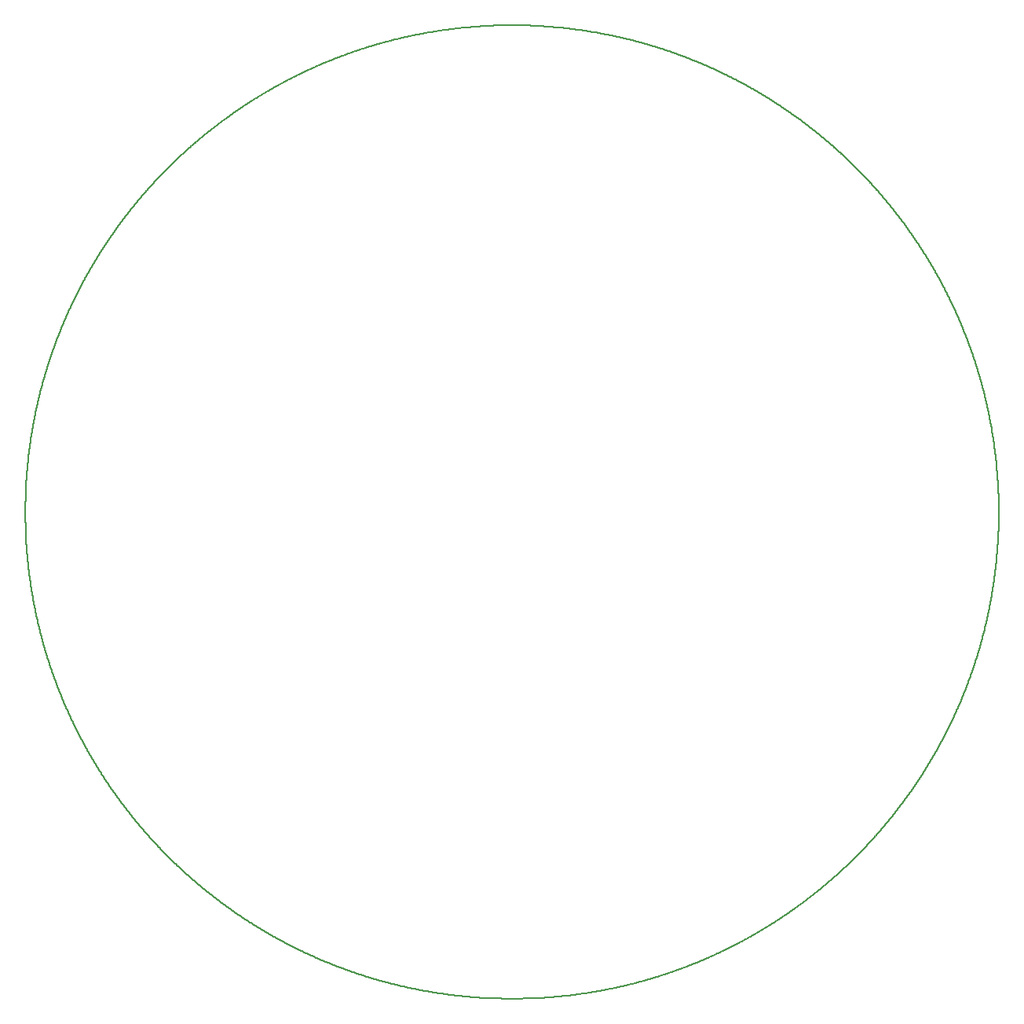
<source format=gm1>
G04 MADE WITH FRITZING*
G04 WWW.FRITZING.ORG*
G04 DOUBLE SIDED*
G04 HOLES PLATED*
G04 CONTOUR ON CENTER OF CONTOUR VECTOR*
%ASAXBY*%
%FSLAX23Y23*%
%MOIN*%
%OFA0B0*%
%SFA1.0B1.0*%
%ADD10C,0.008*%
%LNCONTOUR*%
G90*
G70*
G54D10*
X2022Y4134D02*
X2023Y4134D01*
X2024Y4134D01*
X2025Y4134D01*
X2026Y4134D01*
X2027Y4134D01*
X2028Y4134D01*
X2029Y4134D01*
X2030Y4134D01*
X2031Y4134D01*
X2032Y4134D01*
X2033Y4134D01*
X2034Y4134D01*
X2035Y4134D01*
X2036Y4134D01*
X2037Y4134D01*
X2038Y4134D01*
X2039Y4134D01*
X2040Y4134D01*
X2041Y4134D01*
X2042Y4134D01*
X2043Y4134D01*
X2044Y4134D01*
X2045Y4134D01*
X2046Y4134D01*
X2047Y4134D01*
X2048Y4134D01*
X2049Y4134D01*
X2050Y4134D01*
X2051Y4134D01*
X2052Y4134D01*
X2053Y4134D01*
X2054Y4134D01*
X2055Y4134D01*
X2056Y4134D01*
X2057Y4134D01*
X2058Y4134D01*
X2059Y4134D01*
X2060Y4134D01*
X2061Y4134D01*
X2062Y4134D01*
X2063Y4134D01*
X2064Y4134D01*
X2065Y4134D01*
X2066Y4134D01*
X2067Y4134D01*
X2068Y4134D01*
X2069Y4134D01*
X2070Y4134D01*
X2071Y4134D01*
X2072Y4134D01*
X2073Y4134D01*
X2074Y4134D01*
X2075Y4134D01*
X2076Y4134D01*
X2077Y4134D01*
X2078Y4134D01*
X2079Y4134D01*
X2080Y4134D01*
X2081Y4134D01*
X2082Y4134D01*
X2083Y4134D01*
X2084Y4134D01*
X2085Y4134D01*
X2086Y4134D01*
X2087Y4134D01*
X2088Y4134D01*
X2089Y4134D01*
X2090Y4134D01*
X2091Y4134D01*
X2092Y4134D01*
X2093Y4134D01*
X2094Y4134D01*
X2095Y4134D01*
X2096Y4134D01*
X2097Y4134D01*
X2098Y4134D01*
X2099Y4134D01*
X2100Y4134D01*
X2101Y4134D01*
X2102Y4134D01*
X2103Y4134D01*
X2104Y4134D01*
X2105Y4134D01*
X2106Y4134D01*
X2107Y4134D01*
X2108Y4134D01*
X2109Y4134D01*
X2110Y4134D01*
X2111Y4133D01*
X2112Y4133D01*
X2113Y4133D01*
X2114Y4133D01*
X2115Y4133D01*
X2116Y4133D01*
X2117Y4133D01*
X2118Y4133D01*
X2119Y4133D01*
X2120Y4133D01*
X2121Y4133D01*
X2122Y4133D01*
X2123Y4133D01*
X2124Y4133D01*
X2125Y4133D01*
X2126Y4133D01*
X2127Y4133D01*
X2128Y4133D01*
X2129Y4133D01*
X2130Y4133D01*
X2131Y4133D01*
X2132Y4133D01*
X2133Y4133D01*
X2134Y4133D01*
X2135Y4133D01*
X2136Y4133D01*
X2137Y4133D01*
X2138Y4133D01*
X2139Y4133D01*
X2140Y4133D01*
X2141Y4133D01*
X2142Y4133D01*
X2143Y4133D01*
X2144Y4133D01*
X2145Y4133D01*
X2146Y4132D01*
X2147Y4132D01*
X2148Y4132D01*
X2149Y4132D01*
X2150Y4132D01*
X2151Y4132D01*
X2152Y4132D01*
X2153Y4132D01*
X2154Y4132D01*
X2155Y4132D01*
X2156Y4132D01*
X2157Y4132D01*
X2158Y4132D01*
X2159Y4132D01*
X2160Y4132D01*
X2161Y4132D01*
X2162Y4132D01*
X2163Y4132D01*
X2164Y4132D01*
X2165Y4132D01*
X2166Y4132D01*
X2167Y4132D01*
X2168Y4132D01*
X2169Y4131D01*
X2170Y4131D01*
X2171Y4131D01*
X2172Y4131D01*
X2173Y4131D01*
X2174Y4131D01*
X2175Y4131D01*
X2176Y4131D01*
X2177Y4131D01*
X2178Y4131D01*
X2179Y4131D01*
X2180Y4131D01*
X2181Y4131D01*
X2182Y4131D01*
X2183Y4131D01*
X2184Y4131D01*
X2185Y4131D01*
X2186Y4131D01*
X2187Y4130D01*
X2188Y4130D01*
X2189Y4130D01*
X2190Y4130D01*
X2191Y4130D01*
X2192Y4130D01*
X2193Y4130D01*
X2194Y4130D01*
X2195Y4130D01*
X2196Y4130D01*
X2197Y4130D01*
X2198Y4130D01*
X2199Y4130D01*
X2200Y4130D01*
X2201Y4130D01*
X2202Y4130D01*
X2203Y4129D01*
X2204Y4129D01*
X2205Y4129D01*
X2206Y4129D01*
X2207Y4129D01*
X2208Y4129D01*
X2209Y4129D01*
X2210Y4129D01*
X2211Y4129D01*
X2212Y4129D01*
X2213Y4129D01*
X2214Y4129D01*
X2215Y4129D01*
X2216Y4129D01*
X2217Y4129D01*
X2218Y4128D01*
X2219Y4128D01*
X2220Y4128D01*
X2221Y4128D01*
X2222Y4128D01*
X2223Y4128D01*
X2224Y4128D01*
X2225Y4128D01*
X2226Y4128D01*
X2227Y4128D01*
X2228Y4128D01*
X2229Y4128D01*
X2230Y4128D01*
X2231Y4127D01*
X2232Y4127D01*
X2233Y4127D01*
X2234Y4127D01*
X2235Y4127D01*
X2236Y4127D01*
X2237Y4127D01*
X2238Y4127D01*
X2239Y4127D01*
X2240Y4127D01*
X2241Y4127D01*
X2242Y4127D01*
X2243Y4126D01*
X2244Y4126D01*
X2245Y4126D01*
X2246Y4126D01*
X2247Y4126D01*
X2248Y4126D01*
X2249Y4126D01*
X2250Y4126D01*
X2251Y4126D01*
X2252Y4126D01*
X2253Y4126D01*
X2254Y4126D01*
X2255Y4125D01*
X2256Y4125D01*
X2257Y4125D01*
X2258Y4125D01*
X2259Y4125D01*
X2260Y4125D01*
X2261Y4125D01*
X2262Y4125D01*
X2263Y4125D01*
X2264Y4125D01*
X2265Y4124D01*
X2266Y4124D01*
X2267Y4124D01*
X2268Y4124D01*
X2269Y4124D01*
X2270Y4124D01*
X2271Y4124D01*
X2272Y4124D01*
X2273Y4124D01*
X2274Y4124D01*
X2275Y4124D01*
X2276Y4123D01*
X2277Y4123D01*
X2278Y4123D01*
X2279Y4123D01*
X2280Y4123D01*
X2281Y4123D01*
X2282Y4123D01*
X2283Y4123D01*
X2284Y4123D01*
X2285Y4122D01*
X2286Y4122D01*
X2287Y4122D01*
X2288Y4122D01*
X2289Y4122D01*
X2290Y4122D01*
X2291Y4122D01*
X2292Y4122D01*
X2293Y4122D01*
X2294Y4122D01*
X2295Y4121D01*
X2296Y4121D01*
X2297Y4121D01*
X2298Y4121D01*
X2299Y4121D01*
X2300Y4121D01*
X2301Y4121D01*
X2302Y4121D01*
X2303Y4121D01*
X2304Y4120D01*
X2305Y4120D01*
X2306Y4120D01*
X2307Y4120D01*
X2308Y4120D01*
X2309Y4120D01*
X2310Y4120D01*
X2311Y4120D01*
X2312Y4119D01*
X2313Y4119D01*
X2314Y4119D01*
X2315Y4119D01*
X2316Y4119D01*
X2317Y4119D01*
X2318Y4119D01*
X2319Y4119D01*
X2320Y4118D01*
X2321Y4118D01*
X2322Y4118D01*
X2323Y4118D01*
X2324Y4118D01*
X2325Y4118D01*
X2326Y4118D01*
X2327Y4118D01*
X2328Y4118D01*
X2329Y4117D01*
X2330Y4117D01*
X2331Y4117D01*
X2332Y4117D01*
X2333Y4117D01*
X2334Y4117D01*
X2335Y4117D01*
X2336Y4116D01*
X2337Y4116D01*
X2338Y4116D01*
X2339Y4116D01*
X2340Y4116D01*
X2341Y4116D01*
X2342Y4116D01*
X2343Y4116D01*
X2344Y4115D01*
X2345Y4115D01*
X2346Y4115D01*
X2347Y4115D01*
X2348Y4115D01*
X2349Y4115D01*
X2350Y4115D01*
X2351Y4114D01*
X2352Y4114D01*
X2353Y4114D01*
X2354Y4114D01*
X2355Y4114D01*
X2356Y4114D01*
X2357Y4114D01*
X2358Y4113D01*
X2359Y4113D01*
X2360Y4113D01*
X2361Y4113D01*
X2362Y4113D01*
X2363Y4113D01*
X2364Y4113D01*
X2365Y4112D01*
X2366Y4112D01*
X2367Y4112D01*
X2368Y4112D01*
X2369Y4112D01*
X2370Y4112D01*
X2371Y4112D01*
X2372Y4111D01*
X2373Y4111D01*
X2374Y4111D01*
X2375Y4111D01*
X2376Y4111D01*
X2377Y4111D01*
X2378Y4111D01*
X2379Y4110D01*
X2380Y4110D01*
X2381Y4110D01*
X2382Y4110D01*
X2383Y4110D01*
X2384Y4110D01*
X2385Y4109D01*
X2386Y4109D01*
X2387Y4109D01*
X2388Y4109D01*
X2389Y4109D01*
X2390Y4109D01*
X2391Y4109D01*
X2392Y4108D01*
X2393Y4108D01*
X2394Y4108D01*
X2395Y4108D01*
X2396Y4108D01*
X2397Y4108D01*
X2398Y4107D01*
X2399Y4107D01*
X2400Y4107D01*
X2401Y4107D01*
X2402Y4107D01*
X2403Y4107D01*
X2404Y4106D01*
X2405Y4106D01*
X2406Y4106D01*
X2407Y4106D01*
X2408Y4106D01*
X2409Y4106D01*
X2410Y4105D01*
X2411Y4105D01*
X2412Y4105D01*
X2413Y4105D01*
X2414Y4105D01*
X2415Y4105D01*
X2416Y4104D01*
X2417Y4104D01*
X2418Y4104D01*
X2419Y4104D01*
X2420Y4104D01*
X2421Y4104D01*
X2422Y4103D01*
X2423Y4103D01*
X2424Y4103D01*
X2425Y4103D01*
X2426Y4103D01*
X2427Y4103D01*
X2428Y4102D01*
X2429Y4102D01*
X2430Y4102D01*
X2431Y4102D01*
X2432Y4102D01*
X2433Y4101D01*
X2434Y4101D01*
X2435Y4101D01*
X2436Y4101D01*
X2437Y4101D01*
X2438Y4101D01*
X2439Y4100D01*
X2440Y4100D01*
X2441Y4100D01*
X2442Y4100D01*
X2443Y4100D01*
X2444Y4099D01*
X2445Y4099D01*
X2446Y4099D01*
X2447Y4099D01*
X2448Y4099D01*
X2449Y4099D01*
X2450Y4098D01*
X2451Y4098D01*
X2452Y4098D01*
X2453Y4098D01*
X2454Y4098D01*
X2455Y4097D01*
X2456Y4097D01*
X2457Y4097D01*
X2458Y4097D01*
X2459Y4097D01*
X2460Y4096D01*
X2461Y4096D01*
X2462Y4096D01*
X2463Y4096D01*
X2464Y4096D01*
X2465Y4095D01*
X2466Y4095D01*
X2467Y4095D01*
X2468Y4095D01*
X2469Y4095D01*
X2470Y4094D01*
X2471Y4094D01*
X2472Y4094D01*
X2473Y4094D01*
X2474Y4094D01*
X2475Y4093D01*
X2476Y4093D01*
X2477Y4093D01*
X2478Y4093D01*
X2479Y4093D01*
X2480Y4092D01*
X2481Y4092D01*
X2482Y4092D01*
X2483Y4092D01*
X2484Y4092D01*
X2485Y4091D01*
X2486Y4091D01*
X2487Y4091D01*
X2488Y4091D01*
X2489Y4091D01*
X2490Y4090D01*
X2491Y4090D01*
X2492Y4090D01*
X2493Y4090D01*
X2494Y4090D01*
X2495Y4089D01*
X2496Y4089D01*
X2497Y4089D01*
X2498Y4089D01*
X2499Y4088D01*
X2500Y4088D01*
X2501Y4088D01*
X2502Y4088D01*
X2503Y4088D01*
X2504Y4087D01*
X2505Y4087D01*
X2506Y4087D01*
X2507Y4087D01*
X2508Y4087D01*
X2509Y4086D01*
X2510Y4086D01*
X2511Y4086D01*
X2512Y4086D01*
X2513Y4085D01*
X2514Y4085D01*
X2515Y4085D01*
X2516Y4085D01*
X2517Y4085D01*
X2518Y4084D01*
X2519Y4084D01*
X2520Y4084D01*
X2521Y4084D01*
X2522Y4083D01*
X2523Y4083D01*
X2524Y4083D01*
X2525Y4083D01*
X2526Y4083D01*
X2527Y4082D01*
X2528Y4082D01*
X2529Y4082D01*
X2530Y4082D01*
X2531Y4081D01*
X2532Y4081D01*
X2533Y4081D01*
X2534Y4081D01*
X2535Y4080D01*
X2536Y4080D01*
X2537Y4080D01*
X2538Y4080D01*
X2539Y4080D01*
X2540Y4079D01*
X2541Y4079D01*
X2542Y4079D01*
X2543Y4079D01*
X2544Y4078D01*
X2545Y4078D01*
X2546Y4078D01*
X2547Y4078D01*
X2548Y4077D01*
X2549Y4077D01*
X2550Y4077D01*
X2551Y4077D01*
X2552Y4076D01*
X2553Y4076D01*
X2554Y4076D01*
X2555Y4076D01*
X2556Y4076D01*
X2557Y4075D01*
X2558Y4075D01*
X2559Y4075D01*
X2560Y4075D01*
X2561Y4074D01*
X2562Y4074D01*
X2563Y4074D01*
X2564Y4074D01*
X2565Y4073D01*
X2566Y4073D01*
X2567Y4073D01*
X2568Y4073D01*
X2569Y4072D01*
X2570Y4072D01*
X2571Y4072D01*
X2572Y4072D01*
X2573Y4071D01*
X2574Y4071D01*
X2575Y4071D01*
X2576Y4071D01*
X2577Y4070D01*
X2578Y4070D01*
X2579Y4070D01*
X2580Y4070D01*
X2581Y4069D01*
X2582Y4069D01*
X2583Y4069D01*
X2584Y4068D01*
X2585Y4068D01*
X2586Y4068D01*
X2587Y4068D01*
X2588Y4067D01*
X2589Y4067D01*
X2590Y4067D01*
X2591Y4067D01*
X2592Y4066D01*
X2593Y4066D01*
X2594Y4066D01*
X2595Y4066D01*
X2596Y4065D01*
X2597Y4065D01*
X2598Y4065D01*
X2599Y4065D01*
X2600Y4064D01*
X2601Y4064D01*
X2602Y4064D01*
X2603Y4063D01*
X2604Y4063D01*
X2605Y4063D01*
X2606Y4063D01*
X2607Y4062D01*
X2608Y4062D01*
X2609Y4062D01*
X2610Y4062D01*
X2611Y4061D01*
X2612Y4061D01*
X2613Y4061D01*
X2614Y4060D01*
X2615Y4060D01*
X2616Y4060D01*
X2617Y4060D01*
X2618Y4059D01*
X2619Y4059D01*
X2620Y4059D01*
X2621Y4059D01*
X2622Y4058D01*
X2623Y4058D01*
X2624Y4058D01*
X2625Y4057D01*
X2626Y4057D01*
X2627Y4057D01*
X2628Y4057D01*
X2629Y4056D01*
X2630Y4056D01*
X2631Y4056D01*
X2632Y4055D01*
X2633Y4055D01*
X2634Y4055D01*
X2635Y4055D01*
X2636Y4054D01*
X2637Y4054D01*
X2638Y4054D01*
X2639Y4053D01*
X2640Y4053D01*
X2641Y4053D01*
X2642Y4053D01*
X2643Y4052D01*
X2644Y4052D01*
X2645Y4052D01*
X2646Y4051D01*
X2647Y4051D01*
X2648Y4051D01*
X2649Y4051D01*
X2650Y4050D01*
X2651Y4050D01*
X2652Y4050D01*
X2653Y4049D01*
X2654Y4049D01*
X2655Y4049D01*
X2656Y4048D01*
X2657Y4048D01*
X2658Y4048D01*
X2659Y4048D01*
X2660Y4047D01*
X2661Y4047D01*
X2662Y4047D01*
X2663Y4046D01*
X2664Y4046D01*
X2665Y4046D01*
X2666Y4045D01*
X2667Y4045D01*
X2668Y4045D01*
X2669Y4045D01*
X2670Y4044D01*
X2671Y4044D01*
X2672Y4044D01*
X2673Y4043D01*
X2674Y4043D01*
X2675Y4043D01*
X2676Y4042D01*
X2677Y4042D01*
X2678Y4042D01*
X2679Y4041D01*
X2680Y4041D01*
X2681Y4041D01*
X2682Y4041D01*
X2683Y4040D01*
X2684Y4040D01*
X2685Y4040D01*
X2686Y4039D01*
X2687Y4039D01*
X2688Y4039D01*
X2689Y4038D01*
X2690Y4038D01*
X2691Y4038D01*
X2692Y4037D01*
X2693Y4037D01*
X2694Y4037D01*
X2695Y4036D01*
X2696Y4036D01*
X2697Y4036D01*
X2698Y4035D01*
X2699Y4035D01*
X2700Y4035D01*
X2701Y4035D01*
X2702Y4034D01*
X2703Y4034D01*
X2704Y4034D01*
X2705Y4033D01*
X2706Y4033D01*
X2707Y4033D01*
X2708Y4032D01*
X2709Y4032D01*
X2710Y4032D01*
X2711Y4031D01*
X2712Y4031D01*
X2713Y4031D01*
X2714Y4030D01*
X2715Y4030D01*
X2716Y4030D01*
X2717Y4029D01*
X2718Y4029D01*
X2719Y4029D01*
X2720Y4028D01*
X2721Y4028D01*
X2722Y4028D01*
X2723Y4027D01*
X2724Y4027D01*
X2725Y4027D01*
X2726Y4026D01*
X2727Y4026D01*
X2728Y4026D01*
X2729Y4025D01*
X2730Y4025D01*
X2731Y4025D01*
X2732Y4024D01*
X2733Y4024D01*
X2734Y4024D01*
X2735Y4023D01*
X2736Y4023D01*
X2737Y4023D01*
X2738Y4022D01*
X2739Y4022D01*
X2740Y4021D01*
X2741Y4021D01*
X2742Y4021D01*
X2743Y4020D01*
X2744Y4020D01*
X2745Y4020D01*
X2746Y4019D01*
X2747Y4019D01*
X2748Y4019D01*
X2749Y4018D01*
X2750Y4018D01*
X2751Y4018D01*
X2752Y4017D01*
X2753Y4017D01*
X2754Y4017D01*
X2755Y4016D01*
X2756Y4016D01*
X2757Y4016D01*
X2758Y4015D01*
X2759Y4015D01*
X2760Y4014D01*
X2761Y4014D01*
X2762Y4014D01*
X2763Y4013D01*
X2764Y4013D01*
X2765Y4013D01*
X2766Y4012D01*
X2767Y4012D01*
X2768Y4012D01*
X2769Y4011D01*
X2770Y4011D01*
X2771Y4011D01*
X2772Y4010D01*
X2773Y4010D01*
X2774Y4009D01*
X2775Y4009D01*
X2776Y4009D01*
X2777Y4008D01*
X2778Y4008D01*
X2779Y4008D01*
X2780Y4007D01*
X2781Y4007D01*
X2782Y4006D01*
X2783Y4006D01*
X2784Y4006D01*
X2785Y4005D01*
X2786Y4005D01*
X2787Y4005D01*
X2788Y4004D01*
X2789Y4004D01*
X2790Y4004D01*
X2791Y4003D01*
X2792Y4003D01*
X2793Y4002D01*
X2794Y4002D01*
X2795Y4002D01*
X2796Y4001D01*
X2797Y4001D01*
X2798Y4001D01*
X2799Y4000D01*
X2800Y4000D01*
X2801Y3999D01*
X2802Y3999D01*
X2803Y3999D01*
X2804Y3998D01*
X2805Y3998D01*
X2806Y3997D01*
X2807Y3997D01*
X2808Y3997D01*
X2809Y3996D01*
X2810Y3996D01*
X2811Y3996D01*
X2812Y3995D01*
X2813Y3995D01*
X2814Y3994D01*
X2815Y3994D01*
X2816Y3994D01*
X2817Y3993D01*
X2818Y3993D01*
X2819Y3992D01*
X2820Y3992D01*
X2821Y3992D01*
X2822Y3991D01*
X2823Y3991D01*
X2824Y3990D01*
X2825Y3990D01*
X2826Y3990D01*
X2827Y3989D01*
X2828Y3989D01*
X2829Y3988D01*
X2830Y3988D01*
X2831Y3988D01*
X2832Y3987D01*
X2833Y3987D01*
X2834Y3986D01*
X2835Y3986D01*
X2836Y3986D01*
X2837Y3985D01*
X2838Y3985D01*
X2839Y3984D01*
X2840Y3984D01*
X2841Y3984D01*
X2842Y3983D01*
X2843Y3983D01*
X2844Y3982D01*
X2845Y3982D01*
X2846Y3982D01*
X2847Y3981D01*
X2848Y3981D01*
X2849Y3980D01*
X2850Y3980D01*
X2851Y3980D01*
X2852Y3979D01*
X2853Y3979D01*
X2854Y3978D01*
X2855Y3978D01*
X2856Y3978D01*
X2857Y3977D01*
X2858Y3977D01*
X2859Y3976D01*
X2860Y3976D01*
X2861Y3975D01*
X2862Y3975D01*
X2863Y3975D01*
X2864Y3974D01*
X2865Y3974D01*
X2866Y3973D01*
X2867Y3973D01*
X2868Y3973D01*
X2869Y3972D01*
X2870Y3972D01*
X2871Y3971D01*
X2872Y3971D01*
X2873Y3970D01*
X2874Y3970D01*
X2875Y3970D01*
X2876Y3969D01*
X2877Y3969D01*
X2878Y3968D01*
X2879Y3968D01*
X2880Y3967D01*
X2881Y3967D01*
X2882Y3967D01*
X2883Y3966D01*
X2884Y3966D01*
X2885Y3965D01*
X2886Y3965D01*
X2887Y3964D01*
X2888Y3964D01*
X2889Y3964D01*
X2890Y3963D01*
X2891Y3963D01*
X2892Y3962D01*
X2893Y3962D01*
X2894Y3961D01*
X2895Y3961D01*
X2896Y3960D01*
X2897Y3960D01*
X2898Y3960D01*
X2899Y3959D01*
X2900Y3959D01*
X2901Y3958D01*
X2902Y3958D01*
X2903Y3957D01*
X2904Y3957D01*
X2905Y3956D01*
X2906Y3956D01*
X2907Y3956D01*
X2908Y3955D01*
X2909Y3955D01*
X2910Y3954D01*
X2911Y3954D01*
X2912Y3953D01*
X2913Y3953D01*
X2914Y3952D01*
X2915Y3952D01*
X2916Y3952D01*
X2917Y3951D01*
X2918Y3951D01*
X2919Y3950D01*
X2920Y3950D01*
X2921Y3949D01*
X2922Y3949D01*
X2923Y3948D01*
X2924Y3948D01*
X2925Y3947D01*
X2926Y3947D01*
X2927Y3947D01*
X2928Y3946D01*
X2929Y3946D01*
X2930Y3945D01*
X2931Y3945D01*
X2932Y3944D01*
X2933Y3944D01*
X2934Y3943D01*
X2935Y3943D01*
X2936Y3942D01*
X2937Y3942D01*
X2938Y3941D01*
X2939Y3941D01*
X2940Y3941D01*
X2941Y3940D01*
X2942Y3940D01*
X2943Y3939D01*
X2944Y3939D01*
X2945Y3938D01*
X2946Y3938D01*
X2947Y3937D01*
X2948Y3937D01*
X2949Y3936D01*
X2950Y3936D01*
X2951Y3935D01*
X2952Y3935D01*
X2953Y3934D01*
X2954Y3934D01*
X2955Y3933D01*
X2956Y3933D01*
X2957Y3932D01*
X2958Y3932D01*
X2959Y3932D01*
X2960Y3931D01*
X2961Y3931D01*
X2962Y3930D01*
X2963Y3930D01*
X2964Y3929D01*
X2965Y3929D01*
X2966Y3928D01*
X2967Y3928D01*
X2968Y3927D01*
X2969Y3927D01*
X2970Y3926D01*
X2971Y3926D01*
X2972Y3925D01*
X2973Y3925D01*
X2974Y3924D01*
X2975Y3924D01*
X2976Y3923D01*
X2977Y3923D01*
X2978Y3922D01*
X2979Y3922D01*
X2980Y3921D01*
X2981Y3921D01*
X2982Y3920D01*
X2983Y3920D01*
X2984Y3919D01*
X2985Y3919D01*
X2986Y3918D01*
X2987Y3918D01*
X2988Y3917D01*
X2989Y3917D01*
X2990Y3916D01*
X2991Y3916D01*
X2992Y3915D01*
X2993Y3915D01*
X2994Y3914D01*
X2995Y3914D01*
X2996Y3913D01*
X2997Y3913D01*
X2998Y3912D01*
X2999Y3912D01*
X3000Y3911D01*
X3001Y3911D01*
X3002Y3910D01*
X3003Y3910D01*
X3004Y3909D01*
X3005Y3909D01*
X3006Y3908D01*
X3007Y3908D01*
X3008Y3907D01*
X3009Y3907D01*
X3010Y3906D01*
X3011Y3906D01*
X3012Y3905D01*
X3013Y3905D01*
X3014Y3904D01*
X3015Y3904D01*
X3016Y3903D01*
X3017Y3903D01*
X3018Y3902D01*
X3019Y3902D01*
X3020Y3901D01*
X3021Y3900D01*
X3022Y3900D01*
X3023Y3899D01*
X3024Y3899D01*
X3025Y3898D01*
X3026Y3898D01*
X3027Y3897D01*
X3028Y3897D01*
X3029Y3896D01*
X3030Y3896D01*
X3031Y3895D01*
X3032Y3895D01*
X3033Y3894D01*
X3034Y3894D01*
X3035Y3893D01*
X3036Y3893D01*
X3037Y3892D01*
X3038Y3891D01*
X3039Y3891D01*
X3040Y3890D01*
X3041Y3890D01*
X3042Y3889D01*
X3043Y3889D01*
X3044Y3888D01*
X3045Y3888D01*
X3046Y3887D01*
X3047Y3887D01*
X3048Y3886D01*
X3049Y3886D01*
X3050Y3885D01*
X3051Y3885D01*
X3052Y3884D01*
X3053Y3883D01*
X3054Y3883D01*
X3055Y3882D01*
X3056Y3882D01*
X3057Y3881D01*
X3058Y3881D01*
X3059Y3880D01*
X3060Y3880D01*
X3061Y3879D01*
X3062Y3878D01*
X3063Y3878D01*
X3064Y3877D01*
X3065Y3877D01*
X3066Y3876D01*
X3067Y3876D01*
X3068Y3875D01*
X3069Y3875D01*
X3070Y3874D01*
X3071Y3874D01*
X3072Y3873D01*
X3073Y3872D01*
X3074Y3872D01*
X3075Y3871D01*
X3076Y3871D01*
X3077Y3870D01*
X3078Y3870D01*
X3079Y3869D01*
X3080Y3868D01*
X3081Y3868D01*
X3082Y3867D01*
X3083Y3867D01*
X3084Y3866D01*
X3085Y3866D01*
X3086Y3865D01*
X3087Y3864D01*
X3088Y3864D01*
X3089Y3863D01*
X3090Y3863D01*
X3091Y3862D01*
X3092Y3862D01*
X3093Y3861D01*
X3094Y3860D01*
X3095Y3860D01*
X3096Y3859D01*
X3097Y3859D01*
X3098Y3858D01*
X3099Y3858D01*
X3100Y3857D01*
X3101Y3856D01*
X3102Y3856D01*
X3103Y3855D01*
X3104Y3855D01*
X3105Y3854D01*
X3106Y3854D01*
X3107Y3853D01*
X3108Y3852D01*
X3109Y3852D01*
X3110Y3851D01*
X3111Y3851D01*
X3112Y3850D01*
X3113Y3849D01*
X3114Y3849D01*
X3115Y3848D01*
X3116Y3848D01*
X3117Y3847D01*
X3118Y3846D01*
X3119Y3846D01*
X3120Y3845D01*
X3121Y3845D01*
X3122Y3844D01*
X3123Y3843D01*
X3124Y3843D01*
X3125Y3842D01*
X3126Y3842D01*
X3127Y3841D01*
X3128Y3840D01*
X3129Y3840D01*
X3130Y3839D01*
X3131Y3839D01*
X3132Y3838D01*
X3133Y3837D01*
X3134Y3837D01*
X3135Y3836D01*
X3136Y3836D01*
X3137Y3835D01*
X3138Y3834D01*
X3139Y3834D01*
X3140Y3833D01*
X3141Y3833D01*
X3142Y3832D01*
X3143Y3831D01*
X3144Y3831D01*
X3145Y3830D01*
X3146Y3830D01*
X3147Y3829D01*
X3148Y3828D01*
X3149Y3828D01*
X3150Y3827D01*
X3151Y3826D01*
X3152Y3826D01*
X3153Y3825D01*
X3154Y3825D01*
X3155Y3824D01*
X3156Y3823D01*
X3157Y3823D01*
X3158Y3822D01*
X3159Y3822D01*
X3160Y3821D01*
X3161Y3820D01*
X3162Y3820D01*
X3163Y3819D01*
X3164Y3818D01*
X3165Y3818D01*
X3166Y3817D01*
X3167Y3817D01*
X3168Y3816D01*
X3169Y3815D01*
X3170Y3815D01*
X3171Y3814D01*
X3172Y3813D01*
X3173Y3813D01*
X3174Y3812D01*
X3175Y3811D01*
X3176Y3811D01*
X3177Y3810D01*
X3178Y3810D01*
X3179Y3809D01*
X3180Y3808D01*
X3181Y3808D01*
X3182Y3807D01*
X3183Y3806D01*
X3184Y3806D01*
X3185Y3805D01*
X3186Y3804D01*
X3187Y3804D01*
X3188Y3803D01*
X3189Y3802D01*
X3190Y3802D01*
X3191Y3801D01*
X3192Y3800D01*
X3193Y3800D01*
X3194Y3799D01*
X3195Y3799D01*
X3196Y3798D01*
X3197Y3797D01*
X3198Y3797D01*
X3199Y3796D01*
X3200Y3795D01*
X3201Y3795D01*
X3202Y3794D01*
X3203Y3793D01*
X3204Y3793D01*
X3205Y3792D01*
X3206Y3791D01*
X3207Y3791D01*
X3208Y3790D01*
X3209Y3789D01*
X3210Y3789D01*
X3211Y3788D01*
X3212Y3787D01*
X3213Y3787D01*
X3214Y3786D01*
X3215Y3785D01*
X3216Y3785D01*
X3217Y3784D01*
X3218Y3783D01*
X3219Y3783D01*
X3220Y3782D01*
X3221Y3781D01*
X3222Y3781D01*
X3223Y3780D01*
X3224Y3779D01*
X3225Y3779D01*
X3226Y3778D01*
X3227Y3777D01*
X3228Y3777D01*
X3229Y3776D01*
X3230Y3775D01*
X3231Y3774D01*
X3232Y3774D01*
X3233Y3773D01*
X3234Y3772D01*
X3235Y3772D01*
X3236Y3771D01*
X3237Y3770D01*
X3238Y3770D01*
X3239Y3769D01*
X3240Y3768D01*
X3241Y3768D01*
X3242Y3767D01*
X3243Y3766D01*
X3244Y3766D01*
X3245Y3765D01*
X3246Y3764D01*
X3247Y3763D01*
X3248Y3763D01*
X3249Y3762D01*
X3250Y3761D01*
X3251Y3761D01*
X3252Y3760D01*
X3253Y3759D01*
X3254Y3759D01*
X3255Y3758D01*
X3256Y3757D01*
X3257Y3756D01*
X3258Y3756D01*
X3259Y3755D01*
X3260Y3754D01*
X3261Y3754D01*
X3262Y3753D01*
X3263Y3752D01*
X3264Y3751D01*
X3265Y3751D01*
X3266Y3750D01*
X3267Y3749D01*
X3268Y3749D01*
X3269Y3748D01*
X3270Y3747D01*
X3271Y3746D01*
X3272Y3746D01*
X3273Y3745D01*
X3274Y3744D01*
X3275Y3744D01*
X3276Y3743D01*
X3277Y3742D01*
X3278Y3741D01*
X3279Y3741D01*
X3280Y3740D01*
X3281Y3739D01*
X3282Y3738D01*
X3283Y3738D01*
X3284Y3737D01*
X3285Y3736D01*
X3286Y3736D01*
X3287Y3735D01*
X3288Y3734D01*
X3289Y3733D01*
X3290Y3733D01*
X3291Y3732D01*
X3292Y3731D01*
X3293Y3730D01*
X3294Y3730D01*
X3295Y3729D01*
X3296Y3728D01*
X3297Y3727D01*
X3298Y3727D01*
X3299Y3726D01*
X3300Y3725D01*
X3301Y3724D01*
X3302Y3724D01*
X3303Y3723D01*
X3304Y3722D01*
X3305Y3721D01*
X3306Y3721D01*
X3307Y3720D01*
X3308Y3719D01*
X3309Y3718D01*
X3310Y3718D01*
X3311Y3717D01*
X3312Y3716D01*
X3313Y3715D01*
X3314Y3715D01*
X3315Y3714D01*
X3316Y3713D01*
X3317Y3712D01*
X3318Y3712D01*
X3319Y3711D01*
X3320Y3710D01*
X3321Y3709D01*
X3322Y3709D01*
X3323Y3708D01*
X3324Y3707D01*
X3325Y3706D01*
X3326Y3705D01*
X3327Y3705D01*
X3328Y3704D01*
X3329Y3703D01*
X3330Y3702D01*
X3331Y3702D01*
X3332Y3701D01*
X3333Y3700D01*
X3334Y3699D01*
X3335Y3699D01*
X3336Y3698D01*
X3337Y3697D01*
X3338Y3696D01*
X3339Y3695D01*
X3340Y3695D01*
X3341Y3694D01*
X3342Y3693D01*
X3343Y3692D01*
X3344Y3691D01*
X3345Y3691D01*
X3346Y3690D01*
X3347Y3689D01*
X3348Y3688D01*
X3349Y3688D01*
X3350Y3687D01*
X3351Y3686D01*
X3352Y3685D01*
X3353Y3684D01*
X3354Y3684D01*
X3355Y3683D01*
X3356Y3682D01*
X3357Y3681D01*
X3358Y3680D01*
X3359Y3680D01*
X3360Y3679D01*
X3361Y3678D01*
X3362Y3677D01*
X3363Y3676D01*
X3364Y3676D01*
X3365Y3675D01*
X3366Y3674D01*
X3367Y3673D01*
X3368Y3672D01*
X3369Y3671D01*
X3370Y3671D01*
X3371Y3670D01*
X3372Y3669D01*
X3373Y3668D01*
X3374Y3667D01*
X3375Y3667D01*
X3376Y3666D01*
X3377Y3665D01*
X3378Y3664D01*
X3379Y3663D01*
X3380Y3662D01*
X3381Y3662D01*
X3382Y3661D01*
X3383Y3660D01*
X3384Y3659D01*
X3385Y3658D01*
X3386Y3657D01*
X3387Y3657D01*
X3388Y3656D01*
X3389Y3655D01*
X3390Y3654D01*
X3391Y3653D01*
X3392Y3652D01*
X3393Y3652D01*
X3394Y3651D01*
X3395Y3650D01*
X3396Y3649D01*
X3397Y3648D01*
X3398Y3647D01*
X3399Y3647D01*
X3400Y3646D01*
X3401Y3645D01*
X3402Y3644D01*
X3403Y3643D01*
X3404Y3642D01*
X3405Y3642D01*
X3406Y3641D01*
X3407Y3640D01*
X3408Y3639D01*
X3409Y3638D01*
X3410Y3637D01*
X3411Y3636D01*
X3412Y3636D01*
X3413Y3635D01*
X3414Y3634D01*
X3415Y3633D01*
X3416Y3632D01*
X3417Y3631D01*
X3418Y3630D01*
X3419Y3630D01*
X3420Y3629D01*
X3421Y3628D01*
X3422Y3627D01*
X3423Y3626D01*
X3424Y3625D01*
X3425Y3624D01*
X3426Y3623D01*
X3427Y3623D01*
X3428Y3622D01*
X3429Y3621D01*
X3430Y3620D01*
X3431Y3619D01*
X3432Y3618D01*
X3433Y3617D01*
X3434Y3616D01*
X3435Y3615D01*
X3436Y3615D01*
X3437Y3614D01*
X3438Y3613D01*
X3439Y3612D01*
X3440Y3611D01*
X3441Y3610D01*
X3442Y3609D01*
X3443Y3608D01*
X3444Y3607D01*
X3445Y3607D01*
X3446Y3606D01*
X3447Y3605D01*
X3448Y3604D01*
X3449Y3603D01*
X3450Y3602D01*
X3451Y3601D01*
X3452Y3600D01*
X3453Y3599D01*
X3454Y3598D01*
X3455Y3598D01*
X3456Y3597D01*
X3457Y3596D01*
X3458Y3595D01*
X3459Y3594D01*
X3460Y3593D01*
X3461Y3592D01*
X3462Y3591D01*
X3463Y3590D01*
X3464Y3589D01*
X3465Y3588D01*
X3466Y3587D01*
X3467Y3587D01*
X3468Y3586D01*
X3469Y3585D01*
X3470Y3584D01*
X3471Y3583D01*
X3472Y3582D01*
X3473Y3581D01*
X3474Y3580D01*
X3475Y3579D01*
X3476Y3578D01*
X3477Y3577D01*
X3478Y3576D01*
X3479Y3575D01*
X3480Y3574D01*
X3481Y3574D01*
X3482Y3573D01*
X3483Y3572D01*
X3484Y3571D01*
X3485Y3570D01*
X3486Y3569D01*
X3487Y3568D01*
X3488Y3567D01*
X3489Y3566D01*
X3490Y3565D01*
X3491Y3564D01*
X3492Y3563D01*
X3493Y3562D01*
X3494Y3561D01*
X3495Y3560D01*
X3496Y3559D01*
X3497Y3558D01*
X3498Y3557D01*
X3499Y3556D01*
X3500Y3555D01*
X3501Y3554D01*
X3502Y3554D01*
X3503Y3553D01*
X3504Y3552D01*
X3505Y3551D01*
X3506Y3550D01*
X3507Y3549D01*
X3508Y3548D01*
X3509Y3547D01*
X3510Y3546D01*
X3511Y3545D01*
X3512Y3544D01*
X3513Y3543D01*
X3514Y3542D01*
X3515Y3541D01*
X3516Y3540D01*
X3517Y3539D01*
X3518Y3538D01*
X3519Y3537D01*
X3520Y3536D01*
X3521Y3535D01*
X3522Y3534D01*
X3523Y3533D01*
X3524Y3532D01*
X3525Y3531D01*
X3526Y3530D01*
X3527Y3529D01*
X3528Y3528D01*
X3529Y3527D01*
X3530Y3526D01*
X3531Y3525D01*
X3532Y3524D01*
X3533Y3523D01*
X3534Y3522D01*
X3535Y3521D01*
X3536Y3520D01*
X3537Y3519D01*
X3538Y3518D01*
X3539Y3517D01*
X3540Y3516D01*
X3541Y3515D01*
X3542Y3514D01*
X3543Y3513D01*
X3544Y3512D01*
X3545Y3511D01*
X3546Y3510D01*
X3547Y3509D01*
X3548Y3508D01*
X3549Y3507D01*
X3550Y3506D01*
X3551Y3505D01*
X3552Y3504D01*
X3552Y3503D01*
X3553Y3502D01*
X3554Y3501D01*
X3555Y3500D01*
X3556Y3499D01*
X3557Y3498D01*
X3558Y3497D01*
X3559Y3496D01*
X3560Y3495D01*
X3561Y3494D01*
X3562Y3493D01*
X3563Y3492D01*
X3564Y3491D01*
X3565Y3490D01*
X3566Y3489D01*
X3567Y3488D01*
X3568Y3487D01*
X3569Y3486D01*
X3570Y3485D01*
X3571Y3484D01*
X3572Y3483D01*
X3572Y3482D01*
X3573Y3481D01*
X3574Y3480D01*
X3575Y3479D01*
X3576Y3478D01*
X3577Y3477D01*
X3578Y3476D01*
X3579Y3475D01*
X3580Y3474D01*
X3581Y3473D01*
X3582Y3472D01*
X3583Y3471D01*
X3584Y3470D01*
X3585Y3469D01*
X3585Y3468D01*
X3586Y3467D01*
X3587Y3466D01*
X3588Y3465D01*
X3589Y3464D01*
X3590Y3463D01*
X3591Y3462D01*
X3592Y3461D01*
X3593Y3460D01*
X3594Y3459D01*
X3595Y3458D01*
X3596Y3457D01*
X3596Y3456D01*
X3597Y3455D01*
X3598Y3454D01*
X3599Y3453D01*
X3600Y3452D01*
X3601Y3451D01*
X3602Y3450D01*
X3603Y3449D01*
X3604Y3448D01*
X3605Y3447D01*
X3605Y3446D01*
X3606Y3445D01*
X3607Y3444D01*
X3608Y3443D01*
X3609Y3442D01*
X3610Y3441D01*
X3611Y3440D01*
X3612Y3439D01*
X3613Y3438D01*
X3613Y3437D01*
X3614Y3436D01*
X3615Y3435D01*
X3616Y3434D01*
X3617Y3433D01*
X3618Y3432D01*
X3619Y3431D01*
X3620Y3430D01*
X3621Y3429D01*
X3621Y3428D01*
X3622Y3427D01*
X3623Y3426D01*
X3624Y3425D01*
X3625Y3424D01*
X3626Y3423D01*
X3627Y3422D01*
X3628Y3421D01*
X3628Y3420D01*
X3629Y3419D01*
X3630Y3418D01*
X3631Y3417D01*
X3632Y3416D01*
X3633Y3415D01*
X3634Y3414D01*
X3634Y3413D01*
X3635Y3412D01*
X3636Y3411D01*
X3637Y3410D01*
X3638Y3409D01*
X3639Y3408D01*
X3640Y3407D01*
X3640Y3406D01*
X3641Y3405D01*
X3642Y3404D01*
X3643Y3403D01*
X3644Y3402D01*
X3645Y3401D01*
X3645Y3400D01*
X3646Y3399D01*
X3647Y3398D01*
X3648Y3397D01*
X3649Y3396D01*
X3650Y3395D01*
X3650Y3394D01*
X3651Y3393D01*
X3652Y3392D01*
X3653Y3391D01*
X3654Y3390D01*
X3655Y3389D01*
X3655Y3388D01*
X3656Y3387D01*
X3657Y3386D01*
X3658Y3385D01*
X3659Y3384D01*
X3660Y3383D01*
X3660Y3382D01*
X3661Y3381D01*
X3662Y3380D01*
X3663Y3379D01*
X3664Y3378D01*
X3665Y3377D01*
X3665Y3376D01*
X3666Y3375D01*
X3667Y3374D01*
X3668Y3373D01*
X3669Y3372D01*
X3669Y3371D01*
X3670Y3370D01*
X3671Y3369D01*
X3672Y3368D01*
X3673Y3367D01*
X3674Y3366D01*
X3674Y3365D01*
X3675Y3364D01*
X3676Y3363D01*
X3677Y3362D01*
X3678Y3361D01*
X3678Y3360D01*
X3679Y3359D01*
X3680Y3358D01*
X3681Y3357D01*
X3682Y3356D01*
X3682Y3355D01*
X3683Y3354D01*
X3684Y3353D01*
X3685Y3352D01*
X3686Y3351D01*
X3686Y3350D01*
X3687Y3349D01*
X3688Y3348D01*
X3689Y3347D01*
X3689Y3346D01*
X3690Y3345D01*
X3691Y3344D01*
X3692Y3343D01*
X3693Y3342D01*
X3693Y3341D01*
X3694Y3340D01*
X3695Y3339D01*
X3696Y3338D01*
X3697Y3337D01*
X3697Y3336D01*
X3698Y3335D01*
X3699Y3334D01*
X3700Y3333D01*
X3700Y3332D01*
X3701Y3331D01*
X3702Y3330D01*
X3703Y3329D01*
X3703Y3328D01*
X3704Y3327D01*
X3705Y3326D01*
X3706Y3325D01*
X3707Y3324D01*
X3707Y3323D01*
X3708Y3322D01*
X3709Y3321D01*
X3710Y3320D01*
X3710Y3319D01*
X3711Y3318D01*
X3712Y3317D01*
X3713Y3316D01*
X3713Y3315D01*
X3714Y3314D01*
X3715Y3313D01*
X3716Y3312D01*
X3716Y3311D01*
X3717Y3310D01*
X3718Y3309D01*
X3719Y3308D01*
X3719Y3307D01*
X3720Y3306D01*
X3721Y3305D01*
X3722Y3304D01*
X3722Y3303D01*
X3723Y3302D01*
X3724Y3301D01*
X3725Y3300D01*
X3725Y3299D01*
X3726Y3298D01*
X3727Y3297D01*
X3728Y3296D01*
X3728Y3295D01*
X3729Y3294D01*
X3730Y3293D01*
X3731Y3292D01*
X3731Y3291D01*
X3732Y3290D01*
X3733Y3289D01*
X3734Y3288D01*
X3734Y3287D01*
X3735Y3286D01*
X3736Y3285D01*
X3736Y3284D01*
X3737Y3283D01*
X3738Y3282D01*
X3739Y3281D01*
X3739Y3280D01*
X3740Y3279D01*
X3741Y3278D01*
X3742Y3277D01*
X3742Y3276D01*
X3743Y3275D01*
X3744Y3274D01*
X3744Y3273D01*
X3745Y3272D01*
X3746Y3271D01*
X3747Y3270D01*
X3747Y3269D01*
X3748Y3268D01*
X3749Y3267D01*
X3749Y3266D01*
X3750Y3265D01*
X3751Y3264D01*
X3752Y3263D01*
X3752Y3262D01*
X3753Y3261D01*
X3754Y3260D01*
X3754Y3259D01*
X3755Y3258D01*
X3756Y3257D01*
X3757Y3256D01*
X3757Y3255D01*
X3758Y3254D01*
X3759Y3253D01*
X3759Y3252D01*
X3760Y3251D01*
X3761Y3250D01*
X3761Y3249D01*
X3762Y3248D01*
X3763Y3247D01*
X3764Y3246D01*
X3764Y3245D01*
X3765Y3244D01*
X3766Y3243D01*
X3766Y3242D01*
X3767Y3241D01*
X3768Y3240D01*
X3768Y3239D01*
X3769Y3238D01*
X3770Y3237D01*
X3770Y3236D01*
X3771Y3235D01*
X3772Y3234D01*
X3772Y3233D01*
X3773Y3232D01*
X3774Y3231D01*
X3775Y3230D01*
X3775Y3229D01*
X3776Y3228D01*
X3777Y3227D01*
X3777Y3226D01*
X3778Y3225D01*
X3779Y3224D01*
X3779Y3223D01*
X3780Y3222D01*
X3781Y3221D01*
X3781Y3220D01*
X3782Y3219D01*
X3783Y3218D01*
X3783Y3217D01*
X3784Y3216D01*
X3785Y3215D01*
X3785Y3214D01*
X3786Y3213D01*
X3787Y3212D01*
X3787Y3211D01*
X3788Y3210D01*
X3789Y3209D01*
X3789Y3208D01*
X3790Y3207D01*
X3791Y3206D01*
X3791Y3205D01*
X3792Y3204D01*
X3793Y3203D01*
X3793Y3202D01*
X3794Y3201D01*
X3795Y3200D01*
X3795Y3199D01*
X3796Y3198D01*
X3797Y3197D01*
X3797Y3196D01*
X3798Y3195D01*
X3798Y3194D01*
X3799Y3193D01*
X3800Y3192D01*
X3800Y3191D01*
X3801Y3190D01*
X3802Y3189D01*
X3802Y3188D01*
X3803Y3187D01*
X3804Y3186D01*
X3804Y3185D01*
X3805Y3184D01*
X3806Y3183D01*
X3806Y3182D01*
X3807Y3181D01*
X3808Y3180D01*
X3808Y3179D01*
X3809Y3178D01*
X3809Y3177D01*
X3810Y3176D01*
X3811Y3175D01*
X3811Y3174D01*
X3812Y3173D01*
X3813Y3172D01*
X3813Y3171D01*
X3814Y3170D01*
X3814Y3169D01*
X3815Y3168D01*
X3816Y3167D01*
X3816Y3166D01*
X3817Y3165D01*
X3818Y3164D01*
X3818Y3163D01*
X3819Y3162D01*
X3820Y3161D01*
X3820Y3160D01*
X3821Y3159D01*
X3821Y3158D01*
X3822Y3157D01*
X3823Y3156D01*
X3823Y3155D01*
X3824Y3154D01*
X3824Y3153D01*
X3825Y3152D01*
X3826Y3151D01*
X3826Y3150D01*
X3827Y3149D01*
X3828Y3148D01*
X3828Y3147D01*
X3829Y3146D01*
X3829Y3145D01*
X3830Y3144D01*
X3831Y3143D01*
X3831Y3142D01*
X3832Y3141D01*
X3832Y3140D01*
X3833Y3139D01*
X3834Y3138D01*
X3834Y3137D01*
X3835Y3136D01*
X3835Y3135D01*
X3836Y3134D01*
X3837Y3133D01*
X3837Y3132D01*
X3838Y3131D01*
X3838Y3130D01*
X3839Y3129D01*
X3840Y3128D01*
X3840Y3127D01*
X3841Y3126D01*
X3841Y3125D01*
X3842Y3124D01*
X3843Y3123D01*
X3843Y3122D01*
X3844Y3121D01*
X3844Y3120D01*
X3845Y3119D01*
X3846Y3118D01*
X3846Y3117D01*
X3847Y3116D01*
X3847Y3115D01*
X3848Y3114D01*
X3849Y3113D01*
X3849Y3112D01*
X3850Y3111D01*
X3850Y3110D01*
X3851Y3109D01*
X3852Y3108D01*
X3852Y3107D01*
X3853Y3106D01*
X3853Y3105D01*
X3854Y3104D01*
X3854Y3103D01*
X3855Y3102D01*
X3856Y3101D01*
X3856Y3100D01*
X3857Y3099D01*
X3857Y3098D01*
X3858Y3097D01*
X3858Y3096D01*
X3859Y3095D01*
X3860Y3094D01*
X3860Y3093D01*
X3861Y3092D01*
X3861Y3091D01*
X3862Y3090D01*
X3862Y3089D01*
X3863Y3088D01*
X3864Y3087D01*
X3864Y3086D01*
X3865Y3085D01*
X3865Y3084D01*
X3866Y3083D01*
X3866Y3082D01*
X3867Y3081D01*
X3868Y3080D01*
X3868Y3079D01*
X3869Y3078D01*
X3869Y3077D01*
X3870Y3076D01*
X3870Y3075D01*
X3871Y3074D01*
X3871Y3073D01*
X3872Y3072D01*
X3873Y3071D01*
X3873Y3070D01*
X3874Y3069D01*
X3874Y3068D01*
X3875Y3067D01*
X3875Y3066D01*
X3876Y3065D01*
X3876Y3064D01*
X3877Y3063D01*
X3878Y3062D01*
X3878Y3061D01*
X3879Y3060D01*
X3879Y3059D01*
X3880Y3058D01*
X3880Y3057D01*
X3881Y3056D01*
X3881Y3055D01*
X3882Y3054D01*
X3883Y3053D01*
X3883Y3052D01*
X3884Y3051D01*
X3884Y3050D01*
X3885Y3049D01*
X3885Y3048D01*
X3886Y3047D01*
X3886Y3046D01*
X3887Y3045D01*
X3887Y3044D01*
X3888Y3043D01*
X3888Y3042D01*
X3889Y3041D01*
X3889Y3040D01*
X3890Y3039D01*
X3891Y3038D01*
X3891Y3037D01*
X3892Y3036D01*
X3892Y3035D01*
X3893Y3034D01*
X3893Y3033D01*
X3894Y3032D01*
X3894Y3031D01*
X3895Y3030D01*
X3895Y3029D01*
X3896Y3028D01*
X3896Y3027D01*
X3897Y3026D01*
X3897Y3025D01*
X3898Y3024D01*
X3898Y3023D01*
X3899Y3022D01*
X3899Y3021D01*
X3900Y3020D01*
X3901Y3019D01*
X3901Y3018D01*
X3902Y3017D01*
X3902Y3016D01*
X3903Y3015D01*
X3903Y3014D01*
X3904Y3013D01*
X3904Y3012D01*
X3905Y3011D01*
X3905Y3010D01*
X3906Y3009D01*
X3906Y3008D01*
X3907Y3007D01*
X3907Y3006D01*
X3908Y3005D01*
X3908Y3004D01*
X3909Y3003D01*
X3909Y3002D01*
X3910Y3001D01*
X3910Y3000D01*
X3911Y2999D01*
X3911Y2998D01*
X3912Y2997D01*
X3912Y2996D01*
X3913Y2995D01*
X3913Y2994D01*
X3914Y2993D01*
X3914Y2992D01*
X3915Y2991D01*
X3915Y2990D01*
X3916Y2989D01*
X3916Y2988D01*
X3917Y2987D01*
X3917Y2986D01*
X3918Y2985D01*
X3918Y2984D01*
X3919Y2983D01*
X3919Y2982D01*
X3920Y2981D01*
X3920Y2980D01*
X3921Y2979D01*
X3921Y2978D01*
X3922Y2977D01*
X3922Y2976D01*
X3923Y2975D01*
X3923Y2974D01*
X3924Y2973D01*
X3924Y2972D01*
X3925Y2971D01*
X3925Y2970D01*
X3926Y2969D01*
X3926Y2968D01*
X3927Y2967D01*
X3927Y2966D01*
X3928Y2965D01*
X3928Y2964D01*
X3929Y2963D01*
X3929Y2962D01*
X3930Y2961D01*
X3930Y2959D01*
X3931Y2958D01*
X3931Y2957D01*
X3932Y2956D01*
X3932Y2955D01*
X3933Y2954D01*
X3933Y2953D01*
X3934Y2952D01*
X3934Y2951D01*
X3935Y2950D01*
X3935Y2949D01*
X3936Y2948D01*
X3936Y2947D01*
X3937Y2946D01*
X3937Y2945D01*
X3938Y2944D01*
X3938Y2943D01*
X3939Y2942D01*
X3939Y2940D01*
X3940Y2939D01*
X3940Y2938D01*
X3941Y2937D01*
X3941Y2936D01*
X3942Y2935D01*
X3942Y2934D01*
X3943Y2933D01*
X3943Y2932D01*
X3944Y2931D01*
X3944Y2930D01*
X3945Y2929D01*
X3945Y2927D01*
X3946Y2926D01*
X3946Y2925D01*
X3947Y2924D01*
X3947Y2923D01*
X3948Y2922D01*
X3948Y2921D01*
X3949Y2920D01*
X3949Y2919D01*
X3950Y2918D01*
X3950Y2916D01*
X3951Y2915D01*
X3951Y2914D01*
X3952Y2913D01*
X3952Y2912D01*
X3953Y2911D01*
X3953Y2910D01*
X3954Y2909D01*
X3954Y2907D01*
X3955Y2906D01*
X3955Y2905D01*
X3956Y2904D01*
X3956Y2903D01*
X3957Y2902D01*
X3957Y2901D01*
X3958Y2900D01*
X3958Y2898D01*
X3959Y2897D01*
X3959Y2896D01*
X3960Y2895D01*
X3960Y2894D01*
X3961Y2893D01*
X3961Y2892D01*
X3962Y2891D01*
X3962Y2889D01*
X3963Y2888D01*
X3963Y2887D01*
X3964Y2886D01*
X3964Y2885D01*
X3965Y2884D01*
X3965Y2882D01*
X3966Y2881D01*
X3966Y2880D01*
X3967Y2879D01*
X3967Y2878D01*
X3968Y2877D01*
X3968Y2875D01*
X3969Y2874D01*
X3969Y2873D01*
X3970Y2872D01*
X3970Y2871D01*
X3971Y2870D01*
X3971Y2868D01*
X3972Y2867D01*
X3972Y2866D01*
X3973Y2865D01*
X3973Y2863D01*
X3974Y2862D01*
X3974Y2861D01*
X3975Y2860D01*
X3975Y2859D01*
X3976Y2858D01*
X3976Y2856D01*
X3977Y2855D01*
X3977Y2854D01*
X3978Y2853D01*
X3978Y2851D01*
X3979Y2850D01*
X3979Y2849D01*
X3980Y2848D01*
X3980Y2846D01*
X3981Y2845D01*
X3981Y2844D01*
X3982Y2843D01*
X3982Y2841D01*
X3983Y2840D01*
X3983Y2839D01*
X3984Y2838D01*
X3984Y2836D01*
X3985Y2835D01*
X3985Y2834D01*
X3986Y2833D01*
X3986Y2831D01*
X3987Y2830D01*
X3987Y2829D01*
X3988Y2828D01*
X3988Y2826D01*
X3989Y2825D01*
X3989Y2824D01*
X3990Y2823D01*
X3990Y2821D01*
X3991Y2820D01*
X3991Y2819D01*
X3992Y2818D01*
X3992Y2816D01*
X3993Y2815D01*
X3993Y2814D01*
X3994Y2813D01*
X3994Y2811D01*
X3995Y2810D01*
X3995Y2808D01*
X3996Y2807D01*
X3996Y2806D01*
X3997Y2805D01*
X3997Y2803D01*
X3998Y2802D01*
X3998Y2801D01*
X3999Y2800D01*
X3999Y2798D01*
X4000Y2797D01*
X4000Y2795D01*
X4001Y2794D01*
X4001Y2793D01*
X4002Y2792D01*
X4002Y2790D01*
X4003Y2789D01*
X4003Y2787D01*
X4004Y2786D01*
X4004Y2784D01*
X4005Y2783D01*
X4005Y2782D01*
X4006Y2781D01*
X4006Y2779D01*
X4007Y2778D01*
X4007Y2776D01*
X4008Y2775D01*
X4008Y2774D01*
X4009Y2773D01*
X4009Y2771D01*
X4010Y2770D01*
X4010Y2768D01*
X4011Y2767D01*
X4011Y2765D01*
X4012Y2764D01*
X4012Y2762D01*
X4013Y2761D01*
X4013Y2760D01*
X4014Y2759D01*
X4014Y2757D01*
X4015Y2756D01*
X4015Y2754D01*
X4016Y2753D01*
X4016Y2751D01*
X4017Y2750D01*
X4017Y2748D01*
X4018Y2747D01*
X4018Y2745D01*
X4019Y2744D01*
X4019Y2742D01*
X4020Y2741D01*
X4020Y2740D01*
X4021Y2739D01*
X4021Y2737D01*
X4022Y2736D01*
X4022Y2734D01*
X4023Y2733D01*
X4023Y2731D01*
X4024Y2730D01*
X4024Y2728D01*
X4025Y2727D01*
X4025Y2725D01*
X4026Y2724D01*
X4026Y2722D01*
X4027Y2721D01*
X4027Y2719D01*
X4028Y2718D01*
X4028Y2716D01*
X4029Y2715D01*
X4029Y2713D01*
X4030Y2712D01*
X4030Y2710D01*
X4031Y2709D01*
X4031Y2707D01*
X4032Y2706D01*
X4032Y2704D01*
X4033Y2703D01*
X4033Y2700D01*
X4034Y2699D01*
X4034Y2697D01*
X4035Y2696D01*
X4035Y2694D01*
X4036Y2693D01*
X4036Y2691D01*
X4037Y2690D01*
X4037Y2688D01*
X4038Y2687D01*
X4038Y2685D01*
X4039Y2684D01*
X4039Y2681D01*
X4040Y2680D01*
X4040Y2678D01*
X4041Y2677D01*
X4041Y2675D01*
X4042Y2674D01*
X4042Y2672D01*
X4043Y2671D01*
X4043Y2668D01*
X4044Y2667D01*
X4044Y2665D01*
X4045Y2664D01*
X4045Y2662D01*
X4046Y2661D01*
X4046Y2658D01*
X4047Y2657D01*
X4047Y2655D01*
X4048Y2654D01*
X4048Y2652D01*
X4049Y2651D01*
X4049Y2648D01*
X4050Y2647D01*
X4050Y2645D01*
X4051Y2644D01*
X4051Y2641D01*
X4052Y2640D01*
X4052Y2638D01*
X4053Y2637D01*
X4053Y2634D01*
X4054Y2633D01*
X4054Y2631D01*
X4055Y2630D01*
X4055Y2627D01*
X4056Y2626D01*
X4056Y2624D01*
X4057Y2623D01*
X4057Y2620D01*
X4058Y2619D01*
X4058Y2616D01*
X4059Y2615D01*
X4059Y2613D01*
X4060Y2612D01*
X4060Y2609D01*
X4061Y2608D01*
X4061Y2605D01*
X4062Y2604D01*
X4062Y2602D01*
X4063Y2601D01*
X4063Y2598D01*
X4064Y2597D01*
X4064Y2594D01*
X4065Y2593D01*
X4065Y2590D01*
X4066Y2589D01*
X4066Y2586D01*
X4067Y2585D01*
X4067Y2583D01*
X4068Y2582D01*
X4068Y2579D01*
X4069Y2578D01*
X4069Y2575D01*
X4070Y2574D01*
X4070Y2571D01*
X4071Y2570D01*
X4071Y2567D01*
X4072Y2566D01*
X4072Y2563D01*
X4073Y2562D01*
X4073Y2558D01*
X4074Y2557D01*
X4074Y2554D01*
X4075Y2553D01*
X4075Y2550D01*
X4076Y2549D01*
X4076Y2546D01*
X4077Y2545D01*
X4077Y2542D01*
X4078Y2541D01*
X4078Y2537D01*
X4079Y2536D01*
X4079Y2533D01*
X4080Y2532D01*
X4080Y2529D01*
X4081Y2528D01*
X4081Y2524D01*
X4082Y2523D01*
X4082Y2520D01*
X4083Y2519D01*
X4083Y2515D01*
X4084Y2514D01*
X4084Y2511D01*
X4085Y2510D01*
X4085Y2506D01*
X4086Y2505D01*
X4086Y2501D01*
X4087Y2500D01*
X4087Y2497D01*
X4088Y2496D01*
X4088Y2492D01*
X4089Y2491D01*
X4089Y2487D01*
X4090Y2486D01*
X4090Y2482D01*
X4091Y2481D01*
X4091Y2477D01*
X4092Y2476D01*
X4092Y2472D01*
X4093Y2471D01*
X4093Y2467D01*
X4094Y2466D01*
X4094Y2462D01*
X4095Y2461D01*
X4095Y2457D01*
X4096Y2456D01*
X4096Y2452D01*
X4097Y2451D01*
X4097Y2446D01*
X4098Y2445D01*
X4098Y2441D01*
X4099Y2440D01*
X4099Y2435D01*
X4100Y2434D01*
X4100Y2430D01*
X4101Y2429D01*
X4101Y2424D01*
X4102Y2423D01*
X4102Y2418D01*
X4103Y2417D01*
X4103Y2412D01*
X4104Y2411D01*
X4104Y2406D01*
X4105Y2405D01*
X4105Y2400D01*
X4106Y2399D01*
X4106Y2394D01*
X4107Y2393D01*
X4107Y2387D01*
X4108Y2386D01*
X4108Y2381D01*
X4109Y2380D01*
X4109Y2374D01*
X4110Y2373D01*
X4110Y2367D01*
X4111Y2366D01*
X4111Y2360D01*
X4112Y2359D01*
X4112Y2353D01*
X4113Y2352D01*
X4113Y2346D01*
X4114Y2345D01*
X4114Y2338D01*
X4115Y2337D01*
X4115Y2331D01*
X4116Y2330D01*
X4116Y2322D01*
X4117Y2321D01*
X4117Y2314D01*
X4118Y2313D01*
X4118Y2306D01*
X4119Y2305D01*
X4119Y2297D01*
X4120Y2296D01*
X4120Y2287D01*
X4121Y2286D01*
X4121Y2278D01*
X4122Y2277D01*
X4122Y2267D01*
X4123Y2266D01*
X4123Y2257D01*
X4124Y2256D01*
X4124Y2245D01*
X4125Y2244D01*
X4125Y2233D01*
X4126Y2232D01*
X4126Y2220D01*
X4127Y2219D01*
X4127Y2205D01*
X4128Y2204D01*
X4128Y2189D01*
X4129Y2188D01*
X4129Y2171D01*
X4130Y2170D01*
X4130Y2148D01*
X4131Y2147D01*
X4131Y2113D01*
X4132Y2112D01*
X4132Y2024D01*
X4131Y2023D01*
X4131Y1989D01*
X4130Y1988D01*
X4130Y1966D01*
X4129Y1965D01*
X4129Y1948D01*
X4128Y1947D01*
X4128Y1932D01*
X4127Y1931D01*
X4127Y1917D01*
X4126Y1916D01*
X4126Y1904D01*
X4125Y1903D01*
X4125Y1892D01*
X4124Y1891D01*
X4124Y1880D01*
X4123Y1879D01*
X4123Y1870D01*
X4122Y1869D01*
X4122Y1859D01*
X4121Y1858D01*
X4121Y1850D01*
X4120Y1849D01*
X4120Y1840D01*
X4119Y1839D01*
X4119Y1831D01*
X4118Y1830D01*
X4118Y1823D01*
X4117Y1822D01*
X4117Y1815D01*
X4116Y1814D01*
X4116Y1806D01*
X4115Y1805D01*
X4115Y1799D01*
X4114Y1798D01*
X4114Y1791D01*
X4113Y1790D01*
X4113Y1784D01*
X4112Y1783D01*
X4112Y1777D01*
X4111Y1776D01*
X4111Y1770D01*
X4110Y1769D01*
X4110Y1763D01*
X4109Y1762D01*
X4109Y1756D01*
X4108Y1755D01*
X4108Y1750D01*
X4107Y1749D01*
X4107Y1743D01*
X4106Y1742D01*
X4106Y1737D01*
X4105Y1736D01*
X4105Y1731D01*
X4104Y1730D01*
X4104Y1725D01*
X4103Y1724D01*
X4103Y1719D01*
X4102Y1718D01*
X4102Y1713D01*
X4101Y1712D01*
X4101Y1707D01*
X4100Y1706D01*
X4100Y1702D01*
X4099Y1701D01*
X4099Y1696D01*
X4098Y1695D01*
X4098Y1691D01*
X4097Y1690D01*
X4097Y1685D01*
X4096Y1684D01*
X4096Y1680D01*
X4095Y1679D01*
X4095Y1675D01*
X4094Y1674D01*
X4094Y1670D01*
X4093Y1669D01*
X4093Y1665D01*
X4092Y1664D01*
X4092Y1660D01*
X4091Y1659D01*
X4091Y1655D01*
X4090Y1654D01*
X4090Y1650D01*
X4089Y1649D01*
X4089Y1645D01*
X4088Y1644D01*
X4088Y1640D01*
X4087Y1639D01*
X4087Y1636D01*
X4086Y1635D01*
X4086Y1631D01*
X4085Y1630D01*
X4085Y1626D01*
X4084Y1625D01*
X4084Y1622D01*
X4083Y1621D01*
X4083Y1617D01*
X4082Y1616D01*
X4082Y1613D01*
X4081Y1612D01*
X4081Y1608D01*
X4080Y1607D01*
X4080Y1604D01*
X4079Y1603D01*
X4079Y1600D01*
X4078Y1599D01*
X4078Y1595D01*
X4077Y1594D01*
X4077Y1591D01*
X4076Y1590D01*
X4076Y1587D01*
X4075Y1586D01*
X4075Y1583D01*
X4074Y1582D01*
X4074Y1579D01*
X4073Y1578D01*
X4073Y1574D01*
X4072Y1573D01*
X4072Y1570D01*
X4071Y1569D01*
X4071Y1566D01*
X4070Y1565D01*
X4070Y1562D01*
X4069Y1561D01*
X4069Y1558D01*
X4068Y1557D01*
X4068Y1554D01*
X4067Y1553D01*
X4067Y1551D01*
X4066Y1550D01*
X4066Y1547D01*
X4065Y1546D01*
X4065Y1543D01*
X4064Y1542D01*
X4064Y1539D01*
X4063Y1538D01*
X4063Y1535D01*
X4062Y1534D01*
X4062Y1532D01*
X4061Y1531D01*
X4061Y1528D01*
X4060Y1527D01*
X4060Y1524D01*
X4059Y1523D01*
X4059Y1521D01*
X4058Y1520D01*
X4058Y1517D01*
X4057Y1516D01*
X4057Y1513D01*
X4056Y1512D01*
X4056Y1510D01*
X4055Y1509D01*
X4055Y1506D01*
X4054Y1505D01*
X4054Y1503D01*
X4053Y1502D01*
X4053Y1499D01*
X4052Y1498D01*
X4052Y1496D01*
X4051Y1495D01*
X4051Y1492D01*
X4050Y1491D01*
X4050Y1489D01*
X4049Y1488D01*
X4049Y1485D01*
X4048Y1484D01*
X4048Y1482D01*
X4047Y1481D01*
X4047Y1479D01*
X4046Y1478D01*
X4046Y1475D01*
X4045Y1474D01*
X4045Y1472D01*
X4044Y1471D01*
X4044Y1469D01*
X4043Y1468D01*
X4043Y1465D01*
X4042Y1464D01*
X4042Y1462D01*
X4041Y1461D01*
X4041Y1459D01*
X4040Y1458D01*
X4040Y1456D01*
X4039Y1455D01*
X4039Y1452D01*
X4038Y1451D01*
X4038Y1449D01*
X4037Y1448D01*
X4037Y1446D01*
X4036Y1445D01*
X4036Y1443D01*
X4035Y1442D01*
X4035Y1440D01*
X4034Y1439D01*
X4034Y1437D01*
X4033Y1436D01*
X4033Y1433D01*
X4032Y1432D01*
X4032Y1430D01*
X4031Y1429D01*
X4031Y1427D01*
X4030Y1426D01*
X4030Y1424D01*
X4029Y1423D01*
X4029Y1421D01*
X4028Y1420D01*
X4028Y1418D01*
X4027Y1417D01*
X4027Y1415D01*
X4026Y1414D01*
X4026Y1412D01*
X4025Y1411D01*
X4025Y1409D01*
X4024Y1408D01*
X4024Y1406D01*
X4023Y1405D01*
X4023Y1403D01*
X4022Y1402D01*
X4022Y1400D01*
X4021Y1399D01*
X4021Y1397D01*
X4020Y1396D01*
X4020Y1395D01*
X4019Y1394D01*
X4019Y1392D01*
X4018Y1391D01*
X4018Y1389D01*
X4017Y1388D01*
X4017Y1386D01*
X4016Y1385D01*
X4016Y1383D01*
X4015Y1382D01*
X4015Y1380D01*
X4014Y1379D01*
X4014Y1377D01*
X4013Y1376D01*
X4013Y1375D01*
X4012Y1374D01*
X4012Y1372D01*
X4011Y1371D01*
X4011Y1369D01*
X4010Y1368D01*
X4010Y1366D01*
X4009Y1365D01*
X4009Y1363D01*
X4008Y1362D01*
X4008Y1361D01*
X4007Y1360D01*
X4007Y1358D01*
X4006Y1357D01*
X4006Y1355D01*
X4005Y1354D01*
X4005Y1353D01*
X4004Y1352D01*
X4004Y1350D01*
X4003Y1349D01*
X4003Y1347D01*
X4002Y1346D01*
X4002Y1344D01*
X4001Y1343D01*
X4001Y1342D01*
X4000Y1341D01*
X4000Y1339D01*
X3999Y1338D01*
X3999Y1336D01*
X3998Y1335D01*
X3998Y1334D01*
X3997Y1333D01*
X3997Y1331D01*
X3996Y1330D01*
X3996Y1329D01*
X3995Y1328D01*
X3995Y1326D01*
X3994Y1325D01*
X3994Y1323D01*
X3993Y1322D01*
X3993Y1321D01*
X3992Y1320D01*
X3992Y1318D01*
X3991Y1317D01*
X3991Y1316D01*
X3990Y1315D01*
X3990Y1313D01*
X3989Y1312D01*
X3989Y1311D01*
X3988Y1310D01*
X3988Y1308D01*
X3987Y1307D01*
X3987Y1306D01*
X3986Y1305D01*
X3986Y1303D01*
X3985Y1302D01*
X3985Y1301D01*
X3984Y1300D01*
X3984Y1298D01*
X3983Y1297D01*
X3983Y1296D01*
X3982Y1295D01*
X3982Y1293D01*
X3981Y1292D01*
X3981Y1291D01*
X3980Y1290D01*
X3980Y1288D01*
X3979Y1287D01*
X3979Y1286D01*
X3978Y1285D01*
X3978Y1283D01*
X3977Y1282D01*
X3977Y1281D01*
X3976Y1280D01*
X3976Y1278D01*
X3975Y1277D01*
X3975Y1276D01*
X3974Y1275D01*
X3974Y1274D01*
X3973Y1273D01*
X3973Y1271D01*
X3972Y1270D01*
X3972Y1269D01*
X3971Y1268D01*
X3971Y1266D01*
X3970Y1265D01*
X3970Y1264D01*
X3969Y1263D01*
X3969Y1262D01*
X3968Y1261D01*
X3968Y1259D01*
X3967Y1258D01*
X3967Y1257D01*
X3966Y1256D01*
X3966Y1255D01*
X3965Y1254D01*
X3965Y1252D01*
X3964Y1251D01*
X3964Y1250D01*
X3963Y1249D01*
X3963Y1248D01*
X3962Y1247D01*
X3962Y1245D01*
X3961Y1244D01*
X3961Y1243D01*
X3960Y1242D01*
X3960Y1241D01*
X3959Y1240D01*
X3959Y1239D01*
X3958Y1238D01*
X3958Y1236D01*
X3957Y1235D01*
X3957Y1234D01*
X3956Y1233D01*
X3956Y1232D01*
X3955Y1231D01*
X3955Y1230D01*
X3954Y1229D01*
X3954Y1227D01*
X3953Y1226D01*
X3953Y1225D01*
X3952Y1224D01*
X3952Y1223D01*
X3951Y1222D01*
X3951Y1221D01*
X3950Y1220D01*
X3950Y1218D01*
X3949Y1217D01*
X3949Y1216D01*
X3948Y1215D01*
X3948Y1214D01*
X3947Y1213D01*
X3947Y1212D01*
X3946Y1211D01*
X3946Y1210D01*
X3945Y1209D01*
X3945Y1207D01*
X3944Y1206D01*
X3944Y1205D01*
X3943Y1204D01*
X3943Y1203D01*
X3942Y1202D01*
X3942Y1201D01*
X3941Y1200D01*
X3941Y1199D01*
X3940Y1198D01*
X3940Y1197D01*
X3939Y1196D01*
X3939Y1194D01*
X3938Y1193D01*
X3938Y1192D01*
X3937Y1191D01*
X3937Y1190D01*
X3936Y1189D01*
X3936Y1188D01*
X3935Y1187D01*
X3935Y1186D01*
X3934Y1185D01*
X3934Y1184D01*
X3933Y1183D01*
X3933Y1182D01*
X3932Y1181D01*
X3932Y1180D01*
X3931Y1179D01*
X3931Y1178D01*
X3930Y1177D01*
X3930Y1175D01*
X3929Y1174D01*
X3929Y1173D01*
X3928Y1172D01*
X3928Y1171D01*
X3927Y1170D01*
X3927Y1169D01*
X3926Y1168D01*
X3926Y1167D01*
X3925Y1166D01*
X3925Y1165D01*
X3924Y1164D01*
X3924Y1163D01*
X3923Y1162D01*
X3923Y1161D01*
X3922Y1160D01*
X3922Y1159D01*
X3921Y1158D01*
X3921Y1157D01*
X3920Y1156D01*
X3920Y1155D01*
X3919Y1154D01*
X3919Y1153D01*
X3918Y1152D01*
X3918Y1151D01*
X3917Y1150D01*
X3917Y1149D01*
X3916Y1148D01*
X3916Y1147D01*
X3915Y1146D01*
X3915Y1145D01*
X3914Y1144D01*
X3914Y1143D01*
X3913Y1142D01*
X3913Y1141D01*
X3912Y1140D01*
X3912Y1139D01*
X3911Y1138D01*
X3911Y1137D01*
X3910Y1136D01*
X3910Y1135D01*
X3909Y1134D01*
X3909Y1133D01*
X3908Y1132D01*
X3908Y1131D01*
X3907Y1130D01*
X3907Y1129D01*
X3906Y1128D01*
X3906Y1127D01*
X3905Y1126D01*
X3905Y1125D01*
X3904Y1124D01*
X3904Y1123D01*
X3903Y1122D01*
X3903Y1121D01*
X3902Y1120D01*
X3902Y1119D01*
X3901Y1118D01*
X3901Y1117D01*
X3900Y1116D01*
X3899Y1115D01*
X3899Y1114D01*
X3898Y1113D01*
X3898Y1112D01*
X3897Y1111D01*
X3897Y1110D01*
X3896Y1109D01*
X3896Y1108D01*
X3895Y1107D01*
X3895Y1106D01*
X3894Y1105D01*
X3894Y1104D01*
X3893Y1103D01*
X3893Y1102D01*
X3892Y1101D01*
X3892Y1100D01*
X3891Y1099D01*
X3891Y1098D01*
X3890Y1097D01*
X3889Y1096D01*
X3889Y1095D01*
X3888Y1094D01*
X3888Y1093D01*
X3887Y1092D01*
X3887Y1091D01*
X3886Y1090D01*
X3886Y1089D01*
X3885Y1088D01*
X3885Y1087D01*
X3884Y1086D01*
X3884Y1085D01*
X3883Y1084D01*
X3883Y1083D01*
X3882Y1082D01*
X3881Y1081D01*
X3881Y1080D01*
X3880Y1079D01*
X3880Y1078D01*
X3879Y1077D01*
X3879Y1076D01*
X3878Y1075D01*
X3878Y1074D01*
X3877Y1073D01*
X3876Y1072D01*
X3876Y1071D01*
X3875Y1070D01*
X3875Y1069D01*
X3874Y1068D01*
X3874Y1067D01*
X3873Y1066D01*
X3873Y1065D01*
X3872Y1064D01*
X3871Y1063D01*
X3871Y1062D01*
X3870Y1061D01*
X3870Y1060D01*
X3869Y1059D01*
X3869Y1058D01*
X3868Y1057D01*
X3868Y1056D01*
X3867Y1055D01*
X3866Y1054D01*
X3866Y1053D01*
X3865Y1052D01*
X3865Y1051D01*
X3864Y1050D01*
X3864Y1049D01*
X3863Y1048D01*
X3862Y1047D01*
X3862Y1046D01*
X3861Y1045D01*
X3861Y1044D01*
X3860Y1043D01*
X3860Y1042D01*
X3859Y1041D01*
X3858Y1040D01*
X3858Y1039D01*
X3857Y1038D01*
X3857Y1037D01*
X3856Y1036D01*
X3856Y1035D01*
X3855Y1034D01*
X3854Y1033D01*
X3854Y1032D01*
X3853Y1031D01*
X3853Y1030D01*
X3852Y1029D01*
X3852Y1028D01*
X3851Y1027D01*
X3850Y1026D01*
X3850Y1025D01*
X3849Y1024D01*
X3849Y1023D01*
X3848Y1022D01*
X3847Y1021D01*
X3847Y1020D01*
X3846Y1019D01*
X3846Y1018D01*
X3845Y1017D01*
X3844Y1016D01*
X3844Y1015D01*
X3843Y1014D01*
X3843Y1013D01*
X3842Y1012D01*
X3841Y1011D01*
X3841Y1010D01*
X3840Y1009D01*
X3840Y1008D01*
X3839Y1007D01*
X3838Y1006D01*
X3838Y1005D01*
X3837Y1004D01*
X3837Y1003D01*
X3836Y1002D01*
X3835Y1001D01*
X3835Y1000D01*
X3834Y999D01*
X3834Y998D01*
X3833Y997D01*
X3832Y996D01*
X3832Y995D01*
X3831Y994D01*
X3831Y993D01*
X3830Y992D01*
X3829Y991D01*
X3829Y990D01*
X3828Y989D01*
X3828Y988D01*
X3827Y987D01*
X3826Y986D01*
X3826Y985D01*
X3825Y984D01*
X3824Y983D01*
X3824Y982D01*
X3823Y981D01*
X3823Y980D01*
X3822Y979D01*
X3821Y978D01*
X3821Y977D01*
X3820Y976D01*
X3820Y975D01*
X3819Y974D01*
X3818Y973D01*
X3818Y972D01*
X3817Y971D01*
X3816Y970D01*
X3816Y969D01*
X3815Y968D01*
X3814Y967D01*
X3814Y966D01*
X3813Y965D01*
X3813Y964D01*
X3812Y963D01*
X3811Y962D01*
X3811Y961D01*
X3810Y960D01*
X3809Y959D01*
X3809Y958D01*
X3808Y957D01*
X3808Y956D01*
X3807Y955D01*
X3806Y954D01*
X3806Y953D01*
X3805Y952D01*
X3804Y951D01*
X3804Y950D01*
X3803Y949D01*
X3802Y948D01*
X3802Y947D01*
X3801Y946D01*
X3800Y945D01*
X3800Y944D01*
X3799Y943D01*
X3798Y942D01*
X3798Y941D01*
X3797Y940D01*
X3797Y939D01*
X3796Y938D01*
X3795Y937D01*
X3795Y936D01*
X3794Y935D01*
X3793Y934D01*
X3793Y933D01*
X3792Y932D01*
X3791Y931D01*
X3791Y930D01*
X3790Y929D01*
X3789Y928D01*
X3789Y927D01*
X3788Y926D01*
X3787Y925D01*
X3787Y924D01*
X3786Y923D01*
X3785Y922D01*
X3785Y921D01*
X3784Y920D01*
X3783Y919D01*
X3783Y918D01*
X3782Y917D01*
X3781Y916D01*
X3781Y915D01*
X3780Y914D01*
X3779Y913D01*
X3779Y912D01*
X3778Y911D01*
X3777Y910D01*
X3777Y909D01*
X3776Y908D01*
X3775Y907D01*
X3775Y906D01*
X3774Y905D01*
X3773Y904D01*
X3772Y903D01*
X3772Y902D01*
X3771Y901D01*
X3770Y900D01*
X3770Y899D01*
X3769Y898D01*
X3768Y897D01*
X3768Y896D01*
X3767Y895D01*
X3766Y894D01*
X3766Y893D01*
X3765Y892D01*
X3764Y891D01*
X3764Y890D01*
X3763Y889D01*
X3762Y888D01*
X3761Y887D01*
X3761Y886D01*
X3760Y885D01*
X3759Y884D01*
X3759Y883D01*
X3758Y882D01*
X3757Y881D01*
X3757Y880D01*
X3756Y879D01*
X3755Y878D01*
X3754Y877D01*
X3754Y876D01*
X3753Y875D01*
X3752Y874D01*
X3752Y873D01*
X3751Y872D01*
X3750Y871D01*
X3749Y870D01*
X3749Y869D01*
X3748Y868D01*
X3747Y867D01*
X3747Y866D01*
X3746Y865D01*
X3745Y864D01*
X3744Y863D01*
X3744Y862D01*
X3743Y861D01*
X3742Y860D01*
X3742Y859D01*
X3741Y858D01*
X3740Y857D01*
X3739Y856D01*
X3739Y855D01*
X3738Y854D01*
X3737Y853D01*
X3736Y852D01*
X3736Y851D01*
X3735Y850D01*
X3734Y849D01*
X3734Y848D01*
X3733Y847D01*
X3732Y846D01*
X3731Y845D01*
X3731Y844D01*
X3730Y843D01*
X3729Y842D01*
X3728Y841D01*
X3728Y840D01*
X3727Y839D01*
X3726Y838D01*
X3725Y837D01*
X3725Y836D01*
X3724Y835D01*
X3723Y834D01*
X3722Y833D01*
X3722Y832D01*
X3721Y831D01*
X3720Y830D01*
X3719Y829D01*
X3719Y828D01*
X3718Y827D01*
X3717Y826D01*
X3716Y825D01*
X3716Y824D01*
X3715Y823D01*
X3714Y822D01*
X3713Y821D01*
X3713Y820D01*
X3712Y819D01*
X3711Y818D01*
X3710Y817D01*
X3710Y816D01*
X3709Y815D01*
X3708Y814D01*
X3707Y813D01*
X3707Y812D01*
X3706Y811D01*
X3705Y810D01*
X3704Y809D01*
X3703Y808D01*
X3703Y807D01*
X3702Y806D01*
X3701Y805D01*
X3700Y804D01*
X3700Y803D01*
X3699Y802D01*
X3698Y801D01*
X3697Y800D01*
X3697Y799D01*
X3696Y798D01*
X3695Y797D01*
X3694Y796D01*
X3693Y795D01*
X3693Y794D01*
X3692Y793D01*
X3691Y792D01*
X3690Y791D01*
X3689Y790D01*
X3689Y789D01*
X3688Y788D01*
X3687Y787D01*
X3686Y786D01*
X3686Y785D01*
X3685Y784D01*
X3684Y783D01*
X3683Y782D01*
X3682Y781D01*
X3682Y780D01*
X3681Y779D01*
X3680Y778D01*
X3679Y777D01*
X3678Y776D01*
X3678Y775D01*
X3677Y774D01*
X3676Y773D01*
X3675Y772D01*
X3674Y771D01*
X3674Y770D01*
X3673Y769D01*
X3672Y768D01*
X3671Y767D01*
X3670Y766D01*
X3669Y765D01*
X3669Y764D01*
X3668Y763D01*
X3667Y762D01*
X3666Y761D01*
X3665Y760D01*
X3665Y759D01*
X3664Y758D01*
X3663Y757D01*
X3662Y756D01*
X3661Y755D01*
X3660Y754D01*
X3660Y753D01*
X3659Y752D01*
X3658Y751D01*
X3657Y750D01*
X3656Y749D01*
X3655Y748D01*
X3655Y747D01*
X3654Y746D01*
X3653Y745D01*
X3652Y744D01*
X3651Y743D01*
X3650Y742D01*
X3650Y741D01*
X3649Y740D01*
X3648Y739D01*
X3647Y738D01*
X3646Y737D01*
X3645Y736D01*
X3645Y735D01*
X3644Y734D01*
X3643Y733D01*
X3642Y732D01*
X3641Y731D01*
X3640Y730D01*
X3640Y729D01*
X3639Y728D01*
X3638Y727D01*
X3637Y726D01*
X3636Y725D01*
X3635Y724D01*
X3634Y723D01*
X3634Y722D01*
X3633Y721D01*
X3632Y720D01*
X3631Y719D01*
X3630Y718D01*
X3629Y717D01*
X3628Y716D01*
X3628Y715D01*
X3627Y714D01*
X3626Y713D01*
X3625Y712D01*
X3624Y711D01*
X3623Y710D01*
X3622Y709D01*
X3621Y708D01*
X3621Y707D01*
X3620Y706D01*
X3619Y705D01*
X3618Y704D01*
X3617Y703D01*
X3616Y702D01*
X3615Y701D01*
X3614Y700D01*
X3613Y699D01*
X3613Y698D01*
X3612Y697D01*
X3611Y696D01*
X3610Y695D01*
X3609Y694D01*
X3608Y693D01*
X3607Y692D01*
X3606Y691D01*
X3605Y690D01*
X3605Y689D01*
X3604Y688D01*
X3603Y687D01*
X3602Y686D01*
X3601Y685D01*
X3600Y684D01*
X3599Y683D01*
X3598Y682D01*
X3597Y681D01*
X3596Y680D01*
X3596Y679D01*
X3595Y678D01*
X3594Y677D01*
X3593Y676D01*
X3592Y675D01*
X3591Y674D01*
X3590Y673D01*
X3589Y672D01*
X3588Y671D01*
X3587Y670D01*
X3586Y669D01*
X3585Y668D01*
X3585Y667D01*
X3584Y666D01*
X3583Y665D01*
X3582Y664D01*
X3581Y663D01*
X3580Y662D01*
X3579Y661D01*
X3578Y660D01*
X3577Y659D01*
X3576Y658D01*
X3575Y657D01*
X3574Y656D01*
X3573Y655D01*
X3572Y654D01*
X3572Y653D01*
X3571Y652D01*
X3570Y651D01*
X3569Y650D01*
X3568Y649D01*
X3567Y648D01*
X3566Y647D01*
X3565Y646D01*
X3564Y645D01*
X3563Y644D01*
X3562Y643D01*
X3561Y642D01*
X3560Y641D01*
X3559Y640D01*
X3558Y639D01*
X3557Y638D01*
X3556Y637D01*
X3555Y636D01*
X3554Y635D01*
X3553Y634D01*
X3552Y633D01*
X3552Y632D01*
X3551Y631D01*
X3550Y630D01*
X3549Y629D01*
X3548Y628D01*
X3547Y627D01*
X3546Y626D01*
X3545Y625D01*
X3544Y624D01*
X3543Y623D01*
X3542Y622D01*
X3541Y621D01*
X3540Y620D01*
X3539Y619D01*
X3538Y618D01*
X3537Y617D01*
X3536Y616D01*
X3535Y615D01*
X3534Y614D01*
X3533Y613D01*
X3532Y612D01*
X3531Y611D01*
X3530Y610D01*
X3529Y609D01*
X3528Y608D01*
X3527Y607D01*
X3526Y606D01*
X3525Y605D01*
X3524Y604D01*
X3523Y603D01*
X3522Y602D01*
X3521Y601D01*
X3520Y600D01*
X3519Y599D01*
X3518Y598D01*
X3517Y597D01*
X3516Y596D01*
X3515Y595D01*
X3514Y594D01*
X3513Y593D01*
X3512Y592D01*
X3511Y591D01*
X3510Y590D01*
X3509Y589D01*
X3508Y588D01*
X3507Y587D01*
X3506Y586D01*
X3505Y585D01*
X3504Y584D01*
X3503Y583D01*
X3502Y583D01*
X3501Y582D01*
X3500Y581D01*
X3499Y580D01*
X3498Y579D01*
X3497Y578D01*
X3496Y577D01*
X3495Y576D01*
X3494Y575D01*
X3493Y574D01*
X3492Y573D01*
X3491Y572D01*
X3490Y571D01*
X3489Y570D01*
X3488Y569D01*
X3487Y568D01*
X3486Y567D01*
X3485Y566D01*
X3484Y565D01*
X3483Y564D01*
X3482Y563D01*
X3481Y562D01*
X3480Y562D01*
X3479Y561D01*
X3478Y560D01*
X3477Y559D01*
X3476Y558D01*
X3475Y557D01*
X3474Y556D01*
X3473Y555D01*
X3472Y554D01*
X3471Y553D01*
X3470Y552D01*
X3469Y551D01*
X3468Y550D01*
X3467Y549D01*
X3466Y549D01*
X3465Y548D01*
X3464Y547D01*
X3463Y546D01*
X3462Y545D01*
X3461Y544D01*
X3460Y543D01*
X3459Y542D01*
X3458Y541D01*
X3457Y540D01*
X3456Y539D01*
X3455Y538D01*
X3454Y538D01*
X3453Y537D01*
X3452Y536D01*
X3451Y535D01*
X3450Y534D01*
X3449Y533D01*
X3448Y532D01*
X3447Y531D01*
X3446Y530D01*
X3445Y529D01*
X3444Y529D01*
X3443Y528D01*
X3442Y527D01*
X3441Y526D01*
X3440Y525D01*
X3439Y524D01*
X3438Y523D01*
X3437Y522D01*
X3436Y521D01*
X3435Y521D01*
X3434Y520D01*
X3433Y519D01*
X3432Y518D01*
X3431Y517D01*
X3430Y516D01*
X3429Y515D01*
X3428Y514D01*
X3427Y513D01*
X3426Y513D01*
X3425Y512D01*
X3424Y511D01*
X3423Y510D01*
X3422Y509D01*
X3421Y508D01*
X3420Y507D01*
X3419Y506D01*
X3418Y506D01*
X3417Y505D01*
X3416Y504D01*
X3415Y503D01*
X3414Y502D01*
X3413Y501D01*
X3412Y500D01*
X3411Y500D01*
X3410Y499D01*
X3409Y498D01*
X3408Y497D01*
X3407Y496D01*
X3406Y495D01*
X3405Y494D01*
X3404Y494D01*
X3403Y493D01*
X3402Y492D01*
X3401Y491D01*
X3400Y490D01*
X3399Y489D01*
X3398Y489D01*
X3397Y488D01*
X3396Y487D01*
X3395Y486D01*
X3394Y485D01*
X3393Y484D01*
X3392Y484D01*
X3391Y483D01*
X3390Y482D01*
X3389Y481D01*
X3388Y480D01*
X3387Y479D01*
X3386Y479D01*
X3385Y478D01*
X3384Y477D01*
X3383Y476D01*
X3382Y475D01*
X3381Y474D01*
X3380Y474D01*
X3379Y473D01*
X3378Y472D01*
X3377Y471D01*
X3376Y470D01*
X3375Y469D01*
X3374Y469D01*
X3373Y468D01*
X3372Y467D01*
X3371Y466D01*
X3370Y465D01*
X3369Y465D01*
X3368Y464D01*
X3367Y463D01*
X3366Y462D01*
X3365Y461D01*
X3364Y460D01*
X3363Y460D01*
X3362Y459D01*
X3361Y458D01*
X3360Y457D01*
X3359Y456D01*
X3358Y456D01*
X3357Y455D01*
X3356Y454D01*
X3355Y453D01*
X3354Y452D01*
X3353Y452D01*
X3352Y451D01*
X3351Y450D01*
X3350Y449D01*
X3349Y448D01*
X3348Y448D01*
X3347Y447D01*
X3346Y446D01*
X3345Y445D01*
X3344Y445D01*
X3343Y444D01*
X3342Y443D01*
X3341Y442D01*
X3340Y441D01*
X3339Y441D01*
X3338Y440D01*
X3337Y439D01*
X3336Y438D01*
X3335Y437D01*
X3334Y437D01*
X3333Y436D01*
X3332Y435D01*
X3331Y434D01*
X3330Y434D01*
X3329Y433D01*
X3328Y432D01*
X3327Y431D01*
X3326Y431D01*
X3325Y430D01*
X3324Y429D01*
X3323Y428D01*
X3322Y427D01*
X3321Y427D01*
X3320Y426D01*
X3319Y425D01*
X3318Y424D01*
X3317Y424D01*
X3316Y423D01*
X3315Y422D01*
X3314Y421D01*
X3313Y421D01*
X3312Y420D01*
X3311Y419D01*
X3310Y418D01*
X3309Y418D01*
X3308Y417D01*
X3307Y416D01*
X3306Y415D01*
X3305Y415D01*
X3304Y414D01*
X3303Y413D01*
X3302Y412D01*
X3301Y412D01*
X3300Y411D01*
X3299Y410D01*
X3298Y409D01*
X3297Y409D01*
X3296Y408D01*
X3295Y407D01*
X3294Y406D01*
X3293Y406D01*
X3292Y405D01*
X3291Y404D01*
X3290Y403D01*
X3289Y403D01*
X3288Y402D01*
X3287Y401D01*
X3286Y400D01*
X3285Y400D01*
X3284Y399D01*
X3283Y398D01*
X3282Y398D01*
X3281Y397D01*
X3280Y396D01*
X3279Y395D01*
X3278Y395D01*
X3277Y394D01*
X3276Y393D01*
X3275Y392D01*
X3274Y392D01*
X3273Y391D01*
X3272Y390D01*
X3271Y390D01*
X3270Y389D01*
X3269Y388D01*
X3268Y387D01*
X3267Y387D01*
X3266Y386D01*
X3265Y385D01*
X3264Y385D01*
X3263Y384D01*
X3262Y383D01*
X3261Y382D01*
X3260Y382D01*
X3259Y381D01*
X3258Y380D01*
X3257Y380D01*
X3256Y379D01*
X3255Y378D01*
X3254Y377D01*
X3253Y377D01*
X3252Y376D01*
X3251Y375D01*
X3250Y375D01*
X3249Y374D01*
X3248Y373D01*
X3247Y373D01*
X3246Y372D01*
X3245Y371D01*
X3244Y370D01*
X3243Y370D01*
X3242Y369D01*
X3241Y368D01*
X3240Y368D01*
X3239Y367D01*
X3238Y366D01*
X3237Y366D01*
X3236Y365D01*
X3235Y364D01*
X3234Y364D01*
X3233Y363D01*
X3232Y362D01*
X3231Y362D01*
X3230Y361D01*
X3229Y360D01*
X3228Y359D01*
X3227Y359D01*
X3226Y358D01*
X3225Y357D01*
X3224Y357D01*
X3223Y356D01*
X3222Y355D01*
X3221Y355D01*
X3220Y354D01*
X3219Y353D01*
X3218Y353D01*
X3217Y352D01*
X3216Y351D01*
X3215Y351D01*
X3214Y350D01*
X3213Y349D01*
X3212Y349D01*
X3211Y348D01*
X3210Y347D01*
X3209Y347D01*
X3208Y346D01*
X3207Y345D01*
X3206Y345D01*
X3205Y344D01*
X3204Y343D01*
X3203Y343D01*
X3202Y342D01*
X3201Y341D01*
X3200Y341D01*
X3199Y340D01*
X3198Y339D01*
X3197Y339D01*
X3196Y338D01*
X3195Y337D01*
X3194Y337D01*
X3193Y336D01*
X3192Y336D01*
X3191Y335D01*
X3190Y334D01*
X3189Y334D01*
X3188Y333D01*
X3187Y332D01*
X3186Y332D01*
X3185Y331D01*
X3184Y330D01*
X3183Y330D01*
X3182Y329D01*
X3181Y328D01*
X3180Y328D01*
X3179Y327D01*
X3178Y326D01*
X3177Y326D01*
X3176Y325D01*
X3175Y325D01*
X3174Y324D01*
X3173Y323D01*
X3172Y323D01*
X3171Y322D01*
X3170Y321D01*
X3169Y321D01*
X3168Y320D01*
X3167Y320D01*
X3166Y319D01*
X3165Y318D01*
X3164Y318D01*
X3163Y317D01*
X3162Y316D01*
X3161Y316D01*
X3160Y315D01*
X3159Y314D01*
X3158Y314D01*
X3157Y313D01*
X3156Y313D01*
X3155Y312D01*
X3154Y311D01*
X3153Y311D01*
X3152Y310D01*
X3151Y310D01*
X3150Y309D01*
X3149Y308D01*
X3148Y308D01*
X3147Y307D01*
X3146Y306D01*
X3145Y306D01*
X3144Y305D01*
X3143Y305D01*
X3142Y304D01*
X3141Y303D01*
X3140Y303D01*
X3139Y302D01*
X3138Y302D01*
X3137Y301D01*
X3136Y300D01*
X3135Y300D01*
X3134Y299D01*
X3133Y299D01*
X3132Y298D01*
X3131Y297D01*
X3130Y297D01*
X3129Y296D01*
X3128Y296D01*
X3127Y295D01*
X3126Y294D01*
X3125Y294D01*
X3124Y293D01*
X3123Y293D01*
X3122Y292D01*
X3121Y291D01*
X3120Y291D01*
X3119Y290D01*
X3118Y290D01*
X3117Y289D01*
X3116Y288D01*
X3115Y288D01*
X3114Y287D01*
X3113Y287D01*
X3112Y286D01*
X3111Y285D01*
X3110Y285D01*
X3109Y284D01*
X3108Y284D01*
X3107Y283D01*
X3106Y282D01*
X3105Y282D01*
X3104Y281D01*
X3103Y281D01*
X3102Y280D01*
X3101Y280D01*
X3100Y279D01*
X3099Y278D01*
X3098Y278D01*
X3097Y277D01*
X3096Y277D01*
X3095Y276D01*
X3094Y276D01*
X3093Y275D01*
X3092Y274D01*
X3091Y274D01*
X3090Y273D01*
X3089Y273D01*
X3088Y272D01*
X3087Y272D01*
X3086Y271D01*
X3085Y270D01*
X3084Y270D01*
X3083Y269D01*
X3082Y269D01*
X3081Y268D01*
X3080Y268D01*
X3079Y267D01*
X3078Y266D01*
X3077Y266D01*
X3076Y265D01*
X3075Y265D01*
X3074Y264D01*
X3073Y264D01*
X3072Y263D01*
X3071Y263D01*
X3070Y262D01*
X3069Y261D01*
X3068Y261D01*
X3067Y260D01*
X3066Y260D01*
X3065Y259D01*
X3064Y259D01*
X3063Y258D01*
X3062Y258D01*
X3061Y257D01*
X3060Y256D01*
X3059Y256D01*
X3058Y255D01*
X3057Y255D01*
X3056Y254D01*
X3055Y254D01*
X3054Y253D01*
X3053Y253D01*
X3052Y252D01*
X3051Y251D01*
X3050Y251D01*
X3049Y250D01*
X3048Y250D01*
X3047Y249D01*
X3046Y249D01*
X3045Y248D01*
X3044Y248D01*
X3043Y247D01*
X3042Y247D01*
X3041Y246D01*
X3040Y246D01*
X3039Y245D01*
X3038Y245D01*
X3037Y244D01*
X3036Y243D01*
X3035Y243D01*
X3034Y242D01*
X3033Y242D01*
X3032Y241D01*
X3031Y241D01*
X3030Y240D01*
X3029Y240D01*
X3028Y239D01*
X3027Y239D01*
X3026Y238D01*
X3025Y238D01*
X3024Y237D01*
X3023Y237D01*
X3022Y236D01*
X3021Y236D01*
X3020Y235D01*
X3019Y235D01*
X3018Y234D01*
X3017Y233D01*
X3016Y233D01*
X3015Y232D01*
X3014Y232D01*
X3013Y231D01*
X3012Y231D01*
X3011Y230D01*
X3010Y230D01*
X3009Y229D01*
X3008Y229D01*
X3007Y228D01*
X3006Y228D01*
X3005Y227D01*
X3004Y227D01*
X3003Y226D01*
X3002Y226D01*
X3001Y225D01*
X3000Y225D01*
X2999Y224D01*
X2998Y224D01*
X2997Y223D01*
X2996Y223D01*
X2995Y222D01*
X2994Y222D01*
X2993Y221D01*
X2992Y221D01*
X2991Y220D01*
X2990Y220D01*
X2989Y219D01*
X2988Y219D01*
X2987Y218D01*
X2986Y218D01*
X2985Y217D01*
X2984Y217D01*
X2983Y216D01*
X2982Y216D01*
X2981Y215D01*
X2980Y215D01*
X2979Y214D01*
X2978Y214D01*
X2977Y213D01*
X2976Y213D01*
X2975Y212D01*
X2974Y212D01*
X2973Y211D01*
X2972Y211D01*
X2971Y210D01*
X2970Y210D01*
X2969Y209D01*
X2968Y209D01*
X2967Y208D01*
X2966Y208D01*
X2965Y207D01*
X2964Y207D01*
X2963Y206D01*
X2962Y206D01*
X2961Y205D01*
X2960Y205D01*
X2959Y204D01*
X2958Y204D01*
X2957Y204D01*
X2956Y203D01*
X2955Y203D01*
X2954Y202D01*
X2953Y202D01*
X2952Y201D01*
X2951Y201D01*
X2950Y200D01*
X2949Y200D01*
X2948Y199D01*
X2947Y199D01*
X2946Y198D01*
X2945Y198D01*
X2944Y197D01*
X2943Y197D01*
X2942Y196D01*
X2941Y196D01*
X2940Y195D01*
X2939Y195D01*
X2938Y195D01*
X2937Y194D01*
X2936Y194D01*
X2935Y193D01*
X2934Y193D01*
X2933Y192D01*
X2932Y192D01*
X2931Y191D01*
X2930Y191D01*
X2929Y190D01*
X2928Y190D01*
X2927Y189D01*
X2926Y189D01*
X2925Y189D01*
X2924Y188D01*
X2923Y188D01*
X2922Y187D01*
X2921Y187D01*
X2920Y186D01*
X2919Y186D01*
X2918Y185D01*
X2917Y185D01*
X2916Y184D01*
X2915Y184D01*
X2914Y184D01*
X2913Y183D01*
X2912Y183D01*
X2911Y182D01*
X2910Y182D01*
X2909Y181D01*
X2908Y181D01*
X2907Y180D01*
X2906Y180D01*
X2905Y180D01*
X2904Y179D01*
X2903Y179D01*
X2902Y178D01*
X2901Y178D01*
X2900Y177D01*
X2899Y177D01*
X2898Y176D01*
X2897Y176D01*
X2896Y176D01*
X2895Y175D01*
X2894Y175D01*
X2893Y174D01*
X2892Y174D01*
X2891Y173D01*
X2890Y173D01*
X2889Y172D01*
X2888Y172D01*
X2887Y172D01*
X2886Y171D01*
X2885Y171D01*
X2884Y170D01*
X2883Y170D01*
X2882Y169D01*
X2881Y169D01*
X2880Y169D01*
X2879Y168D01*
X2878Y168D01*
X2877Y167D01*
X2876Y167D01*
X2875Y166D01*
X2874Y166D01*
X2873Y166D01*
X2872Y165D01*
X2871Y165D01*
X2870Y164D01*
X2869Y164D01*
X2868Y163D01*
X2867Y163D01*
X2866Y163D01*
X2865Y162D01*
X2864Y162D01*
X2863Y161D01*
X2862Y161D01*
X2861Y161D01*
X2860Y160D01*
X2859Y160D01*
X2858Y159D01*
X2857Y159D01*
X2856Y158D01*
X2855Y158D01*
X2854Y158D01*
X2853Y157D01*
X2852Y157D01*
X2851Y156D01*
X2850Y156D01*
X2849Y156D01*
X2848Y155D01*
X2847Y155D01*
X2846Y154D01*
X2845Y154D01*
X2844Y154D01*
X2843Y153D01*
X2842Y153D01*
X2841Y152D01*
X2840Y152D01*
X2839Y152D01*
X2838Y151D01*
X2837Y151D01*
X2836Y150D01*
X2835Y150D01*
X2834Y150D01*
X2833Y149D01*
X2832Y149D01*
X2831Y148D01*
X2830Y148D01*
X2829Y148D01*
X2828Y147D01*
X2827Y147D01*
X2826Y146D01*
X2825Y146D01*
X2824Y146D01*
X2823Y145D01*
X2822Y145D01*
X2821Y144D01*
X2820Y144D01*
X2819Y144D01*
X2818Y143D01*
X2817Y143D01*
X2816Y142D01*
X2815Y142D01*
X2814Y142D01*
X2813Y141D01*
X2812Y141D01*
X2811Y140D01*
X2810Y140D01*
X2809Y140D01*
X2808Y139D01*
X2807Y139D01*
X2806Y139D01*
X2805Y138D01*
X2804Y138D01*
X2803Y137D01*
X2802Y137D01*
X2801Y137D01*
X2800Y136D01*
X2799Y136D01*
X2798Y135D01*
X2797Y135D01*
X2796Y135D01*
X2795Y134D01*
X2794Y134D01*
X2793Y134D01*
X2792Y133D01*
X2791Y133D01*
X2790Y132D01*
X2789Y132D01*
X2788Y132D01*
X2787Y131D01*
X2786Y131D01*
X2785Y131D01*
X2784Y130D01*
X2783Y130D01*
X2782Y130D01*
X2781Y129D01*
X2780Y129D01*
X2779Y128D01*
X2778Y128D01*
X2777Y128D01*
X2776Y127D01*
X2775Y127D01*
X2774Y127D01*
X2773Y126D01*
X2772Y126D01*
X2771Y125D01*
X2770Y125D01*
X2769Y125D01*
X2768Y124D01*
X2767Y124D01*
X2766Y124D01*
X2765Y123D01*
X2764Y123D01*
X2763Y123D01*
X2762Y122D01*
X2761Y122D01*
X2760Y122D01*
X2759Y121D01*
X2758Y121D01*
X2757Y120D01*
X2756Y120D01*
X2755Y120D01*
X2754Y119D01*
X2753Y119D01*
X2752Y119D01*
X2751Y118D01*
X2750Y118D01*
X2749Y118D01*
X2748Y117D01*
X2747Y117D01*
X2746Y117D01*
X2745Y116D01*
X2744Y116D01*
X2743Y116D01*
X2742Y115D01*
X2741Y115D01*
X2740Y115D01*
X2739Y114D01*
X2738Y114D01*
X2737Y113D01*
X2736Y113D01*
X2735Y113D01*
X2734Y112D01*
X2733Y112D01*
X2732Y112D01*
X2731Y111D01*
X2730Y111D01*
X2729Y111D01*
X2728Y110D01*
X2727Y110D01*
X2726Y110D01*
X2725Y109D01*
X2724Y109D01*
X2723Y109D01*
X2722Y108D01*
X2721Y108D01*
X2720Y108D01*
X2719Y107D01*
X2718Y107D01*
X2717Y107D01*
X2716Y106D01*
X2715Y106D01*
X2714Y106D01*
X2713Y105D01*
X2712Y105D01*
X2711Y105D01*
X2710Y104D01*
X2709Y104D01*
X2708Y104D01*
X2707Y103D01*
X2706Y103D01*
X2705Y103D01*
X2704Y102D01*
X2703Y102D01*
X2702Y102D01*
X2701Y101D01*
X2700Y101D01*
X2699Y101D01*
X2698Y101D01*
X2697Y100D01*
X2696Y100D01*
X2695Y100D01*
X2694Y99D01*
X2693Y99D01*
X2692Y99D01*
X2691Y98D01*
X2690Y98D01*
X2689Y98D01*
X2688Y97D01*
X2687Y97D01*
X2686Y97D01*
X2685Y96D01*
X2684Y96D01*
X2683Y96D01*
X2682Y95D01*
X2681Y95D01*
X2680Y95D01*
X2679Y95D01*
X2678Y94D01*
X2677Y94D01*
X2676Y94D01*
X2675Y93D01*
X2674Y93D01*
X2673Y93D01*
X2672Y92D01*
X2671Y92D01*
X2670Y92D01*
X2669Y91D01*
X2668Y91D01*
X2667Y91D01*
X2666Y91D01*
X2665Y90D01*
X2664Y90D01*
X2663Y90D01*
X2662Y89D01*
X2661Y89D01*
X2660Y89D01*
X2659Y88D01*
X2658Y88D01*
X2657Y88D01*
X2656Y88D01*
X2655Y87D01*
X2654Y87D01*
X2653Y87D01*
X2652Y86D01*
X2651Y86D01*
X2650Y86D01*
X2649Y85D01*
X2648Y85D01*
X2647Y85D01*
X2646Y85D01*
X2645Y84D01*
X2644Y84D01*
X2643Y84D01*
X2642Y83D01*
X2641Y83D01*
X2640Y83D01*
X2639Y83D01*
X2638Y82D01*
X2637Y82D01*
X2636Y82D01*
X2635Y81D01*
X2634Y81D01*
X2633Y81D01*
X2632Y81D01*
X2631Y80D01*
X2630Y80D01*
X2629Y80D01*
X2628Y79D01*
X2627Y79D01*
X2626Y79D01*
X2625Y79D01*
X2624Y78D01*
X2623Y78D01*
X2622Y78D01*
X2621Y77D01*
X2620Y77D01*
X2619Y77D01*
X2618Y77D01*
X2617Y76D01*
X2616Y76D01*
X2615Y76D01*
X2614Y76D01*
X2613Y75D01*
X2612Y75D01*
X2611Y75D01*
X2610Y74D01*
X2609Y74D01*
X2608Y74D01*
X2607Y74D01*
X2606Y73D01*
X2605Y73D01*
X2604Y73D01*
X2603Y73D01*
X2602Y72D01*
X2601Y72D01*
X2600Y72D01*
X2599Y71D01*
X2598Y71D01*
X2597Y71D01*
X2596Y71D01*
X2595Y70D01*
X2594Y70D01*
X2593Y70D01*
X2592Y70D01*
X2591Y69D01*
X2590Y69D01*
X2589Y69D01*
X2588Y69D01*
X2587Y68D01*
X2586Y68D01*
X2585Y68D01*
X2584Y68D01*
X2583Y67D01*
X2582Y67D01*
X2581Y67D01*
X2580Y66D01*
X2579Y66D01*
X2578Y66D01*
X2577Y66D01*
X2576Y65D01*
X2575Y65D01*
X2574Y65D01*
X2573Y65D01*
X2572Y64D01*
X2571Y64D01*
X2570Y64D01*
X2569Y64D01*
X2568Y63D01*
X2567Y63D01*
X2566Y63D01*
X2565Y63D01*
X2564Y62D01*
X2563Y62D01*
X2562Y62D01*
X2561Y62D01*
X2560Y61D01*
X2559Y61D01*
X2558Y61D01*
X2557Y61D01*
X2556Y61D01*
X2555Y60D01*
X2554Y60D01*
X2553Y60D01*
X2552Y60D01*
X2551Y59D01*
X2550Y59D01*
X2549Y59D01*
X2548Y59D01*
X2547Y58D01*
X2546Y58D01*
X2545Y58D01*
X2544Y58D01*
X2543Y57D01*
X2542Y57D01*
X2541Y57D01*
X2540Y57D01*
X2539Y56D01*
X2538Y56D01*
X2537Y56D01*
X2536Y56D01*
X2535Y56D01*
X2534Y55D01*
X2533Y55D01*
X2532Y55D01*
X2531Y55D01*
X2530Y54D01*
X2529Y54D01*
X2528Y54D01*
X2527Y54D01*
X2526Y53D01*
X2525Y53D01*
X2524Y53D01*
X2523Y53D01*
X2522Y53D01*
X2521Y52D01*
X2520Y52D01*
X2519Y52D01*
X2518Y52D01*
X2517Y51D01*
X2516Y51D01*
X2515Y51D01*
X2514Y51D01*
X2513Y51D01*
X2512Y50D01*
X2511Y50D01*
X2510Y50D01*
X2509Y50D01*
X2508Y49D01*
X2507Y49D01*
X2506Y49D01*
X2505Y49D01*
X2504Y49D01*
X2503Y48D01*
X2502Y48D01*
X2501Y48D01*
X2500Y48D01*
X2499Y48D01*
X2498Y47D01*
X2497Y47D01*
X2496Y47D01*
X2495Y47D01*
X2494Y46D01*
X2493Y46D01*
X2492Y46D01*
X2491Y46D01*
X2490Y46D01*
X2489Y45D01*
X2488Y45D01*
X2487Y45D01*
X2486Y45D01*
X2485Y45D01*
X2484Y44D01*
X2483Y44D01*
X2482Y44D01*
X2481Y44D01*
X2480Y44D01*
X2479Y43D01*
X2478Y43D01*
X2477Y43D01*
X2476Y43D01*
X2475Y43D01*
X2474Y42D01*
X2473Y42D01*
X2472Y42D01*
X2471Y42D01*
X2470Y42D01*
X2469Y41D01*
X2468Y41D01*
X2467Y41D01*
X2466Y41D01*
X2465Y41D01*
X2464Y40D01*
X2463Y40D01*
X2462Y40D01*
X2461Y40D01*
X2460Y40D01*
X2459Y39D01*
X2458Y39D01*
X2457Y39D01*
X2456Y39D01*
X2455Y39D01*
X2454Y38D01*
X2453Y38D01*
X2452Y38D01*
X2451Y38D01*
X2450Y38D01*
X2449Y37D01*
X2448Y37D01*
X2447Y37D01*
X2446Y37D01*
X2445Y37D01*
X2444Y37D01*
X2443Y36D01*
X2442Y36D01*
X2441Y36D01*
X2440Y36D01*
X2439Y36D01*
X2438Y35D01*
X2437Y35D01*
X2436Y35D01*
X2435Y35D01*
X2434Y35D01*
X2433Y35D01*
X2432Y34D01*
X2431Y34D01*
X2430Y34D01*
X2429Y34D01*
X2428Y34D01*
X2427Y33D01*
X2426Y33D01*
X2425Y33D01*
X2424Y33D01*
X2423Y33D01*
X2422Y33D01*
X2421Y32D01*
X2420Y32D01*
X2419Y32D01*
X2418Y32D01*
X2417Y32D01*
X2416Y32D01*
X2415Y31D01*
X2414Y31D01*
X2413Y31D01*
X2412Y31D01*
X2411Y31D01*
X2410Y31D01*
X2409Y30D01*
X2408Y30D01*
X2407Y30D01*
X2406Y30D01*
X2405Y30D01*
X2404Y30D01*
X2403Y29D01*
X2402Y29D01*
X2401Y29D01*
X2400Y29D01*
X2399Y29D01*
X2398Y29D01*
X2397Y28D01*
X2396Y28D01*
X2395Y28D01*
X2394Y28D01*
X2393Y28D01*
X2392Y28D01*
X2391Y27D01*
X2390Y27D01*
X2389Y27D01*
X2388Y27D01*
X2387Y27D01*
X2386Y27D01*
X2385Y27D01*
X2384Y26D01*
X2383Y26D01*
X2382Y26D01*
X2381Y26D01*
X2380Y26D01*
X2379Y26D01*
X2378Y25D01*
X2377Y25D01*
X2376Y25D01*
X2375Y25D01*
X2374Y25D01*
X2373Y25D01*
X2372Y25D01*
X2371Y24D01*
X2370Y24D01*
X2369Y24D01*
X2368Y24D01*
X2367Y24D01*
X2366Y24D01*
X2365Y24D01*
X2364Y23D01*
X2363Y23D01*
X2362Y23D01*
X2361Y23D01*
X2360Y23D01*
X2359Y23D01*
X2358Y23D01*
X2357Y22D01*
X2356Y22D01*
X2355Y22D01*
X2354Y22D01*
X2353Y22D01*
X2352Y22D01*
X2351Y22D01*
X2350Y21D01*
X2349Y21D01*
X2348Y21D01*
X2347Y21D01*
X2346Y21D01*
X2345Y21D01*
X2344Y21D01*
X2343Y20D01*
X2342Y20D01*
X2341Y20D01*
X2340Y20D01*
X2339Y20D01*
X2338Y20D01*
X2337Y20D01*
X2336Y20D01*
X2335Y19D01*
X2334Y19D01*
X2333Y19D01*
X2332Y19D01*
X2331Y19D01*
X2330Y19D01*
X2329Y19D01*
X2328Y18D01*
X2327Y18D01*
X2326Y18D01*
X2325Y18D01*
X2324Y18D01*
X2323Y18D01*
X2322Y18D01*
X2321Y18D01*
X2320Y18D01*
X2319Y17D01*
X2318Y17D01*
X2317Y17D01*
X2316Y17D01*
X2315Y17D01*
X2314Y17D01*
X2313Y17D01*
X2312Y17D01*
X2311Y16D01*
X2310Y16D01*
X2309Y16D01*
X2308Y16D01*
X2307Y16D01*
X2306Y16D01*
X2305Y16D01*
X2304Y16D01*
X2303Y15D01*
X2302Y15D01*
X2301Y15D01*
X2300Y15D01*
X2299Y15D01*
X2298Y15D01*
X2297Y15D01*
X2296Y15D01*
X2295Y15D01*
X2294Y14D01*
X2293Y14D01*
X2292Y14D01*
X2291Y14D01*
X2290Y14D01*
X2289Y14D01*
X2288Y14D01*
X2287Y14D01*
X2286Y14D01*
X2285Y14D01*
X2284Y13D01*
X2283Y13D01*
X2282Y13D01*
X2281Y13D01*
X2280Y13D01*
X2279Y13D01*
X2278Y13D01*
X2277Y13D01*
X2276Y13D01*
X2275Y12D01*
X2274Y12D01*
X2273Y12D01*
X2272Y12D01*
X2271Y12D01*
X2270Y12D01*
X2269Y12D01*
X2268Y12D01*
X2267Y12D01*
X2266Y12D01*
X2265Y12D01*
X2264Y11D01*
X2263Y11D01*
X2262Y11D01*
X2261Y11D01*
X2260Y11D01*
X2259Y11D01*
X2258Y11D01*
X2257Y11D01*
X2256Y11D01*
X2255Y11D01*
X2254Y10D01*
X2253Y10D01*
X2252Y10D01*
X2251Y10D01*
X2250Y10D01*
X2249Y10D01*
X2248Y10D01*
X2247Y10D01*
X2246Y10D01*
X2245Y10D01*
X2244Y10D01*
X2243Y10D01*
X2242Y9D01*
X2241Y9D01*
X2240Y9D01*
X2239Y9D01*
X2238Y9D01*
X2237Y9D01*
X2236Y9D01*
X2235Y9D01*
X2234Y9D01*
X2233Y9D01*
X2232Y9D01*
X2231Y9D01*
X2230Y8D01*
X2229Y8D01*
X2228Y8D01*
X2227Y8D01*
X2226Y8D01*
X2225Y8D01*
X2224Y8D01*
X2223Y8D01*
X2222Y8D01*
X2221Y8D01*
X2220Y8D01*
X2219Y8D01*
X2218Y8D01*
X2217Y7D01*
X2216Y7D01*
X2215Y7D01*
X2214Y7D01*
X2213Y7D01*
X2212Y7D01*
X2211Y7D01*
X2210Y7D01*
X2209Y7D01*
X2208Y7D01*
X2207Y7D01*
X2206Y7D01*
X2205Y7D01*
X2204Y7D01*
X2203Y7D01*
X2202Y6D01*
X2201Y6D01*
X2200Y6D01*
X2199Y6D01*
X2198Y6D01*
X2197Y6D01*
X2196Y6D01*
X2195Y6D01*
X2194Y6D01*
X2193Y6D01*
X2192Y6D01*
X2191Y6D01*
X2190Y6D01*
X2189Y6D01*
X2188Y6D01*
X2187Y6D01*
X2186Y5D01*
X2185Y5D01*
X2184Y5D01*
X2183Y5D01*
X2182Y5D01*
X2181Y5D01*
X2180Y5D01*
X2179Y5D01*
X2178Y5D01*
X2177Y5D01*
X2176Y5D01*
X2175Y5D01*
X2174Y5D01*
X2173Y5D01*
X2172Y5D01*
X2171Y5D01*
X2170Y5D01*
X2169Y5D01*
X2168Y4D01*
X2167Y4D01*
X2166Y4D01*
X2165Y4D01*
X2164Y4D01*
X2163Y4D01*
X2162Y4D01*
X2161Y4D01*
X2160Y4D01*
X2159Y4D01*
X2158Y4D01*
X2157Y4D01*
X2156Y4D01*
X2155Y4D01*
X2154Y4D01*
X2153Y4D01*
X2152Y4D01*
X2151Y4D01*
X2150Y4D01*
X2149Y4D01*
X2148Y4D01*
X2147Y4D01*
X2146Y4D01*
X2145Y3D01*
X2144Y3D01*
X2143Y3D01*
X2142Y3D01*
X2141Y3D01*
X2140Y3D01*
X2139Y3D01*
X2138Y3D01*
X2137Y3D01*
X2136Y3D01*
X2135Y3D01*
X2134Y3D01*
X2133Y3D01*
X2132Y3D01*
X2131Y3D01*
X2130Y3D01*
X2129Y3D01*
X2128Y3D01*
X2127Y3D01*
X2126Y3D01*
X2125Y3D01*
X2124Y3D01*
X2123Y3D01*
X2122Y3D01*
X2121Y3D01*
X2120Y3D01*
X2119Y3D01*
X2118Y3D01*
X2117Y3D01*
X2116Y3D01*
X2115Y3D01*
X2114Y3D01*
X2113Y3D01*
X2112Y3D01*
X2111Y3D01*
X2110Y2D01*
X2109Y2D01*
X2108Y2D01*
X2107Y2D01*
X2106Y2D01*
X2105Y2D01*
X2104Y2D01*
X2103Y2D01*
X2102Y2D01*
X2101Y2D01*
X2100Y2D01*
X2099Y2D01*
X2098Y2D01*
X2097Y2D01*
X2096Y2D01*
X2095Y2D01*
X2094Y2D01*
X2093Y2D01*
X2092Y2D01*
X2091Y2D01*
X2090Y2D01*
X2089Y2D01*
X2088Y2D01*
X2087Y2D01*
X2086Y2D01*
X2085Y2D01*
X2084Y2D01*
X2083Y2D01*
X2082Y2D01*
X2081Y2D01*
X2080Y2D01*
X2079Y2D01*
X2078Y2D01*
X2077Y2D01*
X2076Y2D01*
X2075Y2D01*
X2074Y2D01*
X2073Y2D01*
X2072Y2D01*
X2071Y2D01*
X2070Y2D01*
X2069Y2D01*
X2068Y2D01*
X2067Y2D01*
X2066Y2D01*
X2065Y2D01*
X2064Y2D01*
X2063Y2D01*
X2062Y2D01*
X2061Y2D01*
X2060Y2D01*
X2059Y2D01*
X2058Y2D01*
X2057Y2D01*
X2056Y2D01*
X2055Y2D01*
X2054Y2D01*
X2053Y2D01*
X2052Y2D01*
X2051Y2D01*
X2050Y2D01*
X2049Y2D01*
X2048Y2D01*
X2047Y2D01*
X2046Y2D01*
X2045Y2D01*
X2044Y2D01*
X2043Y2D01*
X2042Y2D01*
X2041Y2D01*
X2040Y2D01*
X2039Y2D01*
X2038Y2D01*
X2037Y2D01*
X2036Y2D01*
X2035Y2D01*
X2034Y2D01*
X2033Y2D01*
X2032Y2D01*
X2031Y2D01*
X2030Y2D01*
X2029Y2D01*
X2028Y2D01*
X2027Y2D01*
X2026Y2D01*
X2025Y2D01*
X2024Y2D01*
X2023Y2D01*
X2022Y2D01*
X2021Y3D01*
X2020Y3D01*
X2019Y3D01*
X2018Y3D01*
X2017Y3D01*
X2016Y3D01*
X2015Y3D01*
X2014Y3D01*
X2013Y3D01*
X2012Y3D01*
X2011Y3D01*
X2010Y3D01*
X2009Y3D01*
X2008Y3D01*
X2007Y3D01*
X2006Y3D01*
X2005Y3D01*
X2004Y3D01*
X2003Y3D01*
X2002Y3D01*
X2001Y3D01*
X2000Y3D01*
X1999Y3D01*
X1998Y3D01*
X1997Y3D01*
X1996Y3D01*
X1995Y3D01*
X1994Y3D01*
X1993Y3D01*
X1992Y3D01*
X1991Y3D01*
X1990Y3D01*
X1989Y3D01*
X1988Y3D01*
X1987Y3D01*
X1986Y4D01*
X1985Y4D01*
X1984Y4D01*
X1983Y4D01*
X1982Y4D01*
X1981Y4D01*
X1980Y4D01*
X1979Y4D01*
X1978Y4D01*
X1977Y4D01*
X1976Y4D01*
X1975Y4D01*
X1974Y4D01*
X1973Y4D01*
X1972Y4D01*
X1971Y4D01*
X1970Y4D01*
X1969Y4D01*
X1968Y4D01*
X1967Y4D01*
X1966Y4D01*
X1965Y4D01*
X1964Y4D01*
X1963Y5D01*
X1962Y5D01*
X1961Y5D01*
X1960Y5D01*
X1959Y5D01*
X1958Y5D01*
X1957Y5D01*
X1956Y5D01*
X1955Y5D01*
X1954Y5D01*
X1953Y5D01*
X1952Y5D01*
X1951Y5D01*
X1950Y5D01*
X1949Y5D01*
X1948Y5D01*
X1947Y5D01*
X1946Y5D01*
X1945Y6D01*
X1944Y6D01*
X1943Y6D01*
X1942Y6D01*
X1941Y6D01*
X1940Y6D01*
X1939Y6D01*
X1938Y6D01*
X1937Y6D01*
X1936Y6D01*
X1935Y6D01*
X1934Y6D01*
X1933Y6D01*
X1932Y6D01*
X1931Y6D01*
X1930Y6D01*
X1929Y7D01*
X1928Y7D01*
X1927Y7D01*
X1926Y7D01*
X1925Y7D01*
X1924Y7D01*
X1923Y7D01*
X1922Y7D01*
X1921Y7D01*
X1920Y7D01*
X1919Y7D01*
X1918Y7D01*
X1917Y7D01*
X1916Y7D01*
X1915Y7D01*
X1914Y8D01*
X1913Y8D01*
X1912Y8D01*
X1911Y8D01*
X1910Y8D01*
X1909Y8D01*
X1908Y8D01*
X1907Y8D01*
X1906Y8D01*
X1905Y8D01*
X1904Y8D01*
X1903Y8D01*
X1902Y8D01*
X1901Y9D01*
X1900Y9D01*
X1899Y9D01*
X1898Y9D01*
X1897Y9D01*
X1896Y9D01*
X1895Y9D01*
X1894Y9D01*
X1893Y9D01*
X1892Y9D01*
X1891Y9D01*
X1890Y9D01*
X1889Y10D01*
X1888Y10D01*
X1887Y10D01*
X1886Y10D01*
X1885Y10D01*
X1884Y10D01*
X1883Y10D01*
X1882Y10D01*
X1881Y10D01*
X1880Y10D01*
X1879Y10D01*
X1878Y10D01*
X1877Y11D01*
X1876Y11D01*
X1875Y11D01*
X1874Y11D01*
X1873Y11D01*
X1872Y11D01*
X1871Y11D01*
X1870Y11D01*
X1869Y11D01*
X1868Y11D01*
X1867Y12D01*
X1866Y12D01*
X1865Y12D01*
X1864Y12D01*
X1863Y12D01*
X1862Y12D01*
X1861Y12D01*
X1860Y12D01*
X1859Y12D01*
X1858Y12D01*
X1857Y12D01*
X1856Y13D01*
X1855Y13D01*
X1854Y13D01*
X1853Y13D01*
X1852Y13D01*
X1851Y13D01*
X1850Y13D01*
X1849Y13D01*
X1848Y13D01*
X1847Y14D01*
X1846Y14D01*
X1845Y14D01*
X1844Y14D01*
X1843Y14D01*
X1842Y14D01*
X1841Y14D01*
X1840Y14D01*
X1839Y14D01*
X1838Y14D01*
X1837Y15D01*
X1836Y15D01*
X1835Y15D01*
X1834Y15D01*
X1833Y15D01*
X1832Y15D01*
X1831Y15D01*
X1830Y15D01*
X1829Y15D01*
X1828Y16D01*
X1827Y16D01*
X1826Y16D01*
X1825Y16D01*
X1824Y16D01*
X1823Y16D01*
X1822Y16D01*
X1821Y16D01*
X1820Y17D01*
X1819Y17D01*
X1818Y17D01*
X1817Y17D01*
X1816Y17D01*
X1815Y17D01*
X1814Y17D01*
X1813Y17D01*
X1812Y18D01*
X1811Y18D01*
X1810Y18D01*
X1809Y18D01*
X1808Y18D01*
X1807Y18D01*
X1806Y18D01*
X1805Y18D01*
X1804Y18D01*
X1803Y19D01*
X1802Y19D01*
X1801Y19D01*
X1800Y19D01*
X1799Y19D01*
X1798Y19D01*
X1797Y19D01*
X1796Y20D01*
X1795Y20D01*
X1794Y20D01*
X1793Y20D01*
X1792Y20D01*
X1791Y20D01*
X1790Y20D01*
X1789Y20D01*
X1788Y21D01*
X1787Y21D01*
X1786Y21D01*
X1785Y21D01*
X1784Y21D01*
X1783Y21D01*
X1782Y21D01*
X1781Y22D01*
X1780Y22D01*
X1779Y22D01*
X1778Y22D01*
X1777Y22D01*
X1776Y22D01*
X1775Y22D01*
X1774Y23D01*
X1773Y23D01*
X1772Y23D01*
X1771Y23D01*
X1770Y23D01*
X1769Y23D01*
X1768Y23D01*
X1767Y24D01*
X1766Y24D01*
X1765Y24D01*
X1764Y24D01*
X1763Y24D01*
X1762Y24D01*
X1761Y24D01*
X1760Y25D01*
X1759Y25D01*
X1758Y25D01*
X1757Y25D01*
X1756Y25D01*
X1755Y25D01*
X1754Y25D01*
X1753Y26D01*
X1752Y26D01*
X1751Y26D01*
X1750Y26D01*
X1749Y26D01*
X1748Y26D01*
X1747Y27D01*
X1746Y27D01*
X1745Y27D01*
X1744Y27D01*
X1743Y27D01*
X1742Y27D01*
X1741Y27D01*
X1740Y28D01*
X1739Y28D01*
X1738Y28D01*
X1737Y28D01*
X1736Y28D01*
X1735Y28D01*
X1734Y29D01*
X1733Y29D01*
X1732Y29D01*
X1731Y29D01*
X1730Y29D01*
X1729Y29D01*
X1728Y30D01*
X1727Y30D01*
X1726Y30D01*
X1725Y30D01*
X1724Y30D01*
X1723Y30D01*
X1722Y31D01*
X1721Y31D01*
X1720Y31D01*
X1719Y31D01*
X1718Y31D01*
X1717Y31D01*
X1716Y32D01*
X1715Y32D01*
X1714Y32D01*
X1713Y32D01*
X1712Y32D01*
X1711Y32D01*
X1710Y33D01*
X1709Y33D01*
X1708Y33D01*
X1707Y33D01*
X1706Y33D01*
X1705Y33D01*
X1704Y34D01*
X1703Y34D01*
X1702Y34D01*
X1701Y34D01*
X1700Y34D01*
X1699Y35D01*
X1698Y35D01*
X1697Y35D01*
X1696Y35D01*
X1695Y35D01*
X1694Y35D01*
X1693Y36D01*
X1692Y36D01*
X1691Y36D01*
X1690Y36D01*
X1689Y36D01*
X1688Y37D01*
X1687Y37D01*
X1686Y37D01*
X1685Y37D01*
X1684Y37D01*
X1683Y37D01*
X1682Y38D01*
X1681Y38D01*
X1680Y38D01*
X1679Y38D01*
X1678Y38D01*
X1677Y39D01*
X1676Y39D01*
X1675Y39D01*
X1674Y39D01*
X1673Y39D01*
X1672Y40D01*
X1671Y40D01*
X1670Y40D01*
X1669Y40D01*
X1668Y40D01*
X1667Y41D01*
X1666Y41D01*
X1665Y41D01*
X1664Y41D01*
X1663Y41D01*
X1662Y42D01*
X1661Y42D01*
X1660Y42D01*
X1659Y42D01*
X1658Y42D01*
X1657Y43D01*
X1656Y43D01*
X1655Y43D01*
X1654Y43D01*
X1653Y43D01*
X1652Y44D01*
X1651Y44D01*
X1650Y44D01*
X1649Y44D01*
X1648Y44D01*
X1647Y45D01*
X1646Y45D01*
X1645Y45D01*
X1644Y45D01*
X1643Y45D01*
X1642Y46D01*
X1641Y46D01*
X1640Y46D01*
X1639Y46D01*
X1638Y46D01*
X1637Y47D01*
X1636Y47D01*
X1635Y47D01*
X1634Y47D01*
X1633Y48D01*
X1632Y48D01*
X1631Y48D01*
X1630Y48D01*
X1629Y48D01*
X1628Y49D01*
X1627Y49D01*
X1626Y49D01*
X1625Y49D01*
X1624Y49D01*
X1623Y50D01*
X1622Y50D01*
X1621Y50D01*
X1620Y50D01*
X1619Y51D01*
X1618Y51D01*
X1617Y51D01*
X1616Y51D01*
X1615Y51D01*
X1614Y52D01*
X1613Y52D01*
X1612Y52D01*
X1611Y52D01*
X1610Y53D01*
X1609Y53D01*
X1608Y53D01*
X1607Y53D01*
X1606Y53D01*
X1605Y54D01*
X1604Y54D01*
X1603Y54D01*
X1602Y54D01*
X1601Y55D01*
X1600Y55D01*
X1599Y55D01*
X1598Y55D01*
X1597Y56D01*
X1596Y56D01*
X1595Y56D01*
X1594Y56D01*
X1593Y56D01*
X1592Y57D01*
X1591Y57D01*
X1590Y57D01*
X1589Y57D01*
X1588Y58D01*
X1587Y58D01*
X1586Y58D01*
X1585Y58D01*
X1584Y59D01*
X1583Y59D01*
X1582Y59D01*
X1581Y59D01*
X1580Y60D01*
X1579Y60D01*
X1578Y60D01*
X1577Y60D01*
X1576Y61D01*
X1575Y61D01*
X1574Y61D01*
X1573Y61D01*
X1572Y61D01*
X1571Y62D01*
X1570Y62D01*
X1569Y62D01*
X1568Y62D01*
X1567Y63D01*
X1566Y63D01*
X1565Y63D01*
X1564Y63D01*
X1563Y64D01*
X1562Y64D01*
X1561Y64D01*
X1560Y64D01*
X1559Y65D01*
X1558Y65D01*
X1557Y65D01*
X1556Y65D01*
X1555Y66D01*
X1554Y66D01*
X1553Y66D01*
X1552Y66D01*
X1551Y67D01*
X1550Y67D01*
X1549Y67D01*
X1548Y68D01*
X1547Y68D01*
X1546Y68D01*
X1545Y68D01*
X1544Y69D01*
X1543Y69D01*
X1542Y69D01*
X1541Y69D01*
X1540Y70D01*
X1539Y70D01*
X1538Y70D01*
X1537Y70D01*
X1536Y71D01*
X1535Y71D01*
X1534Y71D01*
X1533Y71D01*
X1532Y72D01*
X1531Y72D01*
X1530Y72D01*
X1529Y73D01*
X1528Y73D01*
X1527Y73D01*
X1526Y73D01*
X1525Y74D01*
X1524Y74D01*
X1523Y74D01*
X1522Y74D01*
X1521Y75D01*
X1520Y75D01*
X1519Y75D01*
X1518Y76D01*
X1517Y76D01*
X1516Y76D01*
X1515Y76D01*
X1514Y77D01*
X1513Y77D01*
X1512Y77D01*
X1511Y77D01*
X1510Y78D01*
X1509Y78D01*
X1508Y78D01*
X1507Y79D01*
X1506Y79D01*
X1505Y79D01*
X1504Y79D01*
X1503Y80D01*
X1502Y80D01*
X1501Y80D01*
X1500Y81D01*
X1499Y81D01*
X1498Y81D01*
X1497Y81D01*
X1496Y82D01*
X1495Y82D01*
X1494Y82D01*
X1493Y83D01*
X1492Y83D01*
X1491Y83D01*
X1490Y83D01*
X1489Y84D01*
X1488Y84D01*
X1487Y84D01*
X1486Y85D01*
X1485Y85D01*
X1484Y85D01*
X1483Y85D01*
X1482Y86D01*
X1481Y86D01*
X1480Y86D01*
X1479Y87D01*
X1478Y87D01*
X1477Y87D01*
X1476Y88D01*
X1475Y88D01*
X1474Y88D01*
X1473Y88D01*
X1472Y89D01*
X1471Y89D01*
X1470Y89D01*
X1469Y90D01*
X1468Y90D01*
X1467Y90D01*
X1466Y91D01*
X1465Y91D01*
X1464Y91D01*
X1463Y91D01*
X1462Y92D01*
X1461Y92D01*
X1460Y92D01*
X1459Y93D01*
X1458Y93D01*
X1457Y93D01*
X1456Y94D01*
X1455Y94D01*
X1454Y94D01*
X1453Y95D01*
X1452Y95D01*
X1451Y95D01*
X1450Y95D01*
X1449Y96D01*
X1448Y96D01*
X1447Y96D01*
X1446Y97D01*
X1445Y97D01*
X1444Y97D01*
X1443Y98D01*
X1442Y98D01*
X1441Y98D01*
X1440Y99D01*
X1439Y99D01*
X1438Y99D01*
X1437Y100D01*
X1436Y100D01*
X1435Y100D01*
X1434Y101D01*
X1433Y101D01*
X1432Y101D01*
X1431Y101D01*
X1430Y102D01*
X1429Y102D01*
X1428Y102D01*
X1427Y103D01*
X1426Y103D01*
X1425Y103D01*
X1424Y104D01*
X1423Y104D01*
X1422Y104D01*
X1421Y105D01*
X1420Y105D01*
X1419Y105D01*
X1418Y106D01*
X1417Y106D01*
X1416Y106D01*
X1415Y107D01*
X1414Y107D01*
X1413Y107D01*
X1412Y108D01*
X1411Y108D01*
X1410Y108D01*
X1409Y109D01*
X1408Y109D01*
X1407Y109D01*
X1406Y110D01*
X1405Y110D01*
X1404Y110D01*
X1403Y111D01*
X1402Y111D01*
X1401Y111D01*
X1400Y112D01*
X1399Y112D01*
X1398Y112D01*
X1397Y113D01*
X1396Y113D01*
X1395Y113D01*
X1394Y114D01*
X1393Y114D01*
X1392Y115D01*
X1391Y115D01*
X1390Y115D01*
X1389Y116D01*
X1388Y116D01*
X1387Y116D01*
X1386Y117D01*
X1385Y117D01*
X1384Y117D01*
X1383Y118D01*
X1382Y118D01*
X1381Y118D01*
X1380Y119D01*
X1379Y119D01*
X1378Y119D01*
X1377Y120D01*
X1376Y120D01*
X1375Y120D01*
X1374Y121D01*
X1373Y121D01*
X1372Y122D01*
X1371Y122D01*
X1370Y122D01*
X1369Y123D01*
X1368Y123D01*
X1367Y123D01*
X1366Y124D01*
X1365Y124D01*
X1364Y124D01*
X1363Y125D01*
X1362Y125D01*
X1361Y125D01*
X1360Y126D01*
X1359Y126D01*
X1358Y127D01*
X1357Y127D01*
X1356Y127D01*
X1355Y128D01*
X1354Y128D01*
X1353Y128D01*
X1352Y129D01*
X1351Y129D01*
X1350Y130D01*
X1349Y130D01*
X1348Y130D01*
X1347Y131D01*
X1346Y131D01*
X1345Y131D01*
X1344Y132D01*
X1343Y132D01*
X1342Y132D01*
X1341Y133D01*
X1340Y133D01*
X1339Y134D01*
X1338Y134D01*
X1337Y134D01*
X1336Y135D01*
X1335Y135D01*
X1334Y135D01*
X1333Y136D01*
X1332Y136D01*
X1331Y137D01*
X1330Y137D01*
X1329Y137D01*
X1328Y138D01*
X1327Y138D01*
X1326Y139D01*
X1325Y139D01*
X1324Y139D01*
X1323Y140D01*
X1322Y140D01*
X1321Y140D01*
X1320Y141D01*
X1319Y141D01*
X1318Y142D01*
X1317Y142D01*
X1316Y142D01*
X1315Y143D01*
X1314Y143D01*
X1313Y144D01*
X1312Y144D01*
X1311Y144D01*
X1310Y145D01*
X1309Y145D01*
X1308Y146D01*
X1307Y146D01*
X1306Y146D01*
X1305Y147D01*
X1304Y147D01*
X1303Y148D01*
X1302Y148D01*
X1301Y148D01*
X1300Y149D01*
X1299Y149D01*
X1298Y150D01*
X1297Y150D01*
X1296Y150D01*
X1295Y151D01*
X1294Y151D01*
X1293Y152D01*
X1292Y152D01*
X1291Y152D01*
X1290Y153D01*
X1289Y153D01*
X1288Y154D01*
X1287Y154D01*
X1286Y154D01*
X1285Y155D01*
X1284Y155D01*
X1283Y156D01*
X1282Y156D01*
X1281Y156D01*
X1280Y157D01*
X1279Y157D01*
X1278Y158D01*
X1277Y158D01*
X1276Y158D01*
X1275Y159D01*
X1274Y159D01*
X1273Y160D01*
X1272Y160D01*
X1271Y161D01*
X1270Y161D01*
X1269Y161D01*
X1268Y162D01*
X1267Y162D01*
X1266Y163D01*
X1265Y163D01*
X1264Y163D01*
X1263Y164D01*
X1262Y164D01*
X1261Y165D01*
X1260Y165D01*
X1259Y166D01*
X1258Y166D01*
X1257Y166D01*
X1256Y167D01*
X1255Y167D01*
X1254Y168D01*
X1253Y168D01*
X1252Y169D01*
X1251Y169D01*
X1250Y169D01*
X1249Y170D01*
X1248Y170D01*
X1247Y171D01*
X1246Y171D01*
X1245Y172D01*
X1244Y172D01*
X1243Y172D01*
X1242Y173D01*
X1241Y173D01*
X1240Y174D01*
X1239Y174D01*
X1238Y175D01*
X1237Y175D01*
X1236Y176D01*
X1235Y176D01*
X1234Y176D01*
X1233Y177D01*
X1232Y177D01*
X1231Y178D01*
X1230Y178D01*
X1229Y179D01*
X1228Y179D01*
X1227Y180D01*
X1226Y180D01*
X1225Y180D01*
X1224Y181D01*
X1223Y181D01*
X1222Y182D01*
X1221Y182D01*
X1220Y183D01*
X1219Y183D01*
X1218Y184D01*
X1217Y184D01*
X1216Y184D01*
X1215Y185D01*
X1214Y185D01*
X1213Y186D01*
X1212Y186D01*
X1211Y187D01*
X1210Y187D01*
X1209Y188D01*
X1208Y188D01*
X1207Y189D01*
X1206Y189D01*
X1205Y189D01*
X1204Y190D01*
X1203Y190D01*
X1202Y191D01*
X1201Y191D01*
X1200Y192D01*
X1199Y192D01*
X1198Y193D01*
X1197Y193D01*
X1196Y194D01*
X1195Y194D01*
X1194Y195D01*
X1193Y195D01*
X1192Y195D01*
X1191Y196D01*
X1190Y196D01*
X1189Y197D01*
X1188Y197D01*
X1187Y198D01*
X1186Y198D01*
X1185Y199D01*
X1184Y199D01*
X1183Y200D01*
X1182Y200D01*
X1181Y201D01*
X1180Y201D01*
X1179Y202D01*
X1178Y202D01*
X1177Y203D01*
X1176Y203D01*
X1175Y204D01*
X1174Y204D01*
X1173Y204D01*
X1172Y205D01*
X1171Y205D01*
X1170Y206D01*
X1169Y206D01*
X1168Y207D01*
X1167Y207D01*
X1166Y208D01*
X1165Y208D01*
X1164Y209D01*
X1163Y209D01*
X1162Y210D01*
X1161Y210D01*
X1160Y211D01*
X1159Y211D01*
X1158Y212D01*
X1157Y212D01*
X1156Y213D01*
X1155Y213D01*
X1154Y214D01*
X1153Y214D01*
X1152Y215D01*
X1151Y215D01*
X1150Y216D01*
X1149Y216D01*
X1148Y217D01*
X1147Y217D01*
X1146Y218D01*
X1145Y218D01*
X1144Y219D01*
X1143Y219D01*
X1142Y220D01*
X1141Y220D01*
X1140Y221D01*
X1139Y221D01*
X1138Y222D01*
X1137Y222D01*
X1136Y223D01*
X1135Y223D01*
X1134Y224D01*
X1133Y224D01*
X1132Y225D01*
X1131Y225D01*
X1130Y226D01*
X1129Y226D01*
X1128Y227D01*
X1127Y227D01*
X1126Y228D01*
X1125Y228D01*
X1124Y229D01*
X1123Y229D01*
X1122Y230D01*
X1121Y230D01*
X1120Y231D01*
X1119Y231D01*
X1118Y232D01*
X1117Y232D01*
X1116Y233D01*
X1115Y233D01*
X1114Y234D01*
X1113Y235D01*
X1112Y235D01*
X1111Y236D01*
X1110Y236D01*
X1109Y237D01*
X1108Y237D01*
X1107Y238D01*
X1106Y238D01*
X1105Y239D01*
X1104Y239D01*
X1103Y240D01*
X1102Y240D01*
X1101Y241D01*
X1100Y241D01*
X1099Y242D01*
X1098Y242D01*
X1097Y243D01*
X1096Y243D01*
X1095Y244D01*
X1094Y245D01*
X1093Y245D01*
X1092Y246D01*
X1091Y246D01*
X1090Y247D01*
X1089Y247D01*
X1088Y248D01*
X1087Y248D01*
X1086Y249D01*
X1085Y249D01*
X1084Y250D01*
X1083Y250D01*
X1082Y251D01*
X1081Y251D01*
X1080Y252D01*
X1079Y253D01*
X1078Y253D01*
X1077Y254D01*
X1076Y254D01*
X1075Y255D01*
X1074Y255D01*
X1073Y256D01*
X1072Y256D01*
X1071Y257D01*
X1070Y258D01*
X1069Y258D01*
X1068Y259D01*
X1067Y259D01*
X1066Y260D01*
X1065Y260D01*
X1064Y261D01*
X1063Y261D01*
X1062Y262D01*
X1061Y263D01*
X1060Y263D01*
X1059Y264D01*
X1058Y264D01*
X1057Y265D01*
X1056Y265D01*
X1055Y266D01*
X1054Y266D01*
X1053Y267D01*
X1052Y268D01*
X1051Y268D01*
X1050Y269D01*
X1049Y269D01*
X1048Y270D01*
X1047Y270D01*
X1046Y271D01*
X1045Y272D01*
X1044Y272D01*
X1043Y273D01*
X1042Y273D01*
X1041Y274D01*
X1040Y274D01*
X1039Y275D01*
X1038Y276D01*
X1037Y276D01*
X1036Y277D01*
X1035Y277D01*
X1034Y278D01*
X1033Y278D01*
X1032Y279D01*
X1031Y280D01*
X1030Y280D01*
X1029Y281D01*
X1028Y281D01*
X1027Y282D01*
X1026Y282D01*
X1025Y283D01*
X1024Y284D01*
X1023Y284D01*
X1022Y285D01*
X1021Y285D01*
X1020Y286D01*
X1019Y287D01*
X1018Y287D01*
X1017Y288D01*
X1016Y288D01*
X1015Y289D01*
X1014Y290D01*
X1013Y290D01*
X1012Y291D01*
X1011Y291D01*
X1010Y292D01*
X1009Y293D01*
X1008Y293D01*
X1007Y294D01*
X1006Y294D01*
X1005Y295D01*
X1004Y296D01*
X1003Y296D01*
X1002Y297D01*
X1001Y297D01*
X1000Y298D01*
X999Y299D01*
X998Y299D01*
X997Y300D01*
X996Y300D01*
X995Y301D01*
X994Y302D01*
X993Y302D01*
X992Y303D01*
X991Y303D01*
X990Y304D01*
X989Y305D01*
X988Y305D01*
X987Y306D01*
X986Y306D01*
X985Y307D01*
X984Y308D01*
X983Y308D01*
X982Y309D01*
X981Y310D01*
X980Y310D01*
X979Y311D01*
X978Y311D01*
X977Y312D01*
X976Y313D01*
X975Y313D01*
X974Y314D01*
X973Y314D01*
X972Y315D01*
X971Y316D01*
X970Y316D01*
X969Y317D01*
X968Y318D01*
X967Y318D01*
X966Y319D01*
X965Y320D01*
X964Y320D01*
X963Y321D01*
X962Y321D01*
X961Y322D01*
X960Y323D01*
X959Y323D01*
X958Y324D01*
X957Y325D01*
X956Y325D01*
X955Y326D01*
X954Y326D01*
X953Y327D01*
X952Y328D01*
X951Y328D01*
X950Y329D01*
X949Y330D01*
X948Y330D01*
X947Y331D01*
X946Y332D01*
X945Y332D01*
X944Y333D01*
X943Y334D01*
X942Y334D01*
X941Y335D01*
X940Y336D01*
X939Y336D01*
X938Y337D01*
X937Y337D01*
X936Y338D01*
X935Y339D01*
X934Y339D01*
X933Y340D01*
X932Y341D01*
X931Y341D01*
X930Y342D01*
X929Y343D01*
X928Y343D01*
X927Y344D01*
X926Y345D01*
X925Y345D01*
X924Y346D01*
X923Y347D01*
X922Y347D01*
X921Y348D01*
X920Y349D01*
X919Y349D01*
X918Y350D01*
X917Y351D01*
X916Y351D01*
X915Y352D01*
X914Y353D01*
X913Y353D01*
X912Y354D01*
X911Y355D01*
X910Y355D01*
X909Y356D01*
X908Y357D01*
X907Y357D01*
X906Y358D01*
X905Y359D01*
X904Y359D01*
X903Y360D01*
X902Y361D01*
X901Y362D01*
X900Y362D01*
X899Y363D01*
X898Y364D01*
X897Y364D01*
X896Y365D01*
X895Y366D01*
X894Y366D01*
X893Y367D01*
X892Y368D01*
X891Y368D01*
X890Y369D01*
X889Y370D01*
X888Y370D01*
X887Y371D01*
X886Y372D01*
X885Y373D01*
X884Y373D01*
X883Y374D01*
X882Y375D01*
X881Y375D01*
X880Y376D01*
X879Y377D01*
X878Y377D01*
X877Y378D01*
X876Y379D01*
X875Y380D01*
X874Y380D01*
X873Y381D01*
X872Y382D01*
X871Y382D01*
X870Y383D01*
X869Y384D01*
X868Y385D01*
X867Y385D01*
X866Y386D01*
X865Y387D01*
X864Y387D01*
X863Y388D01*
X862Y389D01*
X861Y390D01*
X860Y390D01*
X859Y391D01*
X858Y392D01*
X857Y392D01*
X856Y393D01*
X855Y394D01*
X854Y395D01*
X853Y395D01*
X852Y396D01*
X851Y397D01*
X850Y398D01*
X849Y398D01*
X848Y399D01*
X847Y400D01*
X846Y400D01*
X845Y401D01*
X844Y402D01*
X843Y403D01*
X842Y403D01*
X841Y404D01*
X840Y405D01*
X839Y406D01*
X838Y406D01*
X837Y407D01*
X836Y408D01*
X835Y409D01*
X834Y409D01*
X833Y410D01*
X832Y411D01*
X831Y412D01*
X830Y412D01*
X829Y413D01*
X828Y414D01*
X827Y415D01*
X826Y415D01*
X825Y416D01*
X824Y417D01*
X823Y418D01*
X822Y418D01*
X821Y419D01*
X820Y420D01*
X819Y421D01*
X818Y421D01*
X817Y422D01*
X816Y423D01*
X815Y424D01*
X814Y424D01*
X813Y425D01*
X812Y426D01*
X811Y427D01*
X810Y427D01*
X809Y428D01*
X808Y429D01*
X807Y430D01*
X806Y431D01*
X805Y431D01*
X804Y432D01*
X803Y433D01*
X802Y434D01*
X801Y434D01*
X800Y435D01*
X799Y436D01*
X798Y437D01*
X797Y437D01*
X796Y438D01*
X795Y439D01*
X794Y440D01*
X793Y441D01*
X792Y441D01*
X791Y442D01*
X790Y443D01*
X789Y444D01*
X788Y445D01*
X787Y445D01*
X786Y446D01*
X785Y447D01*
X784Y448D01*
X783Y448D01*
X782Y449D01*
X781Y450D01*
X780Y451D01*
X779Y452D01*
X778Y452D01*
X777Y453D01*
X776Y454D01*
X775Y455D01*
X774Y456D01*
X773Y456D01*
X772Y457D01*
X771Y458D01*
X770Y459D01*
X769Y460D01*
X768Y460D01*
X767Y461D01*
X766Y462D01*
X765Y463D01*
X764Y464D01*
X763Y465D01*
X762Y465D01*
X761Y466D01*
X760Y467D01*
X759Y468D01*
X758Y469D01*
X757Y469D01*
X756Y470D01*
X755Y471D01*
X754Y472D01*
X753Y473D01*
X752Y474D01*
X751Y474D01*
X750Y475D01*
X749Y476D01*
X748Y477D01*
X747Y478D01*
X746Y479D01*
X745Y479D01*
X744Y480D01*
X743Y481D01*
X742Y482D01*
X741Y483D01*
X740Y484D01*
X739Y484D01*
X738Y485D01*
X737Y486D01*
X736Y487D01*
X735Y488D01*
X734Y489D01*
X733Y489D01*
X732Y490D01*
X731Y491D01*
X730Y492D01*
X729Y493D01*
X728Y494D01*
X727Y494D01*
X726Y495D01*
X725Y496D01*
X724Y497D01*
X723Y498D01*
X722Y499D01*
X721Y500D01*
X720Y500D01*
X719Y501D01*
X718Y502D01*
X717Y503D01*
X716Y504D01*
X715Y505D01*
X714Y506D01*
X713Y506D01*
X712Y507D01*
X711Y508D01*
X710Y509D01*
X709Y510D01*
X708Y511D01*
X707Y512D01*
X706Y513D01*
X705Y513D01*
X704Y514D01*
X703Y515D01*
X702Y516D01*
X701Y517D01*
X700Y518D01*
X699Y519D01*
X698Y520D01*
X697Y521D01*
X696Y521D01*
X695Y522D01*
X694Y523D01*
X693Y524D01*
X692Y525D01*
X691Y526D01*
X690Y527D01*
X689Y528D01*
X688Y529D01*
X687Y529D01*
X686Y530D01*
X685Y531D01*
X684Y532D01*
X683Y533D01*
X682Y534D01*
X681Y535D01*
X680Y536D01*
X679Y537D01*
X678Y538D01*
X677Y538D01*
X676Y539D01*
X675Y540D01*
X674Y541D01*
X673Y542D01*
X672Y543D01*
X671Y544D01*
X670Y545D01*
X669Y546D01*
X668Y547D01*
X667Y548D01*
X666Y549D01*
X665Y549D01*
X664Y550D01*
X663Y551D01*
X662Y552D01*
X661Y553D01*
X660Y554D01*
X659Y555D01*
X658Y556D01*
X657Y557D01*
X656Y558D01*
X655Y559D01*
X654Y560D01*
X653Y561D01*
X652Y562D01*
X651Y562D01*
X650Y563D01*
X649Y564D01*
X648Y565D01*
X647Y566D01*
X646Y567D01*
X645Y568D01*
X644Y569D01*
X643Y570D01*
X642Y571D01*
X641Y572D01*
X640Y573D01*
X639Y574D01*
X638Y575D01*
X637Y576D01*
X636Y577D01*
X635Y578D01*
X634Y579D01*
X633Y580D01*
X632Y581D01*
X631Y582D01*
X630Y582D01*
X629Y583D01*
X628Y584D01*
X627Y585D01*
X626Y586D01*
X625Y587D01*
X624Y588D01*
X623Y589D01*
X622Y590D01*
X621Y591D01*
X620Y592D01*
X619Y593D01*
X618Y594D01*
X617Y595D01*
X616Y596D01*
X615Y597D01*
X614Y598D01*
X613Y599D01*
X612Y600D01*
X611Y601D01*
X610Y602D01*
X609Y603D01*
X608Y604D01*
X607Y605D01*
X606Y606D01*
X605Y607D01*
X604Y608D01*
X603Y609D01*
X602Y610D01*
X601Y611D01*
X600Y612D01*
X599Y613D01*
X598Y614D01*
X597Y615D01*
X596Y616D01*
X595Y617D01*
X594Y618D01*
X593Y619D01*
X592Y620D01*
X591Y621D01*
X590Y622D01*
X589Y623D01*
X588Y624D01*
X587Y625D01*
X586Y626D01*
X585Y627D01*
X584Y628D01*
X583Y629D01*
X582Y630D01*
X581Y631D01*
X580Y632D01*
X580Y633D01*
X579Y634D01*
X578Y635D01*
X577Y636D01*
X576Y637D01*
X575Y638D01*
X574Y639D01*
X573Y640D01*
X572Y641D01*
X571Y642D01*
X570Y643D01*
X569Y644D01*
X568Y645D01*
X567Y646D01*
X566Y647D01*
X565Y648D01*
X564Y649D01*
X563Y650D01*
X562Y651D01*
X561Y652D01*
X560Y653D01*
X560Y654D01*
X559Y655D01*
X558Y656D01*
X557Y657D01*
X556Y658D01*
X555Y659D01*
X554Y660D01*
X553Y661D01*
X552Y662D01*
X551Y663D01*
X550Y664D01*
X549Y665D01*
X548Y666D01*
X547Y667D01*
X547Y668D01*
X546Y669D01*
X545Y670D01*
X544Y671D01*
X543Y672D01*
X542Y673D01*
X541Y674D01*
X540Y675D01*
X539Y676D01*
X538Y677D01*
X537Y678D01*
X536Y679D01*
X536Y680D01*
X535Y681D01*
X534Y682D01*
X533Y683D01*
X532Y684D01*
X531Y685D01*
X530Y686D01*
X529Y687D01*
X528Y688D01*
X527Y689D01*
X527Y690D01*
X526Y691D01*
X525Y692D01*
X524Y693D01*
X523Y694D01*
X522Y695D01*
X521Y696D01*
X520Y697D01*
X519Y698D01*
X519Y699D01*
X518Y700D01*
X517Y701D01*
X516Y702D01*
X515Y703D01*
X514Y704D01*
X513Y705D01*
X512Y706D01*
X511Y707D01*
X511Y708D01*
X510Y709D01*
X509Y710D01*
X508Y711D01*
X507Y712D01*
X506Y713D01*
X505Y714D01*
X504Y715D01*
X504Y716D01*
X503Y717D01*
X502Y718D01*
X501Y719D01*
X500Y720D01*
X499Y721D01*
X498Y722D01*
X498Y723D01*
X497Y724D01*
X496Y725D01*
X495Y726D01*
X494Y727D01*
X493Y728D01*
X492Y729D01*
X492Y730D01*
X491Y731D01*
X490Y732D01*
X489Y733D01*
X488Y734D01*
X487Y735D01*
X487Y736D01*
X486Y737D01*
X485Y738D01*
X484Y739D01*
X483Y740D01*
X482Y741D01*
X482Y742D01*
X481Y743D01*
X480Y744D01*
X479Y745D01*
X478Y746D01*
X477Y747D01*
X477Y748D01*
X476Y749D01*
X475Y750D01*
X474Y751D01*
X473Y752D01*
X472Y753D01*
X472Y754D01*
X471Y755D01*
X470Y756D01*
X469Y757D01*
X468Y758D01*
X467Y759D01*
X467Y760D01*
X466Y761D01*
X465Y762D01*
X464Y763D01*
X463Y764D01*
X463Y765D01*
X462Y766D01*
X461Y767D01*
X460Y768D01*
X459Y769D01*
X458Y770D01*
X458Y771D01*
X457Y772D01*
X456Y773D01*
X455Y774D01*
X454Y775D01*
X454Y776D01*
X453Y777D01*
X452Y778D01*
X451Y779D01*
X450Y780D01*
X450Y781D01*
X449Y782D01*
X448Y783D01*
X447Y784D01*
X446Y785D01*
X446Y786D01*
X445Y787D01*
X444Y788D01*
X443Y789D01*
X443Y790D01*
X442Y791D01*
X441Y792D01*
X440Y793D01*
X439Y794D01*
X439Y795D01*
X438Y796D01*
X437Y797D01*
X436Y798D01*
X435Y799D01*
X435Y800D01*
X434Y801D01*
X433Y802D01*
X432Y803D01*
X432Y804D01*
X431Y805D01*
X430Y806D01*
X429Y807D01*
X429Y808D01*
X428Y809D01*
X427Y810D01*
X426Y811D01*
X425Y812D01*
X425Y813D01*
X424Y814D01*
X423Y815D01*
X422Y816D01*
X422Y817D01*
X421Y818D01*
X420Y819D01*
X419Y820D01*
X419Y821D01*
X418Y822D01*
X417Y823D01*
X416Y824D01*
X416Y825D01*
X415Y826D01*
X414Y827D01*
X413Y828D01*
X413Y829D01*
X412Y830D01*
X411Y831D01*
X410Y832D01*
X410Y833D01*
X409Y834D01*
X408Y835D01*
X407Y836D01*
X407Y837D01*
X406Y838D01*
X405Y839D01*
X404Y840D01*
X404Y841D01*
X403Y842D01*
X402Y843D01*
X401Y844D01*
X401Y845D01*
X400Y846D01*
X399Y847D01*
X398Y848D01*
X398Y849D01*
X397Y850D01*
X396Y851D01*
X396Y852D01*
X395Y853D01*
X394Y854D01*
X393Y855D01*
X393Y856D01*
X392Y857D01*
X391Y858D01*
X390Y859D01*
X390Y860D01*
X389Y861D01*
X388Y862D01*
X388Y863D01*
X387Y864D01*
X386Y865D01*
X385Y866D01*
X385Y867D01*
X384Y868D01*
X383Y869D01*
X383Y870D01*
X382Y871D01*
X381Y872D01*
X380Y873D01*
X380Y874D01*
X379Y875D01*
X378Y876D01*
X378Y877D01*
X377Y878D01*
X376Y879D01*
X375Y880D01*
X375Y881D01*
X374Y882D01*
X373Y883D01*
X373Y884D01*
X372Y885D01*
X371Y886D01*
X371Y887D01*
X370Y888D01*
X369Y889D01*
X368Y890D01*
X368Y891D01*
X367Y892D01*
X366Y893D01*
X366Y894D01*
X365Y895D01*
X364Y896D01*
X364Y897D01*
X363Y898D01*
X362Y899D01*
X362Y900D01*
X361Y901D01*
X360Y902D01*
X360Y903D01*
X359Y904D01*
X358Y905D01*
X357Y906D01*
X357Y907D01*
X356Y908D01*
X355Y909D01*
X355Y910D01*
X354Y911D01*
X353Y912D01*
X353Y913D01*
X352Y914D01*
X351Y915D01*
X351Y916D01*
X350Y917D01*
X349Y918D01*
X349Y919D01*
X348Y920D01*
X347Y921D01*
X347Y922D01*
X346Y923D01*
X345Y924D01*
X345Y925D01*
X344Y926D01*
X343Y927D01*
X343Y928D01*
X342Y929D01*
X341Y930D01*
X341Y931D01*
X340Y932D01*
X339Y933D01*
X339Y934D01*
X338Y935D01*
X337Y936D01*
X337Y937D01*
X336Y938D01*
X335Y939D01*
X335Y940D01*
X334Y941D01*
X334Y942D01*
X333Y943D01*
X332Y944D01*
X332Y945D01*
X331Y946D01*
X330Y947D01*
X330Y948D01*
X329Y949D01*
X328Y950D01*
X328Y951D01*
X327Y952D01*
X326Y953D01*
X326Y954D01*
X325Y955D01*
X324Y956D01*
X324Y957D01*
X323Y958D01*
X323Y959D01*
X322Y960D01*
X321Y961D01*
X321Y962D01*
X320Y963D01*
X319Y964D01*
X319Y965D01*
X318Y966D01*
X317Y967D01*
X317Y968D01*
X316Y969D01*
X316Y970D01*
X315Y971D01*
X314Y972D01*
X314Y973D01*
X313Y974D01*
X312Y975D01*
X312Y976D01*
X311Y977D01*
X311Y978D01*
X310Y979D01*
X309Y980D01*
X309Y981D01*
X308Y982D01*
X308Y983D01*
X307Y984D01*
X306Y985D01*
X306Y986D01*
X305Y987D01*
X304Y988D01*
X304Y989D01*
X303Y990D01*
X303Y991D01*
X302Y992D01*
X301Y993D01*
X301Y994D01*
X300Y995D01*
X300Y996D01*
X299Y997D01*
X298Y998D01*
X298Y999D01*
X297Y1000D01*
X297Y1001D01*
X296Y1002D01*
X295Y1003D01*
X295Y1004D01*
X294Y1005D01*
X294Y1006D01*
X293Y1007D01*
X292Y1008D01*
X292Y1009D01*
X291Y1010D01*
X291Y1011D01*
X290Y1012D01*
X289Y1013D01*
X289Y1014D01*
X288Y1015D01*
X288Y1016D01*
X287Y1017D01*
X286Y1018D01*
X286Y1019D01*
X285Y1020D01*
X285Y1021D01*
X284Y1022D01*
X283Y1023D01*
X283Y1024D01*
X282Y1025D01*
X282Y1026D01*
X281Y1027D01*
X280Y1028D01*
X280Y1029D01*
X279Y1030D01*
X279Y1031D01*
X278Y1032D01*
X278Y1033D01*
X277Y1034D01*
X276Y1035D01*
X276Y1036D01*
X275Y1037D01*
X275Y1038D01*
X274Y1039D01*
X274Y1040D01*
X273Y1041D01*
X272Y1042D01*
X272Y1043D01*
X271Y1044D01*
X271Y1045D01*
X270Y1046D01*
X270Y1047D01*
X269Y1048D01*
X268Y1049D01*
X268Y1050D01*
X267Y1051D01*
X267Y1052D01*
X266Y1053D01*
X266Y1054D01*
X265Y1055D01*
X264Y1056D01*
X264Y1057D01*
X263Y1058D01*
X263Y1059D01*
X262Y1060D01*
X262Y1061D01*
X261Y1062D01*
X260Y1063D01*
X260Y1064D01*
X259Y1065D01*
X259Y1066D01*
X258Y1067D01*
X258Y1068D01*
X257Y1069D01*
X257Y1070D01*
X256Y1071D01*
X256Y1072D01*
X255Y1073D01*
X254Y1074D01*
X254Y1075D01*
X253Y1076D01*
X253Y1077D01*
X252Y1078D01*
X252Y1079D01*
X251Y1080D01*
X251Y1081D01*
X250Y1082D01*
X249Y1083D01*
X249Y1084D01*
X248Y1085D01*
X248Y1086D01*
X247Y1087D01*
X247Y1088D01*
X246Y1089D01*
X246Y1090D01*
X245Y1091D01*
X245Y1092D01*
X244Y1093D01*
X244Y1094D01*
X243Y1095D01*
X243Y1096D01*
X242Y1097D01*
X241Y1098D01*
X241Y1099D01*
X240Y1100D01*
X240Y1101D01*
X239Y1102D01*
X239Y1103D01*
X238Y1104D01*
X238Y1105D01*
X237Y1106D01*
X237Y1107D01*
X236Y1108D01*
X236Y1109D01*
X235Y1110D01*
X235Y1111D01*
X234Y1112D01*
X234Y1113D01*
X233Y1114D01*
X232Y1115D01*
X232Y1116D01*
X231Y1117D01*
X231Y1118D01*
X230Y1119D01*
X230Y1120D01*
X229Y1121D01*
X229Y1122D01*
X228Y1123D01*
X228Y1124D01*
X227Y1125D01*
X227Y1126D01*
X226Y1127D01*
X226Y1128D01*
X225Y1129D01*
X225Y1130D01*
X224Y1131D01*
X224Y1132D01*
X223Y1133D01*
X223Y1134D01*
X222Y1135D01*
X222Y1136D01*
X221Y1137D01*
X221Y1138D01*
X220Y1139D01*
X220Y1140D01*
X219Y1141D01*
X219Y1142D01*
X218Y1143D01*
X218Y1144D01*
X217Y1145D01*
X217Y1146D01*
X216Y1147D01*
X216Y1148D01*
X215Y1149D01*
X215Y1150D01*
X214Y1151D01*
X214Y1152D01*
X213Y1153D01*
X213Y1154D01*
X212Y1155D01*
X212Y1156D01*
X211Y1157D01*
X211Y1158D01*
X210Y1159D01*
X210Y1160D01*
X209Y1161D01*
X209Y1162D01*
X208Y1163D01*
X208Y1164D01*
X207Y1165D01*
X207Y1166D01*
X206Y1167D01*
X206Y1168D01*
X205Y1169D01*
X205Y1170D01*
X204Y1171D01*
X204Y1172D01*
X203Y1173D01*
X203Y1174D01*
X202Y1175D01*
X202Y1177D01*
X201Y1178D01*
X201Y1179D01*
X200Y1180D01*
X200Y1181D01*
X199Y1182D01*
X199Y1183D01*
X198Y1184D01*
X198Y1185D01*
X197Y1186D01*
X197Y1187D01*
X196Y1188D01*
X196Y1189D01*
X195Y1190D01*
X195Y1191D01*
X194Y1192D01*
X194Y1193D01*
X193Y1194D01*
X193Y1196D01*
X192Y1197D01*
X192Y1198D01*
X191Y1199D01*
X191Y1200D01*
X190Y1201D01*
X190Y1202D01*
X189Y1203D01*
X189Y1204D01*
X188Y1205D01*
X188Y1206D01*
X187Y1207D01*
X187Y1209D01*
X186Y1210D01*
X186Y1211D01*
X185Y1212D01*
X185Y1213D01*
X184Y1214D01*
X184Y1215D01*
X183Y1216D01*
X183Y1217D01*
X182Y1218D01*
X182Y1220D01*
X181Y1221D01*
X181Y1222D01*
X180Y1223D01*
X180Y1224D01*
X179Y1225D01*
X179Y1226D01*
X178Y1227D01*
X178Y1229D01*
X177Y1230D01*
X177Y1231D01*
X176Y1232D01*
X176Y1233D01*
X175Y1234D01*
X175Y1235D01*
X174Y1236D01*
X174Y1238D01*
X173Y1239D01*
X173Y1240D01*
X172Y1241D01*
X172Y1242D01*
X171Y1243D01*
X171Y1244D01*
X170Y1245D01*
X170Y1247D01*
X169Y1248D01*
X169Y1249D01*
X168Y1250D01*
X168Y1251D01*
X167Y1252D01*
X167Y1254D01*
X166Y1255D01*
X166Y1256D01*
X165Y1257D01*
X165Y1258D01*
X164Y1259D01*
X164Y1261D01*
X163Y1262D01*
X163Y1263D01*
X162Y1264D01*
X162Y1265D01*
X161Y1266D01*
X161Y1268D01*
X160Y1269D01*
X160Y1270D01*
X159Y1271D01*
X159Y1273D01*
X158Y1274D01*
X158Y1275D01*
X157Y1276D01*
X157Y1277D01*
X156Y1278D01*
X156Y1280D01*
X155Y1281D01*
X155Y1282D01*
X154Y1283D01*
X154Y1285D01*
X153Y1286D01*
X153Y1287D01*
X152Y1288D01*
X152Y1290D01*
X151Y1291D01*
X151Y1292D01*
X150Y1293D01*
X150Y1295D01*
X149Y1296D01*
X149Y1297D01*
X148Y1298D01*
X148Y1300D01*
X147Y1301D01*
X147Y1302D01*
X146Y1303D01*
X146Y1305D01*
X145Y1306D01*
X145Y1307D01*
X144Y1308D01*
X144Y1310D01*
X143Y1311D01*
X143Y1312D01*
X142Y1313D01*
X142Y1315D01*
X141Y1316D01*
X141Y1317D01*
X140Y1318D01*
X140Y1320D01*
X139Y1321D01*
X139Y1322D01*
X138Y1323D01*
X138Y1325D01*
X137Y1326D01*
X137Y1328D01*
X136Y1329D01*
X136Y1330D01*
X135Y1331D01*
X135Y1333D01*
X134Y1334D01*
X134Y1335D01*
X133Y1336D01*
X133Y1338D01*
X132Y1339D01*
X132Y1341D01*
X131Y1342D01*
X131Y1343D01*
X130Y1344D01*
X130Y1346D01*
X129Y1347D01*
X129Y1349D01*
X128Y1350D01*
X128Y1352D01*
X127Y1353D01*
X127Y1354D01*
X126Y1355D01*
X126Y1357D01*
X125Y1358D01*
X125Y1360D01*
X124Y1361D01*
X124Y1362D01*
X123Y1363D01*
X123Y1365D01*
X122Y1366D01*
X122Y1368D01*
X121Y1369D01*
X121Y1371D01*
X120Y1372D01*
X120Y1374D01*
X119Y1375D01*
X119Y1376D01*
X118Y1377D01*
X118Y1379D01*
X117Y1380D01*
X117Y1382D01*
X116Y1383D01*
X116Y1385D01*
X115Y1386D01*
X115Y1388D01*
X114Y1389D01*
X114Y1391D01*
X113Y1392D01*
X113Y1394D01*
X112Y1395D01*
X112Y1396D01*
X111Y1397D01*
X111Y1399D01*
X110Y1400D01*
X110Y1402D01*
X109Y1403D01*
X109Y1405D01*
X108Y1406D01*
X108Y1408D01*
X107Y1409D01*
X107Y1411D01*
X106Y1412D01*
X106Y1414D01*
X105Y1415D01*
X105Y1417D01*
X104Y1418D01*
X104Y1420D01*
X103Y1421D01*
X103Y1423D01*
X102Y1424D01*
X102Y1426D01*
X101Y1427D01*
X101Y1429D01*
X100Y1430D01*
X100Y1432D01*
X99Y1433D01*
X99Y1436D01*
X98Y1437D01*
X98Y1439D01*
X97Y1440D01*
X97Y1442D01*
X96Y1443D01*
X96Y1445D01*
X95Y1446D01*
X95Y1448D01*
X94Y1449D01*
X94Y1451D01*
X93Y1452D01*
X93Y1455D01*
X92Y1456D01*
X92Y1458D01*
X91Y1459D01*
X91Y1461D01*
X90Y1462D01*
X90Y1464D01*
X89Y1465D01*
X89Y1468D01*
X88Y1469D01*
X88Y1471D01*
X87Y1472D01*
X87Y1474D01*
X86Y1475D01*
X86Y1478D01*
X85Y1479D01*
X85Y1481D01*
X84Y1482D01*
X84Y1484D01*
X83Y1485D01*
X83Y1488D01*
X82Y1489D01*
X82Y1491D01*
X81Y1492D01*
X81Y1495D01*
X80Y1496D01*
X80Y1498D01*
X79Y1499D01*
X79Y1502D01*
X78Y1503D01*
X78Y1505D01*
X77Y1506D01*
X77Y1509D01*
X76Y1510D01*
X76Y1512D01*
X75Y1513D01*
X75Y1516D01*
X74Y1517D01*
X74Y1520D01*
X73Y1521D01*
X73Y1523D01*
X72Y1524D01*
X72Y1527D01*
X71Y1528D01*
X71Y1531D01*
X70Y1532D01*
X70Y1534D01*
X69Y1535D01*
X69Y1538D01*
X68Y1539D01*
X68Y1542D01*
X67Y1543D01*
X67Y1546D01*
X66Y1547D01*
X66Y1550D01*
X65Y1551D01*
X65Y1553D01*
X64Y1554D01*
X64Y1557D01*
X63Y1558D01*
X63Y1561D01*
X62Y1562D01*
X62Y1565D01*
X61Y1566D01*
X61Y1569D01*
X60Y1570D01*
X60Y1573D01*
X59Y1574D01*
X59Y1577D01*
X58Y1578D01*
X58Y1582D01*
X57Y1583D01*
X57Y1586D01*
X56Y1587D01*
X56Y1590D01*
X55Y1591D01*
X55Y1594D01*
X54Y1595D01*
X54Y1599D01*
X53Y1600D01*
X53Y1603D01*
X52Y1604D01*
X52Y1607D01*
X51Y1608D01*
X51Y1612D01*
X50Y1613D01*
X50Y1616D01*
X49Y1617D01*
X49Y1621D01*
X48Y1622D01*
X48Y1625D01*
X47Y1626D01*
X47Y1630D01*
X46Y1631D01*
X46Y1635D01*
X45Y1636D01*
X45Y1639D01*
X44Y1640D01*
X44Y1644D01*
X43Y1645D01*
X43Y1649D01*
X42Y1650D01*
X42Y1654D01*
X41Y1655D01*
X41Y1659D01*
X40Y1660D01*
X40Y1664D01*
X39Y1665D01*
X39Y1669D01*
X38Y1670D01*
X38Y1674D01*
X37Y1675D01*
X37Y1679D01*
X36Y1680D01*
X36Y1684D01*
X35Y1685D01*
X35Y1690D01*
X34Y1691D01*
X34Y1695D01*
X33Y1696D01*
X33Y1701D01*
X32Y1702D01*
X32Y1706D01*
X31Y1707D01*
X31Y1712D01*
X30Y1713D01*
X30Y1718D01*
X29Y1719D01*
X29Y1724D01*
X28Y1725D01*
X28Y1730D01*
X27Y1731D01*
X27Y1736D01*
X26Y1737D01*
X26Y1742D01*
X25Y1743D01*
X25Y1749D01*
X24Y1750D01*
X24Y1755D01*
X23Y1756D01*
X23Y1762D01*
X22Y1763D01*
X22Y1769D01*
X21Y1770D01*
X21Y1776D01*
X20Y1777D01*
X20Y1783D01*
X19Y1784D01*
X19Y1790D01*
X18Y1791D01*
X18Y1798D01*
X17Y1799D01*
X17Y1805D01*
X16Y1806D01*
X16Y1814D01*
X15Y1815D01*
X15Y1822D01*
X14Y1823D01*
X14Y1830D01*
X13Y1831D01*
X13Y1839D01*
X12Y1840D01*
X12Y1849D01*
X11Y1850D01*
X11Y1858D01*
X10Y1859D01*
X10Y1869D01*
X9Y1870D01*
X9Y1879D01*
X8Y1880D01*
X8Y1891D01*
X7Y1892D01*
X7Y1903D01*
X6Y1904D01*
X6Y1916D01*
X5Y1917D01*
X5Y1931D01*
X4Y1932D01*
X4Y1947D01*
X3Y1948D01*
X3Y1965D01*
X2Y1966D01*
X2Y1988D01*
X1Y1989D01*
X1Y2023D01*
X0Y2024D01*
X0Y2112D01*
X1Y2113D01*
X1Y2147D01*
X2Y2148D01*
X2Y2170D01*
X3Y2171D01*
X3Y2188D01*
X4Y2189D01*
X4Y2204D01*
X5Y2205D01*
X5Y2219D01*
X6Y2220D01*
X6Y2232D01*
X7Y2233D01*
X7Y2244D01*
X8Y2245D01*
X8Y2256D01*
X9Y2257D01*
X9Y2266D01*
X10Y2267D01*
X10Y2277D01*
X11Y2278D01*
X11Y2286D01*
X12Y2287D01*
X12Y2296D01*
X13Y2297D01*
X13Y2305D01*
X14Y2306D01*
X14Y2313D01*
X15Y2314D01*
X15Y2321D01*
X16Y2322D01*
X16Y2330D01*
X17Y2331D01*
X17Y2337D01*
X18Y2338D01*
X18Y2345D01*
X19Y2346D01*
X19Y2352D01*
X20Y2353D01*
X20Y2359D01*
X21Y2360D01*
X21Y2366D01*
X22Y2367D01*
X22Y2373D01*
X23Y2374D01*
X23Y2380D01*
X24Y2381D01*
X24Y2386D01*
X25Y2387D01*
X25Y2393D01*
X26Y2394D01*
X26Y2399D01*
X27Y2400D01*
X27Y2405D01*
X28Y2406D01*
X28Y2411D01*
X29Y2412D01*
X29Y2417D01*
X30Y2418D01*
X30Y2423D01*
X31Y2424D01*
X31Y2429D01*
X32Y2430D01*
X32Y2434D01*
X33Y2435D01*
X33Y2440D01*
X34Y2441D01*
X34Y2445D01*
X35Y2446D01*
X35Y2451D01*
X36Y2452D01*
X36Y2456D01*
X37Y2457D01*
X37Y2461D01*
X38Y2462D01*
X38Y2466D01*
X39Y2467D01*
X39Y2471D01*
X40Y2472D01*
X40Y2476D01*
X41Y2477D01*
X41Y2481D01*
X42Y2482D01*
X42Y2486D01*
X43Y2487D01*
X43Y2491D01*
X44Y2492D01*
X44Y2496D01*
X45Y2497D01*
X45Y2500D01*
X46Y2501D01*
X46Y2505D01*
X47Y2506D01*
X47Y2510D01*
X48Y2511D01*
X48Y2514D01*
X49Y2515D01*
X49Y2519D01*
X50Y2520D01*
X50Y2523D01*
X51Y2524D01*
X51Y2528D01*
X52Y2529D01*
X52Y2532D01*
X53Y2533D01*
X53Y2536D01*
X54Y2537D01*
X54Y2541D01*
X55Y2542D01*
X55Y2545D01*
X56Y2546D01*
X56Y2549D01*
X57Y2550D01*
X57Y2553D01*
X58Y2554D01*
X58Y2558D01*
X59Y2559D01*
X59Y2562D01*
X60Y2563D01*
X60Y2566D01*
X61Y2567D01*
X61Y2570D01*
X62Y2571D01*
X62Y2574D01*
X63Y2575D01*
X63Y2578D01*
X64Y2579D01*
X64Y2582D01*
X65Y2583D01*
X65Y2585D01*
X66Y2586D01*
X66Y2589D01*
X67Y2590D01*
X67Y2593D01*
X68Y2594D01*
X68Y2597D01*
X69Y2598D01*
X69Y2601D01*
X70Y2602D01*
X70Y2604D01*
X71Y2605D01*
X71Y2608D01*
X72Y2609D01*
X72Y2612D01*
X73Y2613D01*
X73Y2615D01*
X74Y2616D01*
X74Y2619D01*
X75Y2620D01*
X75Y2623D01*
X76Y2624D01*
X76Y2626D01*
X77Y2627D01*
X77Y2630D01*
X78Y2631D01*
X78Y2633D01*
X79Y2634D01*
X79Y2637D01*
X80Y2638D01*
X80Y2640D01*
X81Y2641D01*
X81Y2644D01*
X82Y2645D01*
X82Y2647D01*
X83Y2648D01*
X83Y2651D01*
X84Y2652D01*
X84Y2654D01*
X85Y2655D01*
X85Y2657D01*
X86Y2658D01*
X86Y2661D01*
X87Y2662D01*
X87Y2664D01*
X88Y2665D01*
X88Y2667D01*
X89Y2668D01*
X89Y2671D01*
X90Y2672D01*
X90Y2674D01*
X91Y2675D01*
X91Y2677D01*
X92Y2678D01*
X92Y2680D01*
X93Y2681D01*
X93Y2684D01*
X94Y2685D01*
X94Y2687D01*
X95Y2688D01*
X95Y2690D01*
X96Y2691D01*
X96Y2693D01*
X97Y2694D01*
X97Y2696D01*
X98Y2697D01*
X98Y2699D01*
X99Y2700D01*
X99Y2703D01*
X100Y2704D01*
X100Y2706D01*
X101Y2707D01*
X101Y2709D01*
X102Y2710D01*
X102Y2712D01*
X103Y2713D01*
X103Y2715D01*
X104Y2716D01*
X104Y2718D01*
X105Y2719D01*
X105Y2721D01*
X106Y2722D01*
X106Y2724D01*
X107Y2725D01*
X107Y2727D01*
X108Y2728D01*
X108Y2730D01*
X109Y2731D01*
X109Y2733D01*
X110Y2734D01*
X110Y2736D01*
X111Y2737D01*
X111Y2739D01*
X112Y2740D01*
X112Y2741D01*
X113Y2742D01*
X113Y2744D01*
X114Y2745D01*
X114Y2747D01*
X115Y2748D01*
X115Y2750D01*
X116Y2751D01*
X116Y2753D01*
X117Y2754D01*
X117Y2756D01*
X118Y2757D01*
X118Y2759D01*
X119Y2760D01*
X119Y2761D01*
X120Y2762D01*
X120Y2764D01*
X121Y2765D01*
X121Y2767D01*
X122Y2768D01*
X122Y2770D01*
X123Y2771D01*
X123Y2773D01*
X124Y2774D01*
X124Y2775D01*
X125Y2776D01*
X125Y2778D01*
X126Y2779D01*
X126Y2781D01*
X127Y2782D01*
X127Y2783D01*
X128Y2784D01*
X128Y2786D01*
X129Y2787D01*
X129Y2789D01*
X130Y2790D01*
X130Y2792D01*
X131Y2793D01*
X131Y2794D01*
X132Y2795D01*
X132Y2797D01*
X133Y2798D01*
X133Y2800D01*
X134Y2801D01*
X134Y2802D01*
X135Y2803D01*
X135Y2805D01*
X136Y2806D01*
X136Y2807D01*
X137Y2808D01*
X137Y2810D01*
X138Y2811D01*
X138Y2813D01*
X139Y2814D01*
X139Y2815D01*
X140Y2816D01*
X140Y2818D01*
X141Y2819D01*
X141Y2820D01*
X142Y2821D01*
X142Y2823D01*
X143Y2824D01*
X143Y2825D01*
X144Y2826D01*
X144Y2828D01*
X145Y2829D01*
X145Y2830D01*
X146Y2831D01*
X146Y2833D01*
X147Y2834D01*
X147Y2835D01*
X148Y2836D01*
X148Y2838D01*
X149Y2839D01*
X149Y2840D01*
X150Y2841D01*
X150Y2843D01*
X151Y2844D01*
X151Y2845D01*
X152Y2846D01*
X152Y2848D01*
X153Y2849D01*
X153Y2850D01*
X154Y2851D01*
X154Y2853D01*
X155Y2854D01*
X155Y2855D01*
X156Y2856D01*
X156Y2858D01*
X157Y2859D01*
X157Y2860D01*
X158Y2861D01*
X158Y2862D01*
X159Y2863D01*
X159Y2865D01*
X160Y2866D01*
X160Y2867D01*
X161Y2868D01*
X161Y2870D01*
X162Y2871D01*
X162Y2872D01*
X163Y2873D01*
X163Y2874D01*
X164Y2875D01*
X164Y2877D01*
X165Y2878D01*
X165Y2879D01*
X166Y2880D01*
X166Y2881D01*
X167Y2882D01*
X167Y2884D01*
X168Y2885D01*
X168Y2886D01*
X169Y2887D01*
X169Y2888D01*
X170Y2889D01*
X170Y2891D01*
X171Y2892D01*
X171Y2893D01*
X172Y2894D01*
X172Y2895D01*
X173Y2896D01*
X173Y2897D01*
X174Y2898D01*
X174Y2900D01*
X175Y2901D01*
X175Y2902D01*
X176Y2903D01*
X176Y2904D01*
X177Y2905D01*
X177Y2906D01*
X178Y2907D01*
X178Y2909D01*
X179Y2910D01*
X179Y2911D01*
X180Y2912D01*
X180Y2913D01*
X181Y2914D01*
X181Y2915D01*
X182Y2916D01*
X182Y2918D01*
X183Y2919D01*
X183Y2920D01*
X184Y2921D01*
X184Y2922D01*
X185Y2923D01*
X185Y2924D01*
X186Y2925D01*
X186Y2926D01*
X187Y2927D01*
X187Y2929D01*
X188Y2930D01*
X188Y2931D01*
X189Y2932D01*
X189Y2933D01*
X190Y2934D01*
X190Y2935D01*
X191Y2936D01*
X191Y2937D01*
X192Y2938D01*
X192Y2939D01*
X193Y2940D01*
X193Y2942D01*
X194Y2943D01*
X194Y2944D01*
X195Y2945D01*
X195Y2946D01*
X196Y2947D01*
X196Y2948D01*
X197Y2949D01*
X197Y2950D01*
X198Y2951D01*
X198Y2952D01*
X199Y2953D01*
X199Y2954D01*
X200Y2955D01*
X200Y2956D01*
X201Y2957D01*
X201Y2958D01*
X202Y2959D01*
X202Y2961D01*
X203Y2962D01*
X203Y2963D01*
X204Y2964D01*
X204Y2965D01*
X205Y2966D01*
X205Y2967D01*
X206Y2968D01*
X206Y2969D01*
X207Y2970D01*
X207Y2971D01*
X208Y2972D01*
X208Y2973D01*
X209Y2974D01*
X209Y2975D01*
X210Y2976D01*
X210Y2977D01*
X211Y2978D01*
X211Y2979D01*
X212Y2980D01*
X212Y2981D01*
X213Y2982D01*
X213Y2983D01*
X214Y2984D01*
X214Y2985D01*
X215Y2986D01*
X215Y2987D01*
X216Y2988D01*
X216Y2989D01*
X217Y2990D01*
X217Y2991D01*
X218Y2992D01*
X218Y2993D01*
X219Y2994D01*
X219Y2995D01*
X220Y2996D01*
X220Y2997D01*
X221Y2998D01*
X221Y2999D01*
X222Y3000D01*
X222Y3001D01*
X223Y3002D01*
X223Y3003D01*
X224Y3004D01*
X224Y3005D01*
X225Y3006D01*
X225Y3007D01*
X226Y3008D01*
X226Y3009D01*
X227Y3010D01*
X227Y3011D01*
X228Y3012D01*
X228Y3013D01*
X229Y3014D01*
X229Y3015D01*
X230Y3016D01*
X230Y3017D01*
X231Y3018D01*
X231Y3019D01*
X232Y3020D01*
X232Y3021D01*
X233Y3022D01*
X234Y3023D01*
X234Y3024D01*
X235Y3025D01*
X235Y3026D01*
X236Y3027D01*
X236Y3028D01*
X237Y3029D01*
X237Y3030D01*
X238Y3031D01*
X238Y3032D01*
X239Y3033D01*
X239Y3034D01*
X240Y3035D01*
X240Y3036D01*
X241Y3037D01*
X241Y3038D01*
X242Y3039D01*
X243Y3040D01*
X243Y3041D01*
X244Y3042D01*
X244Y3043D01*
X245Y3044D01*
X245Y3045D01*
X246Y3046D01*
X246Y3047D01*
X247Y3048D01*
X247Y3049D01*
X248Y3050D01*
X248Y3051D01*
X249Y3052D01*
X249Y3053D01*
X250Y3054D01*
X251Y3055D01*
X251Y3056D01*
X252Y3057D01*
X252Y3058D01*
X253Y3059D01*
X253Y3060D01*
X254Y3061D01*
X254Y3062D01*
X255Y3063D01*
X256Y3064D01*
X256Y3065D01*
X257Y3066D01*
X257Y3067D01*
X258Y3068D01*
X258Y3069D01*
X259Y3070D01*
X259Y3071D01*
X260Y3072D01*
X260Y3073D01*
X261Y3074D01*
X262Y3075D01*
X262Y3076D01*
X263Y3077D01*
X263Y3078D01*
X264Y3079D01*
X264Y3080D01*
X265Y3081D01*
X266Y3082D01*
X266Y3083D01*
X267Y3084D01*
X267Y3085D01*
X268Y3086D01*
X268Y3087D01*
X269Y3088D01*
X270Y3089D01*
X270Y3090D01*
X271Y3091D01*
X271Y3092D01*
X272Y3093D01*
X272Y3094D01*
X273Y3095D01*
X274Y3096D01*
X274Y3097D01*
X275Y3098D01*
X275Y3099D01*
X276Y3100D01*
X276Y3101D01*
X277Y3102D01*
X278Y3103D01*
X278Y3104D01*
X279Y3105D01*
X279Y3106D01*
X280Y3107D01*
X280Y3108D01*
X281Y3109D01*
X282Y3110D01*
X282Y3111D01*
X283Y3112D01*
X283Y3113D01*
X284Y3114D01*
X285Y3115D01*
X285Y3116D01*
X286Y3117D01*
X286Y3118D01*
X287Y3119D01*
X288Y3120D01*
X288Y3121D01*
X289Y3122D01*
X289Y3123D01*
X290Y3124D01*
X291Y3125D01*
X291Y3126D01*
X292Y3127D01*
X292Y3128D01*
X293Y3129D01*
X294Y3130D01*
X294Y3131D01*
X295Y3132D01*
X295Y3133D01*
X296Y3134D01*
X297Y3135D01*
X297Y3136D01*
X298Y3137D01*
X298Y3138D01*
X299Y3139D01*
X300Y3140D01*
X300Y3141D01*
X301Y3142D01*
X301Y3143D01*
X302Y3144D01*
X303Y3145D01*
X303Y3146D01*
X304Y3147D01*
X304Y3148D01*
X305Y3149D01*
X306Y3150D01*
X306Y3151D01*
X307Y3152D01*
X308Y3153D01*
X308Y3154D01*
X309Y3155D01*
X309Y3156D01*
X310Y3157D01*
X311Y3158D01*
X311Y3159D01*
X312Y3160D01*
X312Y3161D01*
X313Y3162D01*
X314Y3163D01*
X314Y3164D01*
X315Y3165D01*
X316Y3166D01*
X316Y3167D01*
X317Y3168D01*
X317Y3169D01*
X318Y3170D01*
X319Y3171D01*
X319Y3172D01*
X320Y3173D01*
X321Y3174D01*
X321Y3175D01*
X322Y3176D01*
X323Y3177D01*
X323Y3178D01*
X324Y3179D01*
X324Y3180D01*
X325Y3181D01*
X326Y3182D01*
X326Y3183D01*
X327Y3184D01*
X328Y3185D01*
X328Y3186D01*
X329Y3187D01*
X330Y3188D01*
X330Y3189D01*
X331Y3190D01*
X332Y3191D01*
X332Y3192D01*
X333Y3193D01*
X334Y3194D01*
X334Y3195D01*
X335Y3196D01*
X335Y3197D01*
X336Y3198D01*
X337Y3199D01*
X337Y3200D01*
X338Y3201D01*
X339Y3202D01*
X339Y3203D01*
X340Y3204D01*
X341Y3205D01*
X341Y3206D01*
X342Y3207D01*
X343Y3208D01*
X343Y3209D01*
X344Y3210D01*
X345Y3211D01*
X345Y3212D01*
X346Y3213D01*
X347Y3214D01*
X347Y3215D01*
X348Y3216D01*
X349Y3217D01*
X349Y3218D01*
X350Y3219D01*
X351Y3220D01*
X351Y3221D01*
X352Y3222D01*
X353Y3223D01*
X353Y3224D01*
X354Y3225D01*
X355Y3226D01*
X355Y3227D01*
X356Y3228D01*
X357Y3229D01*
X357Y3230D01*
X358Y3231D01*
X359Y3232D01*
X360Y3233D01*
X360Y3234D01*
X361Y3235D01*
X362Y3236D01*
X362Y3237D01*
X363Y3238D01*
X364Y3239D01*
X364Y3240D01*
X365Y3241D01*
X366Y3242D01*
X366Y3243D01*
X367Y3244D01*
X368Y3245D01*
X368Y3246D01*
X369Y3247D01*
X370Y3248D01*
X371Y3249D01*
X371Y3250D01*
X372Y3251D01*
X373Y3252D01*
X373Y3253D01*
X374Y3254D01*
X375Y3255D01*
X375Y3256D01*
X376Y3257D01*
X377Y3258D01*
X378Y3259D01*
X378Y3260D01*
X379Y3261D01*
X380Y3262D01*
X380Y3263D01*
X381Y3264D01*
X382Y3265D01*
X383Y3266D01*
X383Y3267D01*
X384Y3268D01*
X385Y3269D01*
X385Y3270D01*
X386Y3271D01*
X387Y3272D01*
X388Y3273D01*
X388Y3274D01*
X389Y3275D01*
X390Y3276D01*
X390Y3277D01*
X391Y3278D01*
X392Y3279D01*
X393Y3280D01*
X393Y3281D01*
X394Y3282D01*
X395Y3283D01*
X396Y3284D01*
X396Y3285D01*
X397Y3286D01*
X398Y3287D01*
X398Y3288D01*
X399Y3289D01*
X400Y3290D01*
X401Y3291D01*
X401Y3292D01*
X402Y3293D01*
X403Y3294D01*
X404Y3295D01*
X404Y3296D01*
X405Y3297D01*
X406Y3298D01*
X407Y3299D01*
X407Y3300D01*
X408Y3301D01*
X409Y3302D01*
X410Y3303D01*
X410Y3304D01*
X411Y3305D01*
X412Y3306D01*
X413Y3307D01*
X413Y3308D01*
X414Y3309D01*
X415Y3310D01*
X416Y3311D01*
X416Y3312D01*
X417Y3313D01*
X418Y3314D01*
X419Y3315D01*
X419Y3316D01*
X420Y3317D01*
X421Y3318D01*
X422Y3319D01*
X422Y3320D01*
X423Y3321D01*
X424Y3322D01*
X425Y3323D01*
X425Y3324D01*
X426Y3325D01*
X427Y3326D01*
X428Y3327D01*
X429Y3328D01*
X429Y3329D01*
X430Y3330D01*
X431Y3331D01*
X432Y3332D01*
X432Y3333D01*
X433Y3334D01*
X434Y3335D01*
X435Y3336D01*
X435Y3337D01*
X436Y3338D01*
X437Y3339D01*
X438Y3340D01*
X439Y3341D01*
X439Y3342D01*
X440Y3343D01*
X441Y3344D01*
X442Y3345D01*
X443Y3346D01*
X443Y3347D01*
X444Y3348D01*
X445Y3349D01*
X446Y3350D01*
X446Y3351D01*
X447Y3352D01*
X448Y3353D01*
X449Y3354D01*
X450Y3355D01*
X450Y3356D01*
X451Y3357D01*
X452Y3358D01*
X453Y3359D01*
X454Y3360D01*
X454Y3361D01*
X455Y3362D01*
X456Y3363D01*
X457Y3364D01*
X458Y3365D01*
X458Y3366D01*
X459Y3367D01*
X460Y3368D01*
X461Y3369D01*
X462Y3370D01*
X463Y3371D01*
X463Y3372D01*
X464Y3373D01*
X465Y3374D01*
X466Y3375D01*
X467Y3376D01*
X467Y3377D01*
X468Y3378D01*
X469Y3379D01*
X470Y3380D01*
X471Y3381D01*
X472Y3382D01*
X472Y3383D01*
X473Y3384D01*
X474Y3385D01*
X475Y3386D01*
X476Y3387D01*
X477Y3388D01*
X477Y3389D01*
X478Y3390D01*
X479Y3391D01*
X480Y3392D01*
X481Y3393D01*
X482Y3394D01*
X482Y3395D01*
X483Y3396D01*
X484Y3397D01*
X485Y3398D01*
X486Y3399D01*
X487Y3400D01*
X487Y3401D01*
X488Y3402D01*
X489Y3403D01*
X490Y3404D01*
X491Y3405D01*
X492Y3406D01*
X492Y3407D01*
X493Y3408D01*
X494Y3409D01*
X495Y3410D01*
X496Y3411D01*
X497Y3412D01*
X498Y3413D01*
X498Y3414D01*
X499Y3415D01*
X500Y3416D01*
X501Y3417D01*
X502Y3418D01*
X503Y3419D01*
X504Y3420D01*
X504Y3421D01*
X505Y3422D01*
X506Y3423D01*
X507Y3424D01*
X508Y3425D01*
X509Y3426D01*
X510Y3427D01*
X511Y3428D01*
X511Y3429D01*
X512Y3430D01*
X513Y3431D01*
X514Y3432D01*
X515Y3433D01*
X516Y3434D01*
X517Y3435D01*
X518Y3436D01*
X519Y3437D01*
X519Y3438D01*
X520Y3439D01*
X521Y3440D01*
X522Y3441D01*
X523Y3442D01*
X524Y3443D01*
X525Y3444D01*
X526Y3445D01*
X527Y3446D01*
X527Y3447D01*
X528Y3448D01*
X529Y3449D01*
X530Y3450D01*
X531Y3451D01*
X532Y3452D01*
X533Y3453D01*
X534Y3454D01*
X535Y3455D01*
X536Y3456D01*
X536Y3457D01*
X537Y3458D01*
X538Y3459D01*
X539Y3460D01*
X540Y3461D01*
X541Y3462D01*
X542Y3463D01*
X543Y3464D01*
X544Y3465D01*
X545Y3466D01*
X546Y3467D01*
X547Y3468D01*
X547Y3469D01*
X548Y3470D01*
X549Y3471D01*
X550Y3472D01*
X551Y3473D01*
X552Y3474D01*
X553Y3475D01*
X554Y3476D01*
X555Y3477D01*
X556Y3478D01*
X557Y3479D01*
X558Y3480D01*
X559Y3481D01*
X560Y3482D01*
X560Y3483D01*
X561Y3484D01*
X562Y3485D01*
X563Y3486D01*
X564Y3487D01*
X565Y3488D01*
X566Y3489D01*
X567Y3490D01*
X568Y3491D01*
X569Y3492D01*
X570Y3493D01*
X571Y3494D01*
X572Y3495D01*
X573Y3496D01*
X574Y3497D01*
X575Y3498D01*
X576Y3499D01*
X577Y3500D01*
X578Y3501D01*
X579Y3502D01*
X580Y3503D01*
X580Y3504D01*
X581Y3505D01*
X582Y3506D01*
X583Y3507D01*
X584Y3508D01*
X585Y3509D01*
X586Y3510D01*
X587Y3511D01*
X588Y3512D01*
X589Y3513D01*
X590Y3514D01*
X591Y3515D01*
X592Y3516D01*
X593Y3517D01*
X594Y3518D01*
X595Y3519D01*
X596Y3520D01*
X597Y3521D01*
X598Y3522D01*
X599Y3523D01*
X600Y3524D01*
X601Y3525D01*
X602Y3526D01*
X603Y3527D01*
X604Y3528D01*
X605Y3529D01*
X606Y3530D01*
X607Y3531D01*
X608Y3532D01*
X609Y3533D01*
X610Y3534D01*
X611Y3535D01*
X612Y3536D01*
X613Y3537D01*
X614Y3538D01*
X615Y3539D01*
X616Y3540D01*
X617Y3541D01*
X618Y3542D01*
X619Y3543D01*
X620Y3544D01*
X621Y3545D01*
X622Y3546D01*
X623Y3547D01*
X624Y3548D01*
X625Y3549D01*
X626Y3550D01*
X627Y3551D01*
X628Y3552D01*
X629Y3553D01*
X630Y3554D01*
X631Y3554D01*
X632Y3555D01*
X633Y3556D01*
X634Y3557D01*
X635Y3558D01*
X636Y3559D01*
X637Y3560D01*
X638Y3561D01*
X639Y3562D01*
X640Y3563D01*
X641Y3564D01*
X642Y3565D01*
X643Y3566D01*
X644Y3567D01*
X645Y3568D01*
X646Y3569D01*
X647Y3570D01*
X648Y3571D01*
X649Y3572D01*
X650Y3573D01*
X651Y3574D01*
X652Y3574D01*
X653Y3575D01*
X654Y3576D01*
X655Y3577D01*
X656Y3578D01*
X657Y3579D01*
X658Y3580D01*
X659Y3581D01*
X660Y3582D01*
X661Y3583D01*
X662Y3584D01*
X663Y3585D01*
X664Y3586D01*
X665Y3587D01*
X666Y3587D01*
X667Y3588D01*
X668Y3589D01*
X669Y3590D01*
X670Y3591D01*
X671Y3592D01*
X672Y3593D01*
X673Y3594D01*
X674Y3595D01*
X675Y3596D01*
X676Y3597D01*
X677Y3598D01*
X678Y3598D01*
X679Y3599D01*
X680Y3600D01*
X681Y3601D01*
X682Y3602D01*
X683Y3603D01*
X684Y3604D01*
X685Y3605D01*
X686Y3606D01*
X687Y3607D01*
X688Y3607D01*
X689Y3608D01*
X690Y3609D01*
X691Y3610D01*
X692Y3611D01*
X693Y3612D01*
X694Y3613D01*
X695Y3614D01*
X696Y3615D01*
X697Y3616D01*
X698Y3616D01*
X699Y3617D01*
X700Y3618D01*
X701Y3619D01*
X702Y3620D01*
X703Y3621D01*
X704Y3622D01*
X705Y3623D01*
X706Y3623D01*
X707Y3624D01*
X708Y3625D01*
X709Y3626D01*
X710Y3627D01*
X711Y3628D01*
X712Y3629D01*
X713Y3630D01*
X714Y3630D01*
X715Y3631D01*
X716Y3632D01*
X717Y3633D01*
X718Y3634D01*
X719Y3635D01*
X720Y3636D01*
X721Y3636D01*
X722Y3637D01*
X723Y3638D01*
X724Y3639D01*
X725Y3640D01*
X726Y3641D01*
X727Y3642D01*
X728Y3642D01*
X729Y3643D01*
X730Y3644D01*
X731Y3645D01*
X732Y3646D01*
X733Y3647D01*
X734Y3647D01*
X735Y3648D01*
X736Y3649D01*
X737Y3650D01*
X738Y3651D01*
X739Y3652D01*
X740Y3652D01*
X741Y3653D01*
X742Y3654D01*
X743Y3655D01*
X744Y3656D01*
X745Y3657D01*
X746Y3657D01*
X747Y3658D01*
X748Y3659D01*
X749Y3660D01*
X750Y3661D01*
X751Y3662D01*
X752Y3662D01*
X753Y3663D01*
X754Y3664D01*
X755Y3665D01*
X756Y3666D01*
X757Y3667D01*
X758Y3667D01*
X759Y3668D01*
X760Y3669D01*
X761Y3670D01*
X762Y3671D01*
X763Y3671D01*
X764Y3672D01*
X765Y3673D01*
X766Y3674D01*
X767Y3675D01*
X768Y3676D01*
X769Y3676D01*
X770Y3677D01*
X771Y3678D01*
X772Y3679D01*
X773Y3680D01*
X774Y3680D01*
X775Y3681D01*
X776Y3682D01*
X777Y3683D01*
X778Y3684D01*
X779Y3684D01*
X780Y3685D01*
X781Y3686D01*
X782Y3687D01*
X783Y3688D01*
X784Y3688D01*
X785Y3689D01*
X786Y3690D01*
X787Y3691D01*
X788Y3691D01*
X789Y3692D01*
X790Y3693D01*
X791Y3694D01*
X792Y3695D01*
X793Y3695D01*
X794Y3696D01*
X795Y3697D01*
X796Y3698D01*
X797Y3699D01*
X798Y3699D01*
X799Y3700D01*
X800Y3701D01*
X801Y3702D01*
X802Y3702D01*
X803Y3703D01*
X804Y3704D01*
X805Y3705D01*
X806Y3705D01*
X807Y3706D01*
X808Y3707D01*
X809Y3708D01*
X810Y3709D01*
X811Y3709D01*
X812Y3710D01*
X813Y3711D01*
X814Y3712D01*
X815Y3712D01*
X816Y3713D01*
X817Y3714D01*
X818Y3715D01*
X819Y3715D01*
X820Y3716D01*
X821Y3717D01*
X822Y3718D01*
X823Y3718D01*
X824Y3719D01*
X825Y3720D01*
X826Y3721D01*
X827Y3721D01*
X828Y3722D01*
X829Y3723D01*
X830Y3724D01*
X831Y3724D01*
X832Y3725D01*
X833Y3726D01*
X834Y3727D01*
X835Y3727D01*
X836Y3728D01*
X837Y3729D01*
X838Y3730D01*
X839Y3730D01*
X840Y3731D01*
X841Y3732D01*
X842Y3733D01*
X843Y3733D01*
X844Y3734D01*
X845Y3735D01*
X846Y3736D01*
X847Y3736D01*
X848Y3737D01*
X849Y3738D01*
X850Y3738D01*
X851Y3739D01*
X852Y3740D01*
X853Y3741D01*
X854Y3741D01*
X855Y3742D01*
X856Y3743D01*
X857Y3744D01*
X858Y3744D01*
X859Y3745D01*
X860Y3746D01*
X861Y3746D01*
X862Y3747D01*
X863Y3748D01*
X864Y3749D01*
X865Y3749D01*
X866Y3750D01*
X867Y3751D01*
X868Y3751D01*
X869Y3752D01*
X870Y3753D01*
X871Y3754D01*
X872Y3754D01*
X873Y3755D01*
X874Y3756D01*
X875Y3756D01*
X876Y3757D01*
X877Y3758D01*
X878Y3759D01*
X879Y3759D01*
X880Y3760D01*
X881Y3761D01*
X882Y3761D01*
X883Y3762D01*
X884Y3763D01*
X885Y3763D01*
X886Y3764D01*
X887Y3765D01*
X888Y3766D01*
X889Y3766D01*
X890Y3767D01*
X891Y3768D01*
X892Y3768D01*
X893Y3769D01*
X894Y3770D01*
X895Y3770D01*
X896Y3771D01*
X897Y3772D01*
X898Y3772D01*
X899Y3773D01*
X900Y3774D01*
X901Y3774D01*
X902Y3775D01*
X903Y3776D01*
X904Y3777D01*
X905Y3777D01*
X906Y3778D01*
X907Y3779D01*
X908Y3779D01*
X909Y3780D01*
X910Y3781D01*
X911Y3781D01*
X912Y3782D01*
X913Y3783D01*
X914Y3783D01*
X915Y3784D01*
X916Y3785D01*
X917Y3785D01*
X918Y3786D01*
X919Y3787D01*
X920Y3787D01*
X921Y3788D01*
X922Y3789D01*
X923Y3789D01*
X924Y3790D01*
X925Y3791D01*
X926Y3791D01*
X927Y3792D01*
X928Y3793D01*
X929Y3793D01*
X930Y3794D01*
X931Y3795D01*
X932Y3795D01*
X933Y3796D01*
X934Y3797D01*
X935Y3797D01*
X936Y3798D01*
X937Y3799D01*
X938Y3799D01*
X939Y3800D01*
X940Y3800D01*
X941Y3801D01*
X942Y3802D01*
X943Y3802D01*
X944Y3803D01*
X945Y3804D01*
X946Y3804D01*
X947Y3805D01*
X948Y3806D01*
X949Y3806D01*
X950Y3807D01*
X951Y3808D01*
X952Y3808D01*
X953Y3809D01*
X954Y3810D01*
X955Y3810D01*
X956Y3811D01*
X957Y3811D01*
X958Y3812D01*
X959Y3813D01*
X960Y3813D01*
X961Y3814D01*
X962Y3815D01*
X963Y3815D01*
X964Y3816D01*
X965Y3817D01*
X966Y3817D01*
X967Y3818D01*
X968Y3818D01*
X969Y3819D01*
X970Y3820D01*
X971Y3820D01*
X972Y3821D01*
X973Y3822D01*
X974Y3822D01*
X975Y3823D01*
X976Y3823D01*
X977Y3824D01*
X978Y3825D01*
X979Y3825D01*
X980Y3826D01*
X981Y3826D01*
X982Y3827D01*
X983Y3828D01*
X984Y3828D01*
X985Y3829D01*
X986Y3830D01*
X987Y3830D01*
X988Y3831D01*
X989Y3831D01*
X990Y3832D01*
X991Y3833D01*
X992Y3833D01*
X993Y3834D01*
X994Y3834D01*
X995Y3835D01*
X996Y3836D01*
X997Y3836D01*
X998Y3837D01*
X999Y3837D01*
X1000Y3838D01*
X1001Y3839D01*
X1002Y3839D01*
X1003Y3840D01*
X1004Y3840D01*
X1005Y3841D01*
X1006Y3842D01*
X1007Y3842D01*
X1008Y3843D01*
X1009Y3843D01*
X1010Y3844D01*
X1011Y3845D01*
X1012Y3845D01*
X1013Y3846D01*
X1014Y3846D01*
X1015Y3847D01*
X1016Y3848D01*
X1017Y3848D01*
X1018Y3849D01*
X1019Y3849D01*
X1020Y3850D01*
X1021Y3851D01*
X1022Y3851D01*
X1023Y3852D01*
X1024Y3852D01*
X1025Y3853D01*
X1026Y3854D01*
X1027Y3854D01*
X1028Y3855D01*
X1029Y3855D01*
X1030Y3856D01*
X1031Y3856D01*
X1032Y3857D01*
X1033Y3858D01*
X1034Y3858D01*
X1035Y3859D01*
X1036Y3859D01*
X1037Y3860D01*
X1038Y3860D01*
X1039Y3861D01*
X1040Y3862D01*
X1041Y3862D01*
X1042Y3863D01*
X1043Y3863D01*
X1044Y3864D01*
X1045Y3864D01*
X1046Y3865D01*
X1047Y3866D01*
X1048Y3866D01*
X1049Y3867D01*
X1050Y3867D01*
X1051Y3868D01*
X1052Y3868D01*
X1053Y3869D01*
X1054Y3870D01*
X1055Y3870D01*
X1056Y3871D01*
X1057Y3871D01*
X1058Y3872D01*
X1059Y3872D01*
X1060Y3873D01*
X1061Y3874D01*
X1062Y3874D01*
X1063Y3875D01*
X1064Y3875D01*
X1065Y3876D01*
X1066Y3876D01*
X1067Y3877D01*
X1068Y3877D01*
X1069Y3878D01*
X1070Y3878D01*
X1071Y3879D01*
X1072Y3880D01*
X1073Y3880D01*
X1074Y3881D01*
X1075Y3881D01*
X1076Y3882D01*
X1077Y3882D01*
X1078Y3883D01*
X1079Y3883D01*
X1080Y3884D01*
X1081Y3885D01*
X1082Y3885D01*
X1083Y3886D01*
X1084Y3886D01*
X1085Y3887D01*
X1086Y3887D01*
X1087Y3888D01*
X1088Y3888D01*
X1089Y3889D01*
X1090Y3889D01*
X1091Y3890D01*
X1092Y3890D01*
X1093Y3891D01*
X1094Y3891D01*
X1095Y3892D01*
X1096Y3893D01*
X1097Y3893D01*
X1098Y3894D01*
X1099Y3894D01*
X1100Y3895D01*
X1101Y3895D01*
X1102Y3896D01*
X1103Y3896D01*
X1104Y3897D01*
X1105Y3897D01*
X1106Y3898D01*
X1107Y3898D01*
X1108Y3899D01*
X1109Y3899D01*
X1110Y3900D01*
X1111Y3900D01*
X1112Y3901D01*
X1113Y3902D01*
X1114Y3902D01*
X1115Y3903D01*
X1116Y3903D01*
X1117Y3904D01*
X1118Y3904D01*
X1119Y3905D01*
X1120Y3905D01*
X1121Y3906D01*
X1122Y3906D01*
X1123Y3907D01*
X1124Y3907D01*
X1125Y3908D01*
X1126Y3908D01*
X1127Y3909D01*
X1128Y3909D01*
X1129Y3910D01*
X1130Y3910D01*
X1131Y3911D01*
X1132Y3911D01*
X1133Y3912D01*
X1134Y3912D01*
X1135Y3913D01*
X1136Y3913D01*
X1137Y3914D01*
X1138Y3914D01*
X1139Y3915D01*
X1140Y3915D01*
X1141Y3916D01*
X1142Y3916D01*
X1143Y3917D01*
X1144Y3917D01*
X1145Y3918D01*
X1146Y3918D01*
X1147Y3919D01*
X1148Y3919D01*
X1149Y3920D01*
X1150Y3920D01*
X1151Y3921D01*
X1152Y3921D01*
X1153Y3922D01*
X1154Y3922D01*
X1155Y3923D01*
X1156Y3923D01*
X1157Y3924D01*
X1158Y3924D01*
X1159Y3925D01*
X1160Y3925D01*
X1161Y3926D01*
X1162Y3926D01*
X1163Y3927D01*
X1164Y3927D01*
X1165Y3928D01*
X1166Y3928D01*
X1167Y3929D01*
X1168Y3929D01*
X1169Y3930D01*
X1170Y3930D01*
X1171Y3931D01*
X1172Y3931D01*
X1173Y3932D01*
X1174Y3932D01*
X1175Y3932D01*
X1176Y3933D01*
X1177Y3933D01*
X1178Y3934D01*
X1179Y3934D01*
X1180Y3935D01*
X1181Y3935D01*
X1182Y3936D01*
X1183Y3936D01*
X1184Y3937D01*
X1185Y3937D01*
X1186Y3938D01*
X1187Y3938D01*
X1188Y3939D01*
X1189Y3939D01*
X1190Y3940D01*
X1191Y3940D01*
X1192Y3941D01*
X1193Y3941D01*
X1194Y3941D01*
X1195Y3942D01*
X1196Y3942D01*
X1197Y3943D01*
X1198Y3943D01*
X1199Y3944D01*
X1200Y3944D01*
X1201Y3945D01*
X1202Y3945D01*
X1203Y3946D01*
X1204Y3946D01*
X1205Y3947D01*
X1206Y3947D01*
X1207Y3947D01*
X1208Y3948D01*
X1209Y3948D01*
X1210Y3949D01*
X1211Y3949D01*
X1212Y3950D01*
X1213Y3950D01*
X1214Y3951D01*
X1215Y3951D01*
X1216Y3952D01*
X1217Y3952D01*
X1218Y3952D01*
X1219Y3953D01*
X1220Y3953D01*
X1221Y3954D01*
X1222Y3954D01*
X1223Y3955D01*
X1224Y3955D01*
X1225Y3956D01*
X1226Y3956D01*
X1227Y3956D01*
X1228Y3957D01*
X1229Y3957D01*
X1230Y3958D01*
X1231Y3958D01*
X1232Y3959D01*
X1233Y3959D01*
X1234Y3960D01*
X1235Y3960D01*
X1236Y3960D01*
X1237Y3961D01*
X1238Y3961D01*
X1239Y3962D01*
X1240Y3962D01*
X1241Y3963D01*
X1242Y3963D01*
X1243Y3964D01*
X1244Y3964D01*
X1245Y3964D01*
X1246Y3965D01*
X1247Y3965D01*
X1248Y3966D01*
X1249Y3966D01*
X1250Y3967D01*
X1251Y3967D01*
X1252Y3967D01*
X1253Y3968D01*
X1254Y3968D01*
X1255Y3969D01*
X1256Y3969D01*
X1257Y3970D01*
X1258Y3970D01*
X1259Y3970D01*
X1260Y3971D01*
X1261Y3971D01*
X1262Y3972D01*
X1263Y3972D01*
X1264Y3973D01*
X1265Y3973D01*
X1266Y3973D01*
X1267Y3974D01*
X1268Y3974D01*
X1269Y3975D01*
X1270Y3975D01*
X1271Y3975D01*
X1272Y3976D01*
X1273Y3976D01*
X1274Y3977D01*
X1275Y3977D01*
X1276Y3978D01*
X1277Y3978D01*
X1278Y3978D01*
X1279Y3979D01*
X1280Y3979D01*
X1281Y3980D01*
X1282Y3980D01*
X1283Y3980D01*
X1284Y3981D01*
X1285Y3981D01*
X1286Y3982D01*
X1287Y3982D01*
X1288Y3982D01*
X1289Y3983D01*
X1290Y3983D01*
X1291Y3984D01*
X1292Y3984D01*
X1293Y3984D01*
X1294Y3985D01*
X1295Y3985D01*
X1296Y3986D01*
X1297Y3986D01*
X1298Y3986D01*
X1299Y3987D01*
X1300Y3987D01*
X1301Y3988D01*
X1302Y3988D01*
X1303Y3988D01*
X1304Y3989D01*
X1305Y3989D01*
X1306Y3990D01*
X1307Y3990D01*
X1308Y3990D01*
X1309Y3991D01*
X1310Y3991D01*
X1311Y3992D01*
X1312Y3992D01*
X1313Y3992D01*
X1314Y3993D01*
X1315Y3993D01*
X1316Y3994D01*
X1317Y3994D01*
X1318Y3994D01*
X1319Y3995D01*
X1320Y3995D01*
X1321Y3996D01*
X1322Y3996D01*
X1323Y3996D01*
X1324Y3997D01*
X1325Y3997D01*
X1326Y3997D01*
X1327Y3998D01*
X1328Y3998D01*
X1329Y3999D01*
X1330Y3999D01*
X1331Y3999D01*
X1332Y4000D01*
X1333Y4000D01*
X1334Y4001D01*
X1335Y4001D01*
X1336Y4001D01*
X1337Y4002D01*
X1338Y4002D01*
X1339Y4002D01*
X1340Y4003D01*
X1341Y4003D01*
X1342Y4004D01*
X1343Y4004D01*
X1344Y4004D01*
X1345Y4005D01*
X1346Y4005D01*
X1347Y4005D01*
X1348Y4006D01*
X1349Y4006D01*
X1350Y4006D01*
X1351Y4007D01*
X1352Y4007D01*
X1353Y4008D01*
X1354Y4008D01*
X1355Y4008D01*
X1356Y4009D01*
X1357Y4009D01*
X1358Y4009D01*
X1359Y4010D01*
X1360Y4010D01*
X1361Y4011D01*
X1362Y4011D01*
X1363Y4011D01*
X1364Y4012D01*
X1365Y4012D01*
X1366Y4012D01*
X1367Y4013D01*
X1368Y4013D01*
X1369Y4013D01*
X1370Y4014D01*
X1371Y4014D01*
X1372Y4014D01*
X1373Y4015D01*
X1374Y4015D01*
X1375Y4016D01*
X1376Y4016D01*
X1377Y4016D01*
X1378Y4017D01*
X1379Y4017D01*
X1380Y4017D01*
X1381Y4018D01*
X1382Y4018D01*
X1383Y4018D01*
X1384Y4019D01*
X1385Y4019D01*
X1386Y4019D01*
X1387Y4020D01*
X1388Y4020D01*
X1389Y4020D01*
X1390Y4021D01*
X1391Y4021D01*
X1392Y4021D01*
X1393Y4022D01*
X1394Y4022D01*
X1395Y4023D01*
X1396Y4023D01*
X1397Y4023D01*
X1398Y4024D01*
X1399Y4024D01*
X1400Y4024D01*
X1401Y4025D01*
X1402Y4025D01*
X1403Y4025D01*
X1404Y4026D01*
X1405Y4026D01*
X1406Y4026D01*
X1407Y4027D01*
X1408Y4027D01*
X1409Y4027D01*
X1410Y4028D01*
X1411Y4028D01*
X1412Y4028D01*
X1413Y4029D01*
X1414Y4029D01*
X1415Y4029D01*
X1416Y4030D01*
X1417Y4030D01*
X1418Y4030D01*
X1419Y4031D01*
X1420Y4031D01*
X1421Y4031D01*
X1422Y4032D01*
X1423Y4032D01*
X1424Y4032D01*
X1425Y4033D01*
X1426Y4033D01*
X1427Y4033D01*
X1428Y4034D01*
X1429Y4034D01*
X1430Y4034D01*
X1431Y4035D01*
X1432Y4035D01*
X1433Y4035D01*
X1434Y4035D01*
X1435Y4036D01*
X1436Y4036D01*
X1437Y4036D01*
X1438Y4037D01*
X1439Y4037D01*
X1440Y4037D01*
X1441Y4038D01*
X1442Y4038D01*
X1443Y4038D01*
X1444Y4039D01*
X1445Y4039D01*
X1446Y4039D01*
X1447Y4040D01*
X1448Y4040D01*
X1449Y4040D01*
X1450Y4041D01*
X1451Y4041D01*
X1452Y4041D01*
X1453Y4041D01*
X1454Y4042D01*
X1455Y4042D01*
X1456Y4042D01*
X1457Y4043D01*
X1458Y4043D01*
X1459Y4043D01*
X1460Y4044D01*
X1461Y4044D01*
X1462Y4044D01*
X1463Y4045D01*
X1464Y4045D01*
X1465Y4045D01*
X1466Y4045D01*
X1467Y4046D01*
X1468Y4046D01*
X1469Y4046D01*
X1470Y4047D01*
X1471Y4047D01*
X1472Y4047D01*
X1473Y4048D01*
X1474Y4048D01*
X1475Y4048D01*
X1476Y4048D01*
X1477Y4049D01*
X1478Y4049D01*
X1479Y4049D01*
X1480Y4050D01*
X1481Y4050D01*
X1482Y4050D01*
X1483Y4051D01*
X1484Y4051D01*
X1485Y4051D01*
X1486Y4051D01*
X1487Y4052D01*
X1488Y4052D01*
X1489Y4052D01*
X1490Y4053D01*
X1491Y4053D01*
X1492Y4053D01*
X1493Y4053D01*
X1494Y4054D01*
X1495Y4054D01*
X1496Y4054D01*
X1497Y4055D01*
X1498Y4055D01*
X1499Y4055D01*
X1500Y4055D01*
X1501Y4056D01*
X1502Y4056D01*
X1503Y4056D01*
X1504Y4057D01*
X1505Y4057D01*
X1506Y4057D01*
X1507Y4057D01*
X1508Y4058D01*
X1509Y4058D01*
X1510Y4058D01*
X1511Y4059D01*
X1512Y4059D01*
X1513Y4059D01*
X1514Y4059D01*
X1515Y4060D01*
X1516Y4060D01*
X1517Y4060D01*
X1518Y4060D01*
X1519Y4061D01*
X1520Y4061D01*
X1521Y4061D01*
X1522Y4062D01*
X1523Y4062D01*
X1524Y4062D01*
X1525Y4062D01*
X1526Y4063D01*
X1527Y4063D01*
X1528Y4063D01*
X1529Y4063D01*
X1530Y4064D01*
X1531Y4064D01*
X1532Y4064D01*
X1533Y4065D01*
X1534Y4065D01*
X1535Y4065D01*
X1536Y4065D01*
X1537Y4066D01*
X1538Y4066D01*
X1539Y4066D01*
X1540Y4066D01*
X1541Y4067D01*
X1542Y4067D01*
X1543Y4067D01*
X1544Y4067D01*
X1545Y4068D01*
X1546Y4068D01*
X1547Y4068D01*
X1548Y4068D01*
X1549Y4069D01*
X1550Y4069D01*
X1551Y4069D01*
X1552Y4070D01*
X1553Y4070D01*
X1554Y4070D01*
X1555Y4070D01*
X1556Y4071D01*
X1557Y4071D01*
X1558Y4071D01*
X1559Y4071D01*
X1560Y4072D01*
X1561Y4072D01*
X1562Y4072D01*
X1563Y4072D01*
X1564Y4073D01*
X1565Y4073D01*
X1566Y4073D01*
X1567Y4073D01*
X1568Y4074D01*
X1569Y4074D01*
X1570Y4074D01*
X1571Y4074D01*
X1572Y4075D01*
X1573Y4075D01*
X1574Y4075D01*
X1575Y4075D01*
X1576Y4076D01*
X1577Y4076D01*
X1578Y4076D01*
X1579Y4076D01*
X1580Y4076D01*
X1581Y4077D01*
X1582Y4077D01*
X1583Y4077D01*
X1584Y4077D01*
X1585Y4078D01*
X1586Y4078D01*
X1587Y4078D01*
X1588Y4078D01*
X1589Y4079D01*
X1590Y4079D01*
X1591Y4079D01*
X1592Y4079D01*
X1593Y4080D01*
X1594Y4080D01*
X1595Y4080D01*
X1596Y4080D01*
X1597Y4080D01*
X1598Y4081D01*
X1599Y4081D01*
X1600Y4081D01*
X1601Y4081D01*
X1602Y4082D01*
X1603Y4082D01*
X1604Y4082D01*
X1605Y4082D01*
X1606Y4083D01*
X1607Y4083D01*
X1608Y4083D01*
X1609Y4083D01*
X1610Y4083D01*
X1611Y4084D01*
X1612Y4084D01*
X1613Y4084D01*
X1614Y4084D01*
X1615Y4085D01*
X1616Y4085D01*
X1617Y4085D01*
X1618Y4085D01*
X1619Y4085D01*
X1620Y4086D01*
X1621Y4086D01*
X1622Y4086D01*
X1623Y4086D01*
X1624Y4087D01*
X1625Y4087D01*
X1626Y4087D01*
X1627Y4087D01*
X1628Y4087D01*
X1629Y4088D01*
X1630Y4088D01*
X1631Y4088D01*
X1632Y4088D01*
X1633Y4088D01*
X1634Y4089D01*
X1635Y4089D01*
X1636Y4089D01*
X1637Y4089D01*
X1638Y4090D01*
X1639Y4090D01*
X1640Y4090D01*
X1641Y4090D01*
X1642Y4090D01*
X1643Y4091D01*
X1644Y4091D01*
X1645Y4091D01*
X1646Y4091D01*
X1647Y4091D01*
X1648Y4092D01*
X1649Y4092D01*
X1650Y4092D01*
X1651Y4092D01*
X1652Y4092D01*
X1653Y4093D01*
X1654Y4093D01*
X1655Y4093D01*
X1656Y4093D01*
X1657Y4093D01*
X1658Y4094D01*
X1659Y4094D01*
X1660Y4094D01*
X1661Y4094D01*
X1662Y4094D01*
X1663Y4095D01*
X1664Y4095D01*
X1665Y4095D01*
X1666Y4095D01*
X1667Y4095D01*
X1668Y4096D01*
X1669Y4096D01*
X1670Y4096D01*
X1671Y4096D01*
X1672Y4096D01*
X1673Y4097D01*
X1674Y4097D01*
X1675Y4097D01*
X1676Y4097D01*
X1677Y4097D01*
X1678Y4098D01*
X1679Y4098D01*
X1680Y4098D01*
X1681Y4098D01*
X1682Y4098D01*
X1683Y4099D01*
X1684Y4099D01*
X1685Y4099D01*
X1686Y4099D01*
X1687Y4099D01*
X1688Y4099D01*
X1689Y4100D01*
X1690Y4100D01*
X1691Y4100D01*
X1692Y4100D01*
X1693Y4100D01*
X1694Y4101D01*
X1695Y4101D01*
X1696Y4101D01*
X1697Y4101D01*
X1698Y4101D01*
X1699Y4101D01*
X1700Y4102D01*
X1701Y4102D01*
X1702Y4102D01*
X1703Y4102D01*
X1704Y4102D01*
X1705Y4103D01*
X1706Y4103D01*
X1707Y4103D01*
X1708Y4103D01*
X1709Y4103D01*
X1710Y4103D01*
X1711Y4104D01*
X1712Y4104D01*
X1713Y4104D01*
X1714Y4104D01*
X1715Y4104D01*
X1716Y4104D01*
X1717Y4105D01*
X1718Y4105D01*
X1719Y4105D01*
X1720Y4105D01*
X1721Y4105D01*
X1722Y4105D01*
X1723Y4106D01*
X1724Y4106D01*
X1725Y4106D01*
X1726Y4106D01*
X1727Y4106D01*
X1728Y4106D01*
X1729Y4107D01*
X1730Y4107D01*
X1731Y4107D01*
X1732Y4107D01*
X1733Y4107D01*
X1734Y4107D01*
X1735Y4108D01*
X1736Y4108D01*
X1737Y4108D01*
X1738Y4108D01*
X1739Y4108D01*
X1740Y4108D01*
X1741Y4109D01*
X1742Y4109D01*
X1743Y4109D01*
X1744Y4109D01*
X1745Y4109D01*
X1746Y4109D01*
X1747Y4109D01*
X1748Y4110D01*
X1749Y4110D01*
X1750Y4110D01*
X1751Y4110D01*
X1752Y4110D01*
X1753Y4110D01*
X1754Y4111D01*
X1755Y4111D01*
X1756Y4111D01*
X1757Y4111D01*
X1758Y4111D01*
X1759Y4111D01*
X1760Y4111D01*
X1761Y4112D01*
X1762Y4112D01*
X1763Y4112D01*
X1764Y4112D01*
X1765Y4112D01*
X1766Y4112D01*
X1767Y4112D01*
X1768Y4113D01*
X1769Y4113D01*
X1770Y4113D01*
X1771Y4113D01*
X1772Y4113D01*
X1773Y4113D01*
X1774Y4113D01*
X1775Y4114D01*
X1776Y4114D01*
X1777Y4114D01*
X1778Y4114D01*
X1779Y4114D01*
X1780Y4114D01*
X1781Y4114D01*
X1782Y4115D01*
X1783Y4115D01*
X1784Y4115D01*
X1785Y4115D01*
X1786Y4115D01*
X1787Y4115D01*
X1788Y4115D01*
X1789Y4116D01*
X1790Y4116D01*
X1791Y4116D01*
X1792Y4116D01*
X1793Y4116D01*
X1794Y4116D01*
X1795Y4116D01*
X1796Y4116D01*
X1797Y4117D01*
X1798Y4117D01*
X1799Y4117D01*
X1800Y4117D01*
X1801Y4117D01*
X1802Y4117D01*
X1803Y4117D01*
X1804Y4118D01*
X1805Y4118D01*
X1806Y4118D01*
X1807Y4118D01*
X1808Y4118D01*
X1809Y4118D01*
X1810Y4118D01*
X1811Y4118D01*
X1812Y4118D01*
X1813Y4119D01*
X1814Y4119D01*
X1815Y4119D01*
X1816Y4119D01*
X1817Y4119D01*
X1818Y4119D01*
X1819Y4119D01*
X1820Y4119D01*
X1821Y4120D01*
X1822Y4120D01*
X1823Y4120D01*
X1824Y4120D01*
X1825Y4120D01*
X1826Y4120D01*
X1827Y4120D01*
X1828Y4120D01*
X1829Y4121D01*
X1830Y4121D01*
X1831Y4121D01*
X1832Y4121D01*
X1833Y4121D01*
X1834Y4121D01*
X1835Y4121D01*
X1836Y4121D01*
X1837Y4121D01*
X1838Y4122D01*
X1839Y4122D01*
X1840Y4122D01*
X1841Y4122D01*
X1842Y4122D01*
X1843Y4122D01*
X1844Y4122D01*
X1845Y4122D01*
X1846Y4122D01*
X1847Y4122D01*
X1848Y4123D01*
X1849Y4123D01*
X1850Y4123D01*
X1851Y4123D01*
X1852Y4123D01*
X1853Y4123D01*
X1854Y4123D01*
X1855Y4123D01*
X1856Y4123D01*
X1857Y4124D01*
X1858Y4124D01*
X1859Y4124D01*
X1860Y4124D01*
X1861Y4124D01*
X1862Y4124D01*
X1863Y4124D01*
X1864Y4124D01*
X1865Y4124D01*
X1866Y4124D01*
X1867Y4124D01*
X1868Y4125D01*
X1869Y4125D01*
X1870Y4125D01*
X1871Y4125D01*
X1872Y4125D01*
X1873Y4125D01*
X1874Y4125D01*
X1875Y4125D01*
X1876Y4125D01*
X1877Y4125D01*
X1878Y4126D01*
X1879Y4126D01*
X1880Y4126D01*
X1881Y4126D01*
X1882Y4126D01*
X1883Y4126D01*
X1884Y4126D01*
X1885Y4126D01*
X1886Y4126D01*
X1887Y4126D01*
X1888Y4126D01*
X1889Y4126D01*
X1890Y4127D01*
X1891Y4127D01*
X1892Y4127D01*
X1893Y4127D01*
X1894Y4127D01*
X1895Y4127D01*
X1896Y4127D01*
X1897Y4127D01*
X1898Y4127D01*
X1899Y4127D01*
X1900Y4127D01*
X1901Y4127D01*
X1902Y4128D01*
X1903Y4128D01*
X1904Y4128D01*
X1905Y4128D01*
X1906Y4128D01*
X1907Y4128D01*
X1908Y4128D01*
X1909Y4128D01*
X1910Y4128D01*
X1911Y4128D01*
X1912Y4128D01*
X1913Y4128D01*
X1914Y4128D01*
X1915Y4129D01*
X1916Y4129D01*
X1917Y4129D01*
X1918Y4129D01*
X1919Y4129D01*
X1920Y4129D01*
X1921Y4129D01*
X1922Y4129D01*
X1923Y4129D01*
X1924Y4129D01*
X1925Y4129D01*
X1926Y4129D01*
X1927Y4129D01*
X1928Y4129D01*
X1929Y4129D01*
X1930Y4130D01*
X1931Y4130D01*
X1932Y4130D01*
X1933Y4130D01*
X1934Y4130D01*
X1935Y4130D01*
X1936Y4130D01*
X1937Y4130D01*
X1938Y4130D01*
X1939Y4130D01*
X1940Y4130D01*
X1941Y4130D01*
X1942Y4130D01*
X1943Y4130D01*
X1944Y4130D01*
X1945Y4130D01*
X1946Y4131D01*
X1947Y4131D01*
X1948Y4131D01*
X1949Y4131D01*
X1950Y4131D01*
X1951Y4131D01*
X1952Y4131D01*
X1953Y4131D01*
X1954Y4131D01*
X1955Y4131D01*
X1956Y4131D01*
X1957Y4131D01*
X1958Y4131D01*
X1959Y4131D01*
X1960Y4131D01*
X1961Y4131D01*
X1962Y4131D01*
X1963Y4131D01*
X1964Y4132D01*
X1965Y4132D01*
X1966Y4132D01*
X1967Y4132D01*
X1968Y4132D01*
X1969Y4132D01*
X1970Y4132D01*
X1971Y4132D01*
X1972Y4132D01*
X1973Y4132D01*
X1974Y4132D01*
X1975Y4132D01*
X1976Y4132D01*
X1977Y4132D01*
X1978Y4132D01*
X1979Y4132D01*
X1980Y4132D01*
X1981Y4132D01*
X1982Y4132D01*
X1983Y4132D01*
X1984Y4132D01*
X1985Y4132D01*
X1986Y4132D01*
X1987Y4133D01*
X1988Y4133D01*
X1989Y4133D01*
X1990Y4133D01*
X1991Y4133D01*
X1992Y4133D01*
X1993Y4133D01*
X1994Y4133D01*
X1995Y4133D01*
X1996Y4133D01*
X1997Y4133D01*
X1998Y4133D01*
X1999Y4133D01*
X2000Y4133D01*
X2001Y4133D01*
X2002Y4133D01*
X2003Y4133D01*
X2004Y4133D01*
X2005Y4133D01*
X2006Y4133D01*
X2007Y4133D01*
X2008Y4133D01*
X2009Y4133D01*
X2010Y4133D01*
X2011Y4133D01*
X2012Y4133D01*
X2013Y4133D01*
X2014Y4133D01*
X2015Y4133D01*
X2016Y4133D01*
X2017Y4133D01*
X2018Y4133D01*
X2019Y4133D01*
X2020Y4133D01*
X2021Y4133D01*
X2022Y4134D01*
D02*
G04 End of contour*
M02*
</source>
